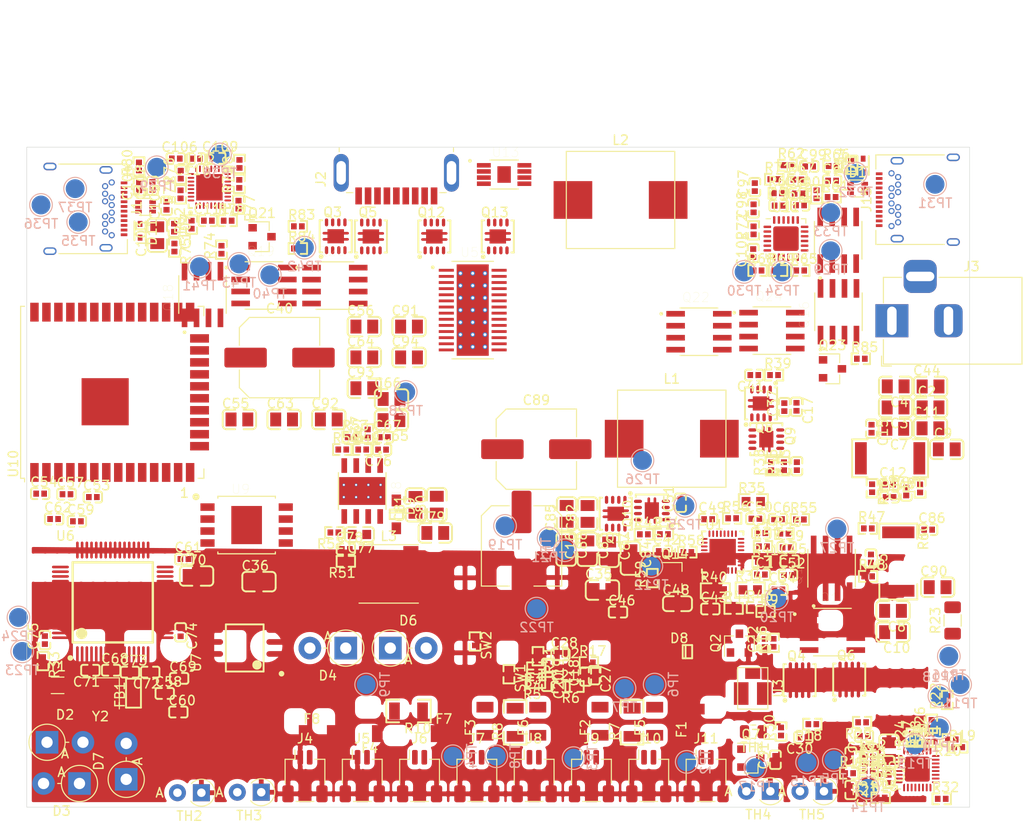
<source format=kicad_pcb>
(kicad_pcb (version 20171130) (host pcbnew "(5.1.2)-1")
  (layers (0 F.Cu power) (1 In1.Cu mixed) (2 In2.Cu mixed) (31 B.Cu power) (34 B.Paste user) (35 F.Paste user) (36 B.SilkS user) (37 F.SilkS user hide) (38 B.Mask user) (39 F.Mask user) (44 Edge.Cuts user))
  (net 0 "")
  (net 1 BAT_VN_0)
  (net 2 FUSE_HEATER)
  (net 3 "Net-(D2-Pad1)")
  (net 4 BAT_VP_3)
  (net 5 "Net-(F1-Pad1)")
  (net 6 BAT_VP_2)
  (net 7 "Net-(F2-Pad1)")
  (net 8 BAT_VP_1)
  (net 9 "Net-(F3-Pad1)")
  (net 10 BAT_VP_0)
  (net 11 "Net-(F4-Pad1)")
  (net 12 "Net-(F5-Pad1)")
  (net 13 "Net-(F6-Pad1)")
  (net 14 "Net-(F7-Pad1)")
  (net 15 "Net-(F8-Pad1)")
  (net 16 "Net-(J1-PadB8)")
  (net 17 "Net-(J1-PadA8)")
  (net 18 "Net-(J2-Pad2)")
  (net 19 "Net-(J2-Pad3)")
  (net 20 BAT_VN_3)
  (net 21 BAT_VN_2)
  (net 22 BAT_VN_1)
  (net 23 "Net-(Q2-Pad3)")
  (net 24 "Net-(R17-Pad1)")
  (net 25 GND)
  (net 26 "Net-(R22-Pad1)")
  (net 27 "Net-(SW2-Pad1)")
  (net 28 "Net-(TH2-Pad2)")
  (net 29 "Net-(TH3-Pad2)")
  (net 30 "Net-(TH4-Pad2)")
  (net 31 "Net-(TH5-Pad2)")
  (net 32 "Net-(R24-Pad1)")
  (net 33 "Net-(R26-Pad1)")
  (net 34 /Charger/VSYS)
  (net 35 "Net-(C18-Pad1)")
  (net 36 "Net-(C19-Pad2)")
  (net 37 "Net-(C19-Pad1)")
  (net 38 "Net-(C20-Pad2)")
  (net 39 "Net-(C23-Pad1)")
  (net 40 "Net-(C24-Pad2)")
  (net 41 "Net-(C24-Pad1)")
  (net 42 "Net-(C25-Pad2)")
  (net 43 "Net-(C27-Pad1)")
  (net 44 "Net-(C28-Pad1)")
  (net 45 "Net-(C29-Pad1)")
  (net 46 "Net-(C30-Pad2)")
  (net 47 "Net-(C30-Pad1)")
  (net 48 "Net-(C31-Pad2)")
  (net 49 "Net-(C31-Pad1)")
  (net 50 "Net-(C32-Pad2)")
  (net 51 "Net-(C32-Pad1)")
  (net 52 "/Battery connection and protection/BATT_PACK_P")
  (net 53 "Net-(D2-Pad2)")
  (net 54 "Net-(D3-Pad1)")
  (net 55 "Net-(Q1-Pad4)")
  (net 56 "Net-(Q7-Pad1)")
  (net 57 "Net-(R19-Pad1)")
  (net 58 "Net-(R24-Pad2)")
  (net 59 "Net-(R27-Pad1)")
  (net 60 "Net-(R28-Pad1)")
  (net 61 "Net-(R31-Pad1)")
  (net 62 "/Battery connection and protection/BATT_SHUTDOWN_N")
  (net 63 "Net-(R32-Pad1)")
  (net 64 "/Battery connection and protection/BATT_INT")
  (net 65 "/Battery connection and protection/BATT_SMB_C")
  (net 66 "/Battery connection and protection/BATT_SMB_D")
  (net 67 "Net-(C39-Pad2)")
  (net 68 "Net-(R34-Pad2)")
  (net 69 /Charger/REGN)
  (net 70 "Net-(C42-Pad2)")
  (net 71 /Charger/IADP)
  (net 72 /Charger/IBAT)
  (net 73 /Charger/ADAPTER_IN)
  (net 74 "Net-(C46-Pad1)")
  (net 75 "Net-(C51-Pad2)")
  (net 76 "Net-(R43-Pad2)")
  (net 77 "Net-(R44-Pad2)")
  (net 78 "Net-(R47-Pad1)")
  (net 79 /Charger/PROCHOT_N)
  (net 80 /Charger/CHARGER_SDA)
  (net 81 /Charger/CHARGER_SCL)
  (net 82 "Net-(Q11-Pad4)")
  (net 83 "Net-(Q4-Pad4)")
  (net 84 "Net-(Q4-Pad5)")
  (net 85 "Net-(Q6-Pad4)")
  (net 86 "Net-(L2-Pad2)")
  (net 87 "Net-(L2-Pad1)")
  (net 88 "Net-(U5-Pad29)")
  (net 89 "Net-(U5-Pad28)")
  (net 90 "Net-(U5-Pad27)")
  (net 91 "Net-(U5-Pad26)")
  (net 92 "Net-(U5-Pad25)")
  (net 93 "Net-(U5-Pad24)")
  (net 94 "Net-(U5-Pad23)")
  (net 95 "Net-(U5-Pad22)")
  (net 96 "Net-(U5-Pad21)")
  (net 97 "Net-(U5-Pad20)")
  (net 98 "Net-(U5-Pad19)")
  (net 99 "Net-(U5-Pad18)")
  (net 100 "Net-(U5-Pad17)")
  (net 101 "Net-(U5-Pad16)")
  (net 102 "Net-(U5-Pad15)")
  (net 103 "Net-(U5-Pad14)")
  (net 104 "Net-(U5-Pad13)")
  (net 105 "Net-(U5-Pad12)")
  (net 106 "Net-(U5-Pad11)")
  (net 107 "Net-(U5-Pad10)")
  (net 108 "Net-(U5-Pad9)")
  (net 109 "Net-(U5-Pad8)")
  (net 110 "Net-(U5-Pad7)")
  (net 111 "Net-(U5-Pad6)")
  (net 112 "Net-(U5-Pad5)")
  (net 113 "Net-(U5-Pad4)")
  (net 114 "Net-(U5-Pad3)")
  (net 115 "Net-(U5-Pad2)")
  (net 116 "Net-(U5-Pad1)")
  (net 117 "Net-(Q3-Pad4)")
  (net 118 "Net-(Q3-Pad5)")
  (net 119 "Net-(Q3-Pad1)")
  (net 120 "Net-(Q5-Pad4)")
  (net 121 "Net-(Q5-Pad5)")
  (net 122 "Net-(Q5-Pad1)")
  (net 123 "Net-(Q12-Pad4)")
  (net 124 "Net-(Q12-Pad5)")
  (net 125 "Net-(Q12-Pad1)")
  (net 126 "Net-(Q13-Pad4)")
  (net 127 "Net-(Q13-Pad5)")
  (net 128 "Net-(Q13-Pad1)")
  (net 129 "Net-(U7-Pad7)")
  (net 130 "Net-(U7-Pad6)")
  (net 131 "Net-(U7-Pad5)")
  (net 132 "Net-(U7-Pad3)")
  (net 133 "Net-(U7-Pad2)")
  (net 134 "Net-(U7-Pad1)")
  (net 135 "Net-(C58-Pad1)")
  (net 136 "Net-(C60-Pad1)")
  (net 137 "Net-(C68-Pad1)")
  (net 138 "Net-(C69-Pad2)")
  (net 139 "Net-(C71-Pad1)")
  (net 140 "Net-(R33-Pad2)")
  (net 141 "Net-(U9-Pad1)")
  (net 142 "Net-(U9-Pad2)")
  (net 143 "Net-(U9-Pad3)")
  (net 144 "Net-(U9-Pad5)")
  (net 145 "Net-(U9-Pad6)")
  (net 146 "Net-(U9-Pad7)")
  (net 147 "Net-(U10-Pad37)")
  (net 148 "Net-(U10-Pad36)")
  (net 149 "Net-(U10-Pad35)")
  (net 150 "Net-(U10-Pad34)")
  (net 151 "Net-(U10-Pad33)")
  (net 152 "Net-(U10-Pad32)")
  (net 153 "Net-(U10-Pad31)")
  (net 154 "Net-(U10-Pad30)")
  (net 155 "Net-(U10-Pad29)")
  (net 156 "Net-(U10-Pad28)")
  (net 157 "Net-(U10-Pad27)")
  (net 158 "Net-(U10-Pad26)")
  (net 159 "Net-(U10-Pad25)")
  (net 160 "Net-(U10-Pad24)")
  (net 161 "Net-(U10-Pad23)")
  (net 162 "Net-(U10-Pad22)")
  (net 163 "Net-(U10-Pad21)")
  (net 164 "Net-(U10-Pad20)")
  (net 165 "Net-(U10-Pad19)")
  (net 166 "Net-(U10-Pad18)")
  (net 167 "Net-(U10-Pad17)")
  (net 168 "Net-(U10-Pad16)")
  (net 169 "Net-(U10-Pad14)")
  (net 170 "Net-(U10-Pad13)")
  (net 171 "Net-(U10-Pad12)")
  (net 172 "Net-(U10-Pad11)")
  (net 173 "Net-(U10-Pad10)")
  (net 174 "Net-(U10-Pad9)")
  (net 175 "Net-(U10-Pad8)")
  (net 176 "Net-(U10-Pad7)")
  (net 177 "Net-(U10-Pad6)")
  (net 178 "Net-(U10-Pad5)")
  (net 179 "Net-(U10-Pad4)")
  (net 180 "Net-(U10-Pad3)")
  (net 181 "Net-(U10-Pad2)")
  (net 182 "Net-(C72-Pad2)")
  (net 183 "Net-(TP23-Pad1)")
  (net 184 "Net-(U6-Pad62)")
  (net 185 "Net-(U6-Pad61)")
  (net 186 "Net-(U6-Pad60)")
  (net 187 "Net-(U6-Pad59)")
  (net 188 "Net-(U6-Pad58)")
  (net 189 "Net-(U6-Pad57)")
  (net 190 "Net-(U6-Pad56)")
  (net 191 "Net-(U6-Pad55)")
  (net 192 "Net-(U6-Pad54)")
  (net 193 "Net-(U6-Pad53)")
  (net 194 "Net-(U6-Pad52)")
  (net 195 "Net-(U6-Pad51)")
  (net 196 "Net-(U6-Pad50)")
  (net 197 "Net-(U6-Pad49)")
  (net 198 "Net-(U6-Pad46)")
  (net 199 "Net-(U6-Pad45)")
  (net 200 "Net-(U6-Pad44)")
  (net 201 "Net-(U6-Pad43)")
  (net 202 "Net-(U6-Pad42)")
  (net 203 "Net-(U6-Pad41)")
  (net 204 "Net-(U6-Pad40)")
  (net 205 "Net-(U6-Pad39)")
  (net 206 "Net-(U6-Pad38)")
  (net 207 "Net-(U6-Pad37)")
  (net 208 "Net-(U6-Pad36)")
  (net 209 "Net-(U6-Pad35)")
  (net 210 "Net-(U6-Pad34)")
  (net 211 "Net-(U6-Pad33)")
  (net 212 "Net-(U6-Pad29)")
  (net 213 "Net-(U6-Pad28)")
  (net 214 "Net-(U6-Pad27)")
  (net 215 "Net-(U6-Pad26)")
  (net 216 "Net-(U6-Pad25)")
  (net 217 "Net-(U6-Pad24)")
  (net 218 "Net-(U6-Pad23)")
  (net 219 "Net-(U6-Pad22)")
  (net 220 "Net-(U6-Pad21)")
  (net 221 "Net-(U6-Pad20)")
  (net 222 "Net-(U6-Pad17)")
  (net 223 "Net-(U6-Pad16)")
  (net 224 "Net-(U6-Pad15)")
  (net 225 "Net-(U6-Pad14)")
  (net 226 "Net-(U6-Pad11)")
  (net 227 "Net-(U6-Pad10)")
  (net 228 "Net-(U6-Pad9)")
  (net 229 "Net-(U6-Pad8)")
  (net 230 "Net-(U6-Pad7)")
  (net 231 "Net-(U6-Pad2)")
  (net 232 /Peripheral_3p3v/3p3v)
  (net 233 /Peripheral_3p3v/VSYS_IN_3p3)
  (net 234 "Net-(C76-Pad2)")
  (net 235 "Net-(C77-Pad2)")
  (net 236 "Net-(C78-Pad1)")
  (net 237 "Net-(D9-Pad1)")
  (net 238 "Net-(R49-Pad1)")
  (net 239 "Net-(R50-Pad2)")
  (net 240 /Peripheral_3p3v/3p3_SWITCHED_NODE)
  (net 241 "Net-(C5-Pad1)")
  (net 242 /Charger/PSYS)
  (net 243 "Net-(C12-Pad2)")
  (net 244 "Net-(C12-Pad1)")
  (net 245 "Net-(C13-Pad2)")
  (net 246 "Net-(C15-Pad2)")
  (net 247 "Net-(C41-Pad2)")
  (net 248 "Net-(C43-Pad2)")
  (net 249 "Net-(C43-Pad1)")
  (net 250 "Net-(C46-Pad2)")
  (net 251 "Net-(C48-Pad1)")
  (net 252 "Net-(C49-Pad1)")
  (net 253 "Net-(C50-Pad1)")
  (net 254 "Net-(C52-Pad1)")
  (net 255 "Net-(J15-PadB8)")
  (net 256 "Net-(J15-PadA8)")
  (net 257 "Net-(Q9-Pad4)")
  (net 258 "Net-(Q14-Pad2)")
  (net 259 /Charger/BATT_DISCONNECT)
  (net 260 "Net-(R38-Pad2)")
  (net 261 "Net-(R39-Pad1)")
  (net 262 "Net-(R42-Pad1)")
  (net 263 "Net-(R43-Pad1)")
  (net 264 "Net-(R44-Pad1)")
  (net 265 "Net-(R48-Pad1)")
  (net 266 "Net-(R54-Pad1)")
  (net 267 "Net-(R55-Pad1)")
  (net 268 /Charger/EN_OTG)
  (net 269 /Charger/CHRG_OK)
  (net 270 "Net-(C95-Pad2)")
  (net 271 "Net-(C96-Pad2)")
  (net 272 "Net-(C101-Pad1)")
  (net 273 "Net-(C99-Pad1)")
  (net 274 /type_c_input/2v7_local)
  (net 275 /type_c_input/LOCAL_PWR)
  (net 276 "Net-(C103-Pad2)")
  (net 277 "Net-(C104-Pad2)")
  (net 278 "Net-(C105-Pad2)")
  (net 279 "Net-(C108-Pad1)")
  (net 280 /Type_C_Output/2v7_local)
  (net 281 /Type_C_Output/LOCAL_PWR)
  (net 282 /Type_C_Output/OUTPUT_TYPEC_VCON)
  (net 283 "Net-(D1-Pad4)")
  (net 284 "Net-(D1-Pad6)")
  (net 285 /type_c_input/INPUT_DM)
  (net 286 /type_c_input/INPUT_DP)
  (net 287 "Net-(D10-Pad6)")
  (net 288 /Type_C_Output/OUTPUT_DM)
  (net 289 /Type_C_Output/OUTPUT_DP)
  (net 290 "Net-(Q16-Pad1)")
  (net 291 "Net-(Q16-Pad4)")
  (net 292 "Net-(Q18-Pad1)")
  (net 293 "Net-(Q18-Pad4)")
  (net 294 /Type_C_Output/OUTPUT_TYPEC_PWR)
  (net 295 "Net-(Q20-Pad4)")
  (net 296 "Net-(Q20-Pad5)")
  (net 297 "Net-(R61-Pad2)")
  (net 298 /type_c_input/INPUT_TYPEC_VBUS_DIV7)
  (net 299 /type_c_input/INPUT_TYPEC_RST)
  (net 300 /type_c_input/INPUT_TYPEC_SCL)
  (net 301 /type_c_input/INPUT_TYPEC_SDA)
  (net 302 /type_c_input/INPUT_TYPEC_ALERT_N)
  (net 303 "Net-(R70-Pad1)")
  (net 304 /type_c_input/INPUT_TYPEC_AWAKE)
  (net 305 "Net-(R72-Pad2)")
  (net 306 "Net-(R73-Pad2)")
  (net 307 "Net-(R74-Pad2)")
  (net 308 /Type_C_Output/OUTPUT_TYPEC_VBUS_DIV7)
  (net 309 /Type_C_Output/OUTPUT_TYPEC_SCL)
  (net 310 /Type_C_Output/OUTPUT_TYPEC_SDA)
  (net 311 /Type_C_Output/OUTPUT_TYPEC_ALERT_N)
  (net 312 "Net-(R82-Pad1)")
  (net 313 "Net-(TP32-Pad1)")
  (net 314 "Net-(TP33-Pad1)")
  (net 315 "Net-(TP38-Pad1)")
  (net 316 "Net-(TP39-Pad1)")
  (net 317 "Net-(TP40-Pad1)")
  (net 318 "Net-(TP41-Pad1)")
  (net 319 "Net-(TP42-Pad1)")
  (net 320 "Net-(U11-Pad20)")
  (net 321 "Net-(U11-Pad17)")
  (net 322 "Net-(U11-Pad14)")
  (net 323 "Net-(U11-Pad11)")
  (net 324 "Net-(U11-Pad3)")
  (net 325 "Net-(U12-Pad16)")
  (net 326 "Net-(U12-Pad15)")
  (net 327 /Type_C_Output/OUTPUT_TYPEC_RESET)
  (net 328 "Net-(J2-Pad1)")
  (net 329 "Net-(J2-Pad4)")
  (net 330 "Net-(J2-Pad5)")
  (net 331 /type_c_input/INPUT_TYPEC_MCUPWR)
  (net 332 /Type_C_Output/OUTPUT_TYPEC_MCUPWR)
  (net 333 "Net-(U13-Pad1)")
  (net 334 "Net-(U13-Pad2)")
  (net 335 "Net-(U13-Pad3)")
  (net 336 "Net-(U13-Pad4)")
  (net 337 "Net-(U13-Pad5)")
  (net 338 "Net-(U13-Pad6)")
  (net 339 "Net-(U13-Pad7)")
  (net 340 "Net-(U13-Pad8)")
  (net 341 "Net-(U13-Pad9)")
  (net 342 "Net-(Q22-Pad1)")
  (net 343 "Net-(Q22-Pad4)")
  (net 344 "Net-(Q22-Pad5)")
  (net 345 "Net-(Q23-Pad3)")
  (net 346 "Net-(Q23-Pad2)")
  (net 347 "Net-(Q23-Pad1)")
  (net 348 "Net-(Q24-Pad1)")
  (net 349 "Net-(Q24-Pad4)")
  (net 350 "Net-(Q24-Pad5)")
  (net 351 "Net-(R85-Pad2)")
  (net 352 "Net-(R85-Pad1)")
  (module SmartBattery:SOP65P490X110-9N (layer F.Cu) (at 50.63 2.9)
    (fp_text reference U13 (at 0.155 -2.362) (layer F.SilkS) (effects (font (thickness 0.015))))
    (fp_text value TPS2511DGNR)
    (pad 1 smd rect (at -2.15 -0.975) (size 1.47 0.48) (layers F.Cu F.Paste F.Mask) (net 333 "Net-(U13-Pad1)"))
    (pad 2 smd rect (at -2.15 -0.325) (size 1.47 0.48) (layers F.Cu F.Paste F.Mask) (net 334 "Net-(U13-Pad2)"))
    (pad 3 smd rect (at -2.15 0.325) (size 1.47 0.48) (layers F.Cu F.Paste F.Mask) (net 335 "Net-(U13-Pad3)"))
    (pad 4 smd rect (at -2.15 0.975) (size 1.47 0.48) (layers F.Cu F.Paste F.Mask) (net 336 "Net-(U13-Pad4)"))
    (pad 5 smd rect (at 2.15 0.975) (size 1.47 0.48) (layers F.Cu F.Paste F.Mask) (net 337 "Net-(U13-Pad5)"))
    (pad 6 smd rect (at 2.15 0.325) (size 1.47 0.48) (layers F.Cu F.Paste F.Mask) (net 338 "Net-(U13-Pad6)"))
    (pad 7 smd rect (at 2.15 -0.325) (size 1.47 0.48) (layers F.Cu F.Paste F.Mask) (net 339 "Net-(U13-Pad7)"))
    (pad 8 smd rect (at 2.15 -0.975) (size 1.47 0.48) (layers F.Cu F.Paste F.Mask) (net 340 "Net-(U13-Pad8)"))
    (pad 9 smd rect (at 0 0) (size 1.425 1.76) (layers F.Cu F.Mask) (net 341 "Net-(U13-Pad9)"))
  )
  (module lc_lib:0402_R (layer F.Cu) (at 88.465 22.44)
    (fp_text reference R85 (at 0.401381 -1.224276) (layer F.SilkS))
    (fp_text value 100k)
    (pad 2 smd rect (at 0.425 0) (size 0.6 0.65) (layers F.Cu F.Paste F.Mask) (net 351 "Net-(R85-Pad2)"))
    (pad 1 smd rect (at -0.425 0) (size 0.6 0.65) (layers F.Cu F.Paste F.Mask) (net 352 "Net-(R85-Pad1)"))
  )
  (module SmartBattery:SOIC127P600X175-8N (layer F.Cu) (at 79.035 19.455)
    (fp_text reference Q24 (at -0.325 -3.635) (layer F.SilkS) (effects (font (thickness 0.015))))
    (fp_text value VBA2625)
    (pad 1 smd rect (at -2.475 -1.905) (size 1.97 0.6) (layers F.Cu F.Paste F.Mask) (net 348 "Net-(Q24-Pad1)"))
    (pad 2 smd rect (at -2.475 -0.635) (size 1.97 0.6) (layers F.Cu F.Paste F.Mask) (net 348 "Net-(Q24-Pad1)"))
    (pad 3 smd rect (at -2.475 0.635) (size 1.97 0.6) (layers F.Cu F.Paste F.Mask) (net 348 "Net-(Q24-Pad1)"))
    (pad 4 smd rect (at -2.475 1.905) (size 1.97 0.6) (layers F.Cu F.Paste F.Mask) (net 349 "Net-(Q24-Pad4)"))
    (pad 5 smd rect (at 2.475 1.905) (size 1.97 0.6) (layers F.Cu F.Paste F.Mask) (net 350 "Net-(Q24-Pad5)"))
    (pad 6 smd rect (at 2.475 0.635) (size 1.97 0.6) (layers F.Cu F.Paste F.Mask) (net 350 "Net-(Q24-Pad5)"))
    (pad 7 smd rect (at 2.475 -0.635) (size 1.97 0.6) (layers F.Cu F.Paste F.Mask) (net 350 "Net-(Q24-Pad5)"))
    (pad 8 smd rect (at 2.475 -1.905) (size 1.97 0.6) (layers F.Cu F.Paste F.Mask) (net 350 "Net-(Q24-Pad5)"))
  )
  (module Package_TO_SOT_SMD:SOT-23 (layer F.Cu) (at 85.46 23.51)
    (fp_text reference Q23 (at 0 -2.5) (layer F.SilkS))
    (fp_text value 2n7002K)
    (pad 3 smd rect (at 1 0) (size 0.9 0.8) (layers F.Cu F.Paste F.Mask) (net 345 "Net-(Q23-Pad3)"))
    (pad 2 smd rect (at -1 0.95) (size 0.9 0.8) (layers F.Cu F.Paste F.Mask) (net 346 "Net-(Q23-Pad2)"))
    (pad 1 smd rect (at -1 -0.95) (size 0.9 0.8) (layers F.Cu F.Paste F.Mask) (net 347 "Net-(Q23-Pad1)"))
  )
  (module SmartBattery:SOIC127P600X175-8N (layer F.Cu) (at 71.295 19.575)
    (fp_text reference Q22 (at -0.325 -3.635) (layer F.SilkS) (effects (font (thickness 0.015))))
    (fp_text value VBA2625)
    (pad 1 smd rect (at -2.475 -1.905) (size 1.97 0.6) (layers F.Cu F.Paste F.Mask) (net 342 "Net-(Q22-Pad1)"))
    (pad 2 smd rect (at -2.475 -0.635) (size 1.97 0.6) (layers F.Cu F.Paste F.Mask) (net 342 "Net-(Q22-Pad1)"))
    (pad 3 smd rect (at -2.475 0.635) (size 1.97 0.6) (layers F.Cu F.Paste F.Mask) (net 342 "Net-(Q22-Pad1)"))
    (pad 4 smd rect (at -2.475 1.905) (size 1.97 0.6) (layers F.Cu F.Paste F.Mask) (net 343 "Net-(Q22-Pad4)"))
    (pad 5 smd rect (at 2.475 1.905) (size 1.97 0.6) (layers F.Cu F.Paste F.Mask) (net 344 "Net-(Q22-Pad5)"))
    (pad 6 smd rect (at 2.475 0.635) (size 1.97 0.6) (layers F.Cu F.Paste F.Mask) (net 344 "Net-(Q22-Pad5)"))
    (pad 7 smd rect (at 2.475 -0.635) (size 1.97 0.6) (layers F.Cu F.Paste F.Mask) (net 344 "Net-(Q22-Pad5)"))
    (pad 8 smd rect (at 2.475 -1.905) (size 1.97 0.6) (layers F.Cu F.Paste F.Mask) (net 344 "Net-(Q22-Pad5)"))
  )
  (module lc_lib:0402_R (layer F.Cu) (at 28.755001 10.745001)
    (fp_text reference R84 (at 0.401381 -1.224276) (layer F.SilkS))
    (fp_text value 100k)
    (pad 2 smd rect (at 0.425 0) (size 0.6 0.65) (layers F.Cu F.Paste F.Mask) (net 282 /Type_C_Output/OUTPUT_TYPEC_VCON))
    (pad 1 smd rect (at -0.425 0) (size 0.6 0.65) (layers F.Cu F.Paste F.Mask) (net 25 GND))
  )
  (module lc_lib:0402_R (layer F.Cu) (at 28.755001 8.395001)
    (fp_text reference R83 (at 0.401381 -1.224276) (layer F.SilkS))
    (fp_text value 100k)
    (pad 2 smd rect (at 0.425 0) (size 0.6 0.65) (layers F.Cu F.Paste F.Mask) (net 294 /Type_C_Output/OUTPUT_TYPEC_PWR))
    (pad 1 smd rect (at -0.425 0) (size 0.6 0.65) (layers F.Cu F.Paste F.Mask) (net 295 "Net-(Q20-Pad4)"))
  )
  (module Package_TO_SOT_SMD:SOT-23 (layer F.Cu) (at 24.955001 9.495001)
    (fp_text reference Q21 (at 0 -2.5) (layer F.SilkS))
    (fp_text value 2n7002K)
    (pad 3 smd rect (at 1 0) (size 0.9 0.8) (layers F.Cu F.Paste F.Mask) (net 295 "Net-(Q20-Pad4)"))
    (pad 2 smd rect (at -1 0.95) (size 0.9 0.8) (layers F.Cu F.Paste F.Mask) (net 25 GND))
    (pad 1 smd rect (at -1 -0.95) (size 0.9 0.8) (layers F.Cu F.Paste F.Mask) (net 282 /Type_C_Output/OUTPUT_TYPEC_VCON))
  )
  (module lc_lib:VQFN-32_4X4X04P (layer F.Cu) (at 19.37 4.25)
    (fp_text reference U12 (at -0.874419 -2.900076) (layer F.SilkS))
    (fp_text value STUSB4700)
    (pad 32 smd oval (at -1.95 1.4 90) (size 0.2 0.7) (layers F.Cu F.Paste F.Mask))
    (pad 31 smd oval (at -1.95 1 90) (size 0.2 0.7) (layers F.Cu F.Paste F.Mask))
    (pad 30 smd oval (at -1.95 0.6 90) (size 0.2 0.7) (layers F.Cu F.Paste F.Mask))
    (pad 29 smd oval (at -1.95 0.2 90) (size 0.2 0.7) (layers F.Cu F.Paste F.Mask))
    (pad 28 smd oval (at -1.95 -0.2 90) (size 0.2 0.7) (layers F.Cu F.Paste F.Mask))
    (pad 27 smd oval (at -1.95 -0.6 90) (size 0.2 0.7) (layers F.Cu F.Paste F.Mask))
    (pad 26 smd oval (at -1.95 -1 90) (size 0.2 0.7) (layers F.Cu F.Paste F.Mask))
    (pad 25 smd oval (at -1.95 -1.4 90) (size 0.2 0.7) (layers F.Cu F.Paste F.Mask))
    (pad 24 smd oval (at -1.4 -1.95) (size 0.2 0.7) (layers F.Cu F.Paste F.Mask) (net 25 GND))
    (pad 23 smd oval (at -1 -1.95) (size 0.2 0.7) (layers F.Cu F.Paste F.Mask) (net 280 /Type_C_Output/2v7_local))
    (pad 22 smd oval (at -0.6 -1.95) (size 0.2 0.7) (layers F.Cu F.Paste F.Mask) (net 281 /Type_C_Output/LOCAL_PWR))
    (pad 21 smd oval (at -0.2 -1.95) (size 0.2 0.7) (layers F.Cu F.Paste F.Mask) (net 279 "Net-(C108-Pad1)"))
    (pad 20 smd oval (at 0.2 -1.95) (size 0.2 0.7) (layers F.Cu F.Paste F.Mask) (net 312 "Net-(R82-Pad1)"))
    (pad 19 smd oval (at 0.6 -1.95) (size 0.2 0.7) (layers F.Cu F.Paste F.Mask) (net 315 "Net-(TP38-Pad1)"))
    (pad 18 smd oval (at 1 -1.95) (size 0.2 0.7) (layers F.Cu F.Paste F.Mask) (net 307 "Net-(R74-Pad2)"))
    (pad 17 smd oval (at 1.4 -1.95) (size 0.2 0.7) (layers F.Cu F.Paste F.Mask) (net 316 "Net-(TP39-Pad1)"))
    (pad 16 smd oval (at 1.95 -1.4 270) (size 0.2 0.7) (layers F.Cu F.Paste F.Mask) (net 325 "Net-(U12-Pad16)"))
    (pad 15 smd oval (at 1.95 -1 270) (size 0.2 0.7) (layers F.Cu F.Paste F.Mask) (net 326 "Net-(U12-Pad15)"))
    (pad 14 smd oval (at 1.95 -0.6 270) (size 0.2 0.7) (layers F.Cu F.Paste F.Mask) (net 319 "Net-(TP42-Pad1)"))
    (pad 13 smd oval (at 1.95 -0.2 270) (size 0.2 0.7) (layers F.Cu F.Paste F.Mask) (net 306 "Net-(R73-Pad2)"))
    (pad 12 smd oval (at 1.95 0.2 270) (size 0.2 0.7) (layers F.Cu F.Paste F.Mask) (net 318 "Net-(TP41-Pad1)"))
    (pad 11 smd oval (at 1.95 0.6 270) (size 0.2 0.7) (layers F.Cu F.Paste F.Mask) (net 317 "Net-(TP40-Pad1)"))
    (pad 10 smd oval (at 1.95 1 270) (size 0.2 0.7) (layers F.Cu F.Paste F.Mask) (net 25 GND))
    (pad 9 smd oval (at 1.95 1.4 270) (size 0.2 0.7) (layers F.Cu F.Paste F.Mask) (net 311 /Type_C_Output/OUTPUT_TYPEC_ALERT_N))
    (pad 8 smd oval (at 1.4 1.95) (size 0.2 0.7) (layers F.Cu F.Paste F.Mask) (net 310 /Type_C_Output/OUTPUT_TYPEC_SDA))
    (pad 7 smd oval (at 1 1.95) (size 0.2 0.7) (layers F.Cu F.Paste F.Mask) (net 309 /Type_C_Output/OUTPUT_TYPEC_SCL))
    (pad 6 smd oval (at 0.6 1.95) (size 0.2 0.7) (layers F.Cu F.Paste F.Mask) (net 327 /Type_C_Output/OUTPUT_TYPEC_RESET))
    (pad 5 smd oval (at 0.2 1.95) (size 0.2 0.7) (layers F.Cu F.Paste F.Mask) (net 25 GND))
    (pad 4 smd oval (at -0.2 1.95) (size 0.2 0.7) (layers F.Cu F.Paste F.Mask) (net 277 "Net-(C104-Pad2)"))
    (pad 3 smd oval (at -0.6 1.95) (size 0.2 0.7) (layers F.Cu F.Paste F.Mask) (net 282 /Type_C_Output/OUTPUT_TYPEC_VCON))
    (pad 2 smd oval (at -1 1.95) (size 0.2 0.7) (layers F.Cu F.Paste F.Mask) (net 278 "Net-(C105-Pad2)"))
    (pad 1 smd oval (at -1.4 1.95) (size 0.2 0.7) (layers F.Cu F.Paste F.Mask) (net 25 GND))
    (pad 0 smd rect (at 0 0 270) (size 2.8 2.8) (layers F.Cu F.Paste F.Mask))
  )
  (module Package_DFN_QFN:QFN-24-1EP_4x4mm_P0.5mm_EP2.7x2.6mm (layer F.Cu) (at 80.525 9.7)
    (fp_text reference U11 (at 0 -3.32) (layer F.SilkS))
    (fp_text value STUSB4500)
    (pad 24 smd roundrect (at -1.25 -1.975) (size 0.25 0.8) (layers F.Cu F.Paste F.Mask) (net 272 "Net-(C101-Pad1)"))
    (pad 23 smd roundrect (at -0.75 -1.975) (size 0.25 0.8) (layers F.Cu F.Paste F.Mask) (net 274 /type_c_input/2v7_local))
    (pad 22 smd roundrect (at -0.25 -1.975) (size 0.25 0.8) (layers F.Cu F.Paste F.Mask) (net 275 /type_c_input/LOCAL_PWR))
    (pad 21 smd roundrect (at 0.25 -1.975) (size 0.25 0.8) (layers F.Cu F.Paste F.Mask) (net 273 "Net-(C99-Pad1)"))
    (pad 20 smd roundrect (at 0.75 -1.975) (size 0.25 0.8) (layers F.Cu F.Paste F.Mask) (net 320 "Net-(U11-Pad20)"))
    (pad 19 smd roundrect (at 1.25 -1.975) (size 0.25 0.8) (layers F.Cu F.Paste F.Mask) (net 302 /type_c_input/INPUT_TYPEC_ALERT_N))
    (pad 18 smd roundrect (at 1.975 -1.25) (size 0.8 0.25) (layers F.Cu F.Paste F.Mask) (net 297 "Net-(R61-Pad2)"))
    (pad 17 smd roundrect (at 1.975 -0.75) (size 0.8 0.25) (layers F.Cu F.Paste F.Mask) (net 321 "Net-(U11-Pad17)"))
    (pad 16 smd roundrect (at 1.975 -0.25) (size 0.8 0.25) (layers F.Cu F.Paste F.Mask) (net 303 "Net-(R70-Pad1)"))
    (pad 15 smd roundrect (at 1.975 0.25) (size 0.8 0.25) (layers F.Cu F.Paste F.Mask) (net 314 "Net-(TP33-Pad1)"))
    (pad 14 smd roundrect (at 1.975 0.75) (size 0.8 0.25) (layers F.Cu F.Paste F.Mask) (net 322 "Net-(U11-Pad14)"))
    (pad 13 smd roundrect (at 1.975 1.25) (size 0.8 0.25) (layers F.Cu F.Paste F.Mask) (net 305 "Net-(R72-Pad2)"))
    (pad 12 smd roundrect (at 1.25 1.975) (size 0.25 0.8) (layers F.Cu F.Paste F.Mask) (net 305 "Net-(R72-Pad2)"))
    (pad 11 smd roundrect (at 0.75 1.975) (size 0.25 0.8) (layers F.Cu F.Paste F.Mask) (net 323 "Net-(U11-Pad11)"))
    (pad 10 smd roundrect (at 0.25 1.975) (size 0.25 0.8) (layers F.Cu F.Paste F.Mask) (net 25 GND))
    (pad 9 smd roundrect (at -0.25 1.975) (size 0.25 0.8) (layers F.Cu F.Paste F.Mask) (net 313 "Net-(TP32-Pad1)"))
    (pad 8 smd roundrect (at -0.75 1.975) (size 0.25 0.8) (layers F.Cu F.Paste F.Mask) (net 301 /type_c_input/INPUT_TYPEC_SDA))
    (pad 7 smd roundrect (at -1.25 1.975) (size 0.25 0.8) (layers F.Cu F.Paste F.Mask) (net 300 /type_c_input/INPUT_TYPEC_SCL))
    (pad 6 smd roundrect (at -1.975 1.25) (size 0.8 0.25) (layers F.Cu F.Paste F.Mask) (net 299 /type_c_input/INPUT_TYPEC_RST))
    (pad 5 smd roundrect (at -1.975 0.75) (size 0.8 0.25) (layers F.Cu F.Paste F.Mask) (net 283 "Net-(D1-Pad4)"))
    (pad 4 smd roundrect (at -1.975 0.25) (size 0.8 0.25) (layers F.Cu F.Paste F.Mask) (net 283 "Net-(D1-Pad4)"))
    (pad 3 smd roundrect (at -1.975 -0.25) (size 0.8 0.25) (layers F.Cu F.Paste F.Mask) (net 324 "Net-(U11-Pad3)"))
    (pad 2 smd roundrect (at -1.975 -0.75) (size 0.8 0.25) (layers F.Cu F.Paste F.Mask) (net 271 "Net-(C96-Pad2)"))
    (pad 1 smd roundrect (at -1.975 -1.25) (size 0.8 0.25) (layers F.Cu F.Paste F.Mask) (net 271 "Net-(C96-Pad2)"))
    (pad 25 smd roundrect (at 0 0) (size 2.7 2.6) (layers F.Cu F.Mask) (roundrect_rratio 0.096154) (net 25 GND))
  )
  (module TestPoint:TestPoint_Pad_D2.0mm (layer B.Cu) (at 22.51 12.38)
    (fp_text reference TP43 (at 0 1.998) (layer B.SilkS) (effects (justify mirror)))
    (fp_text value TestPoint)
    (pad 1 smd circle (at 0 0) (size 2 2) (layers B.Cu B.Mask) (net 292 "Net-(Q18-Pad1)"))
  )
  (module TestPoint:TestPoint_Pad_D2.0mm (layer B.Cu) (at 29.45 10.66)
    (fp_text reference TP42 (at 0 1.998) (layer B.SilkS) (effects (justify mirror)))
    (fp_text value TestPoint)
    (pad 1 smd circle (at 0 0) (size 2 2) (layers B.Cu B.Mask) (net 319 "Net-(TP42-Pad1)"))
  )
  (module TestPoint:TestPoint_Pad_D2.0mm (layer B.Cu) (at 18.32 12.68)
    (fp_text reference TP41 (at 0 1.998) (layer B.SilkS) (effects (justify mirror)))
    (fp_text value TestPoint)
    (pad 1 smd circle (at 0 0) (size 2 2) (layers B.Cu B.Mask) (net 318 "Net-(TP41-Pad1)"))
  )
  (module TestPoint:TestPoint_Pad_D2.0mm (layer B.Cu) (at 25.78 13.55)
    (fp_text reference TP40 (at 0 1.998) (layer B.SilkS) (effects (justify mirror)))
    (fp_text value TestPoint)
    (pad 1 smd circle (at 0 0) (size 2 2) (layers B.Cu B.Mask) (net 317 "Net-(TP40-Pad1)"))
  )
  (module TestPoint:TestPoint_Pad_D2.0mm (layer B.Cu) (at 13.79 2.13)
    (fp_text reference TP39 (at 0 1.998) (layer B.SilkS) (effects (justify mirror)))
    (fp_text value TestPoint)
    (pad 1 smd circle (at 0 0) (size 2 2) (layers B.Cu B.Mask) (net 316 "Net-(TP39-Pad1)"))
  )
  (module TestPoint:TestPoint_Pad_D2.0mm (layer B.Cu) (at 20.5 0.77)
    (fp_text reference TP38 (at 0 1.998) (layer B.SilkS) (effects (justify mirror)))
    (fp_text value TestPoint)
    (pad 1 smd circle (at 0 0) (size 2 2) (layers B.Cu B.Mask) (net 315 "Net-(TP38-Pad1)"))
  )
  (module TestPoint:TestPoint_Pad_D2.0mm (layer B.Cu) (at 5.13 4.4)
    (fp_text reference TP37 (at 0 1.998) (layer B.SilkS) (effects (justify mirror)))
    (fp_text value TestPoint)
    (pad 1 smd circle (at 0 0) (size 2 2) (layers B.Cu B.Mask) (net 276 "Net-(C103-Pad2)"))
  )
  (module TestPoint:TestPoint_Pad_D2.0mm (layer B.Cu) (at 1.51 6.13)
    (fp_text reference TP36 (at 0 1.998) (layer B.SilkS) (effects (justify mirror)))
    (fp_text value TestPoint)
    (pad 1 smd circle (at 0 0) (size 2 2) (layers B.Cu B.Mask) (net 16 "Net-(J1-PadB8)"))
  )
  (module TestPoint:TestPoint_Pad_D2.0mm (layer B.Cu) (at 5.46 7.94)
    (fp_text reference TP35 (at 0 1.998) (layer B.SilkS) (effects (justify mirror)))
    (fp_text value TestPoint)
    (pad 1 smd circle (at 0 0) (size 2 2) (layers B.Cu B.Mask) (net 17 "Net-(J1-PadA8)"))
  )
  (module TestPoint:TestPoint_Pad_D2.0mm (layer B.Cu) (at 80.13 13.23)
    (fp_text reference TP34 (at 0 1.998) (layer B.SilkS) (effects (justify mirror)))
    (fp_text value TestPoint)
    (pad 1 smd circle (at 0 0) (size 2 2) (layers B.Cu B.Mask) (net 290 "Net-(Q16-Pad1)"))
  )
  (module TestPoint:TestPoint_Pad_D2.0mm (layer B.Cu) (at 85.27 6.94)
    (fp_text reference TP33 (at 0 1.998) (layer B.SilkS) (effects (justify mirror)))
    (fp_text value TestPoint)
    (pad 1 smd circle (at 0 0) (size 2 2) (layers B.Cu B.Mask) (net 314 "Net-(TP33-Pad1)"))
  )
  (module TestPoint:TestPoint_Pad_D2.0mm (layer B.Cu) (at 87.91 2.79)
    (fp_text reference TP32 (at 0 1.998) (layer B.SilkS) (effects (justify mirror)))
    (fp_text value TestPoint)
    (pad 1 smd circle (at 0 0) (size 2 2) (layers B.Cu B.Mask) (net 313 "Net-(TP32-Pad1)"))
  )
  (module TestPoint:TestPoint_Pad_D2.0mm (layer B.Cu) (at 96.34 3.94)
    (fp_text reference TP31 (at 0 1.998) (layer B.SilkS) (effects (justify mirror)))
    (fp_text value TestPoint)
    (pad 1 smd circle (at 0 0) (size 2 2) (layers B.Cu B.Mask) (net 272 "Net-(C101-Pad1)"))
  )
  (module TestPoint:TestPoint_Pad_D2.0mm (layer B.Cu) (at 76.08 13.23)
    (fp_text reference TP30 (at 0 1.998) (layer B.SilkS) (effects (justify mirror)))
    (fp_text value TestPoint)
    (pad 1 smd circle (at 0 0) (size 2 2) (layers B.Cu B.Mask) (net 255 "Net-(J15-PadB8)"))
  )
  (module TestPoint:TestPoint_Pad_D2.0mm (layer B.Cu) (at 85.27 10.99)
    (fp_text reference TP29 (at 0 1.998) (layer B.SilkS) (effects (justify mirror)))
    (fp_text value TestPoint)
    (pad 1 smd circle (at 0 0) (size 2 2) (layers B.Cu B.Mask) (net 256 "Net-(J15-PadA8)"))
  )
  (module TestPoint:TestPoint_Pad_D2.0mm (layer B.Cu) (at 40.2 25.96)
    (fp_text reference TP28 (at 0 1.998) (layer B.SilkS) (effects (justify mirror)))
    (fp_text value TestPoint)
    (pad 1 smd circle (at 0 0) (size 2 2) (layers B.Cu B.Mask) (net 34 /Charger/VSYS))
  )
  (module lc_lib:0402_R (layer F.Cu) (at 17.48 8.215 90)
    (fp_text reference R82 (at 0.401381 -1.224276 90) (layer F.SilkS))
    (fp_text value 5.1k)
    (pad 2 smd rect (at 0.425 0 90) (size 0.6 0.65) (layers F.Cu F.Paste F.Mask) (net 293 "Net-(Q18-Pad4)"))
    (pad 1 smd rect (at -0.425 0 90) (size 0.6 0.65) (layers F.Cu F.Paste F.Mask) (net 312 "Net-(R82-Pad1)"))
  )
  (module lc_lib:0402_R (layer F.Cu) (at 22.56 1.775 90)
    (fp_text reference R81 (at 0.401381 -1.224276 90) (layer F.SilkS))
    (fp_text value 100k)
    (pad 2 smd rect (at 0.425 0 90) (size 0.6 0.65) (layers F.Cu F.Paste F.Mask) (net 293 "Net-(Q18-Pad4)"))
    (pad 1 smd rect (at -0.425 0 90) (size 0.6 0.65) (layers F.Cu F.Paste F.Mask) (net 292 "Net-(Q18-Pad1)"))
  )
  (module lc_lib:0402_R (layer F.Cu) (at 11.9 2.045 90)
    (fp_text reference R80 (at 0.401381 -1.224276 90) (layer F.SilkS))
    (fp_text value 5.1k)
    (pad 2 smd rect (at 0.425 0 90) (size 0.6 0.65) (layers F.Cu F.Paste F.Mask) (net 281 /Type_C_Output/LOCAL_PWR))
    (pad 1 smd rect (at -0.425 0 90) (size 0.6 0.65) (layers F.Cu F.Paste F.Mask) (net 311 /Type_C_Output/OUTPUT_TYPEC_ALERT_N))
  )
  (module lc_lib:0402_R (layer F.Cu) (at 16.31 5.005 90)
    (fp_text reference R79 (at 0.401381 -1.224276 90) (layer F.SilkS))
    (fp_text value 5.1k)
    (pad 2 smd rect (at 0.425 0 90) (size 0.6 0.65) (layers F.Cu F.Paste F.Mask) (net 281 /Type_C_Output/LOCAL_PWR))
    (pad 1 smd rect (at -0.425 0 90) (size 0.6 0.65) (layers F.Cu F.Paste F.Mask) (net 310 /Type_C_Output/OUTPUT_TYPEC_SDA))
  )
  (module lc_lib:0402_R (layer F.Cu) (at 21.31 7.8)
    (fp_text reference R78 (at 0.401381 -1.224276) (layer F.SilkS))
    (fp_text value 5.1k)
    (pad 2 smd rect (at 0.425 0) (size 0.6 0.65) (layers F.Cu F.Paste F.Mask) (net 281 /Type_C_Output/LOCAL_PWR))
    (pad 1 smd rect (at -0.425 0) (size 0.6 0.65) (layers F.Cu F.Paste F.Mask) (net 309 /Type_C_Output/OUTPUT_TYPEC_SCL))
  )
  (module lc_lib:0402_R (layer F.Cu) (at 22.46 6.095 270)
    (fp_text reference R77 (at 0.401381 -1.224276 90) (layer F.SilkS))
    (fp_text value 0)
    (pad 2 smd rect (at 0.425 0 270) (size 0.6 0.65) (layers F.Cu F.Paste F.Mask) (net 281 /Type_C_Output/LOCAL_PWR))
    (pad 1 smd rect (at -0.425 0 270) (size 0.6 0.65) (layers F.Cu F.Paste F.Mask) (net 332 /Type_C_Output/OUTPUT_TYPEC_MCUPWR))
  )
  (module lc_lib:0402_R (layer F.Cu) (at 16.33 2.91 90)
    (fp_text reference R76 (at 0.401381 -1.224276 90) (layer F.SilkS))
    (fp_text value 100k)
    (pad 2 smd rect (at 0.425 0 90) (size 0.6 0.65) (layers F.Cu F.Paste F.Mask) (net 276 "Net-(C103-Pad2)"))
    (pad 1 smd rect (at -0.425 0 90) (size 0.6 0.65) (layers F.Cu F.Paste F.Mask) (net 308 /Type_C_Output/OUTPUT_TYPEC_VBUS_DIV7))
  )
  (module lc_lib:0402_R (layer F.Cu) (at 15.66 10.645 270)
    (fp_text reference R75 (at 0.401381 -1.224276 90) (layer F.SilkS))
    (fp_text value 100k)
    (pad 2 smd rect (at 0.425 0 270) (size 0.6 0.65) (layers F.Cu F.Paste F.Mask) (net 25 GND))
    (pad 1 smd rect (at -0.425 0 270) (size 0.6 0.65) (layers F.Cu F.Paste F.Mask) (net 308 /Type_C_Output/OUTPUT_TYPEC_VBUS_DIV7))
  )
  (module lc_lib:0402_R (layer F.Cu) (at 20.65 10.875 90)
    (fp_text reference R74 (at 0.401381 -1.224276 90) (layer F.SilkS))
    (fp_text value ??)
    (pad 2 smd rect (at 0.425 0 90) (size 0.6 0.65) (layers F.Cu F.Paste F.Mask) (net 307 "Net-(R74-Pad2)"))
    (pad 1 smd rect (at -0.425 0 90) (size 0.6 0.65) (layers F.Cu F.Paste F.Mask) (net 276 "Net-(C103-Pad2)"))
  )
  (module lc_lib:0402_R (layer F.Cu) (at 22.54 3.89 90)
    (fp_text reference R73 (at 0.401381 -1.224276 90) (layer F.SilkS))
    (fp_text value 100k)
    (pad 2 smd rect (at 0.425 0 90) (size 0.6 0.65) (layers F.Cu F.Paste F.Mask) (net 306 "Net-(R73-Pad2)"))
    (pad 1 smd rect (at -0.425 0 90) (size 0.6 0.65) (layers F.Cu F.Paste F.Mask) (net 25 GND))
  )
  (module lc_lib:0402_R (layer F.Cu) (at 77.09 8.825 90)
    (fp_text reference R72 (at 0.401381 -1.224276 90) (layer F.SilkS))
    (fp_text value 100k)
    (pad 2 smd rect (at 0.425 0 90) (size 0.6 0.65) (layers F.Cu F.Paste F.Mask) (net 305 "Net-(R72-Pad2)"))
    (pad 1 smd rect (at -0.425 0 90) (size 0.6 0.65) (layers F.Cu F.Paste F.Mask) (net 25 GND))
  )
  (module lc_lib:0402_R (layer F.Cu) (at 79.28 3.4)
    (fp_text reference R71 (at 0.401381 -1.224276) (layer F.SilkS))
    (fp_text value 5.1k)
    (pad 2 smd rect (at 0.425 0) (size 0.6 0.65) (layers F.Cu F.Paste F.Mask) (net 304 /type_c_input/INPUT_TYPEC_AWAKE))
    (pad 1 smd rect (at -0.425 0) (size 0.6 0.65) (layers F.Cu F.Paste F.Mask) (net 274 /type_c_input/2v7_local))
  )
  (module lc_lib:0402_R (layer F.Cu) (at 83.77 5 90)
    (fp_text reference R70 (at 0.401381 -1.224276 90) (layer F.SilkS))
    (fp_text value 5.1k)
    (pad 2 smd rect (at 0.425 0 90) (size 0.6 0.65) (layers F.Cu F.Paste F.Mask) (net 291 "Net-(Q16-Pad4)"))
    (pad 1 smd rect (at -0.425 0 90) (size 0.6 0.65) (layers F.Cu F.Paste F.Mask) (net 303 "Net-(R70-Pad1)"))
  )
  (module lc_lib:0402_R (layer F.Cu) (at 79.69 13.08)
    (fp_text reference R69 (at 0.401381 -1.224276) (layer F.SilkS))
    (fp_text value 100k)
    (pad 2 smd rect (at 0.425 0) (size 0.6 0.65) (layers F.Cu F.Paste F.Mask) (net 291 "Net-(Q16-Pad4)"))
    (pad 1 smd rect (at -0.425 0) (size 0.6 0.65) (layers F.Cu F.Paste F.Mask) (net 290 "Net-(Q16-Pad1)"))
  )
  (module lc_lib:0402_R (layer F.Cu) (at 77.51 13.08)
    (fp_text reference R68 (at 0.401381 -1.224276) (layer F.SilkS))
    (fp_text value 5.1k)
    (pad 2 smd rect (at 0.425 0) (size 0.6 0.65) (layers F.Cu F.Paste F.Mask) (net 275 /type_c_input/LOCAL_PWR))
    (pad 1 smd rect (at -0.425 0) (size 0.6 0.65) (layers F.Cu F.Paste F.Mask) (net 302 /type_c_input/INPUT_TYPEC_ALERT_N))
  )
  (module lc_lib:0402_R (layer F.Cu) (at 81.735 3.44)
    (fp_text reference R67 (at 0.401381 -1.224276) (layer F.SilkS))
    (fp_text value 5.1k)
    (pad 2 smd rect (at 0.425 0) (size 0.6 0.65) (layers F.Cu F.Paste F.Mask) (net 275 /type_c_input/LOCAL_PWR))
    (pad 1 smd rect (at -0.425 0) (size 0.6 0.65) (layers F.Cu F.Paste F.Mask) (net 301 /type_c_input/INPUT_TYPEC_SDA))
  )
  (module lc_lib:0402_R (layer F.Cu) (at 85.475 2)
    (fp_text reference R66 (at 0.401381 -1.224276) (layer F.SilkS))
    (fp_text value 5.1k)
    (pad 2 smd rect (at 0.425 0) (size 0.6 0.65) (layers F.Cu F.Paste F.Mask) (net 275 /type_c_input/LOCAL_PWR))
    (pad 1 smd rect (at -0.425 0) (size 0.6 0.65) (layers F.Cu F.Paste F.Mask) (net 300 /type_c_input/INPUT_TYPEC_SCL))
  )
  (module lc_lib:0402_R (layer F.Cu) (at 82.04 13.08)
    (fp_text reference R65 (at 0.401381 -1.224276) (layer F.SilkS))
    (fp_text value 100k)
    (pad 2 smd rect (at 0.425 0) (size 0.6 0.65) (layers F.Cu F.Paste F.Mask) (net 299 /type_c_input/INPUT_TYPEC_RST))
    (pad 1 smd rect (at -0.425 0) (size 0.6 0.65) (layers F.Cu F.Paste F.Mask) (net 25 GND))
  )
  (module lc_lib:0402_R (layer F.Cu) (at 87.44 1.87 90)
    (fp_text reference R64 (at 0.401381 -1.224276 90) (layer F.SilkS))
    (fp_text value 0)
    (pad 2 smd rect (at 0.425 0 90) (size 0.6 0.65) (layers F.Cu F.Paste F.Mask) (net 275 /type_c_input/LOCAL_PWR))
    (pad 1 smd rect (at -0.425 0 90) (size 0.6 0.65) (layers F.Cu F.Paste F.Mask) (net 331 /type_c_input/INPUT_TYPEC_MCUPWR))
  )
  (module lc_lib:0402_R (layer F.Cu) (at 79.665 4.88)
    (fp_text reference R63 (at 0.401381 -1.224276) (layer F.SilkS))
    (fp_text value 100k)
    (pad 2 smd rect (at 0.425 0) (size 0.6 0.65) (layers F.Cu F.Paste F.Mask) (net 272 "Net-(C101-Pad1)"))
    (pad 1 smd rect (at -0.425 0) (size 0.6 0.65) (layers F.Cu F.Paste F.Mask) (net 298 /type_c_input/INPUT_TYPEC_VBUS_DIV7))
  )
  (module lc_lib:0402_R (layer F.Cu) (at 80.68 1.91)
    (fp_text reference R62 (at 0.401381 -1.224276) (layer F.SilkS))
    (fp_text value 100k)
    (pad 2 smd rect (at 0.425 0) (size 0.6 0.65) (layers F.Cu F.Paste F.Mask) (net 25 GND))
    (pad 1 smd rect (at -0.425 0) (size 0.6 0.65) (layers F.Cu F.Paste F.Mask) (net 298 /type_c_input/INPUT_TYPEC_VBUS_DIV7))
  )
  (module lc_lib:0402_R (layer F.Cu) (at 85.365 5.29)
    (fp_text reference R61 (at 0.401381 -1.224276) (layer F.SilkS))
    (fp_text value ??)
    (pad 2 smd rect (at 0.425 0) (size 0.6 0.65) (layers F.Cu F.Paste F.Mask) (net 297 "Net-(R61-Pad2)"))
    (pad 1 smd rect (at -0.425 0) (size 0.6 0.65) (layers F.Cu F.Paste F.Mask) (net 272 "Net-(C101-Pad1)"))
  )
  (module SmartBattery:SOIC127P600X175-8N (layer F.Cu) (at 32.68 14.68)
    (fp_text reference Q20 (at -0.325 -3.635) (layer F.SilkS) (effects (font (thickness 0.015))))
    (fp_text value VBA2625)
    (pad 1 smd rect (at -2.475 -1.905) (size 1.97 0.6) (layers F.Cu F.Paste F.Mask) (net 294 /Type_C_Output/OUTPUT_TYPEC_PWR))
    (pad 2 smd rect (at -2.475 -0.635) (size 1.97 0.6) (layers F.Cu F.Paste F.Mask) (net 294 /Type_C_Output/OUTPUT_TYPEC_PWR))
    (pad 3 smd rect (at -2.475 0.635) (size 1.97 0.6) (layers F.Cu F.Paste F.Mask) (net 294 /Type_C_Output/OUTPUT_TYPEC_PWR))
    (pad 4 smd rect (at -2.475 1.905) (size 1.97 0.6) (layers F.Cu F.Paste F.Mask) (net 295 "Net-(Q20-Pad4)"))
    (pad 5 smd rect (at 2.475 1.905) (size 1.97 0.6) (layers F.Cu F.Paste F.Mask) (net 296 "Net-(Q20-Pad5)"))
    (pad 6 smd rect (at 2.475 0.635) (size 1.97 0.6) (layers F.Cu F.Paste F.Mask) (net 296 "Net-(Q20-Pad5)"))
    (pad 7 smd rect (at 2.475 -0.635) (size 1.97 0.6) (layers F.Cu F.Paste F.Mask) (net 296 "Net-(Q20-Pad5)"))
    (pad 8 smd rect (at 2.475 -1.905) (size 1.97 0.6) (layers F.Cu F.Paste F.Mask) (net 296 "Net-(Q20-Pad5)"))
  )
  (module SmartBattery:SOIC127P600X175-8N (layer F.Cu) (at 25.16 14.67)
    (fp_text reference Q19 (at -0.325 -3.635) (layer F.SilkS) (effects (font (thickness 0.015))))
    (fp_text value VBA2625)
    (pad 1 smd rect (at -2.475 -1.905) (size 1.97 0.6) (layers F.Cu F.Paste F.Mask) (net 292 "Net-(Q18-Pad1)"))
    (pad 2 smd rect (at -2.475 -0.635) (size 1.97 0.6) (layers F.Cu F.Paste F.Mask) (net 292 "Net-(Q18-Pad1)"))
    (pad 3 smd rect (at -2.475 0.635) (size 1.97 0.6) (layers F.Cu F.Paste F.Mask) (net 292 "Net-(Q18-Pad1)"))
    (pad 4 smd rect (at -2.475 1.905) (size 1.97 0.6) (layers F.Cu F.Paste F.Mask) (net 293 "Net-(Q18-Pad4)"))
    (pad 5 smd rect (at 2.475 1.905) (size 1.97 0.6) (layers F.Cu F.Paste F.Mask) (net 294 /Type_C_Output/OUTPUT_TYPEC_PWR))
    (pad 6 smd rect (at 2.475 0.635) (size 1.97 0.6) (layers F.Cu F.Paste F.Mask) (net 294 /Type_C_Output/OUTPUT_TYPEC_PWR))
    (pad 7 smd rect (at 2.475 -0.635) (size 1.97 0.6) (layers F.Cu F.Paste F.Mask) (net 294 /Type_C_Output/OUTPUT_TYPEC_PWR))
    (pad 8 smd rect (at 2.475 -1.905) (size 1.97 0.6) (layers F.Cu F.Paste F.Mask) (net 294 /Type_C_Output/OUTPUT_TYPEC_PWR))
  )
  (module SmartBattery:SOIC127P600X175-8N (layer F.Cu) (at 18.64 15.63 90)
    (fp_text reference Q18 (at -0.325 -3.635 90) (layer F.SilkS) (effects (font (thickness 0.015))))
    (fp_text value VBA2625)
    (pad 1 smd rect (at -2.475 -1.905 90) (size 1.97 0.6) (layers F.Cu F.Paste F.Mask) (net 292 "Net-(Q18-Pad1)"))
    (pad 2 smd rect (at -2.475 -0.635 90) (size 1.97 0.6) (layers F.Cu F.Paste F.Mask) (net 292 "Net-(Q18-Pad1)"))
    (pad 3 smd rect (at -2.475 0.635 90) (size 1.97 0.6) (layers F.Cu F.Paste F.Mask) (net 292 "Net-(Q18-Pad1)"))
    (pad 4 smd rect (at -2.475 1.905 90) (size 1.97 0.6) (layers F.Cu F.Paste F.Mask) (net 293 "Net-(Q18-Pad4)"))
    (pad 5 smd rect (at 2.475 1.905 90) (size 1.97 0.6) (layers F.Cu F.Paste F.Mask) (net 276 "Net-(C103-Pad2)"))
    (pad 6 smd rect (at 2.475 0.635 90) (size 1.97 0.6) (layers F.Cu F.Paste F.Mask) (net 276 "Net-(C103-Pad2)"))
    (pad 7 smd rect (at 2.475 -0.635 90) (size 1.97 0.6) (layers F.Cu F.Paste F.Mask) (net 276 "Net-(C103-Pad2)"))
    (pad 8 smd rect (at 2.475 -1.905 90) (size 1.97 0.6) (layers F.Cu F.Paste F.Mask) (net 276 "Net-(C103-Pad2)"))
  )
  (module SmartBattery:SOIC127P600X175-8N (layer F.Cu) (at 86.065 9.875 90)
    (fp_text reference Q17 (at -0.325 -3.635 90) (layer F.SilkS) (effects (font (thickness 0.015))))
    (fp_text value VBA2625)
    (pad 1 smd rect (at -2.475 -1.905 90) (size 1.97 0.6) (layers F.Cu F.Paste F.Mask) (net 290 "Net-(Q16-Pad1)"))
    (pad 2 smd rect (at -2.475 -0.635 90) (size 1.97 0.6) (layers F.Cu F.Paste F.Mask) (net 290 "Net-(Q16-Pad1)"))
    (pad 3 smd rect (at -2.475 0.635 90) (size 1.97 0.6) (layers F.Cu F.Paste F.Mask) (net 290 "Net-(Q16-Pad1)"))
    (pad 4 smd rect (at -2.475 1.905 90) (size 1.97 0.6) (layers F.Cu F.Paste F.Mask) (net 291 "Net-(Q16-Pad4)"))
    (pad 5 smd rect (at 2.475 1.905 90) (size 1.97 0.6) (layers F.Cu F.Paste F.Mask) (net 73 /Charger/ADAPTER_IN))
    (pad 6 smd rect (at 2.475 0.635 90) (size 1.97 0.6) (layers F.Cu F.Paste F.Mask) (net 73 /Charger/ADAPTER_IN))
    (pad 7 smd rect (at 2.475 -0.635 90) (size 1.97 0.6) (layers F.Cu F.Paste F.Mask) (net 73 /Charger/ADAPTER_IN))
    (pad 8 smd rect (at 2.475 -1.905 90) (size 1.97 0.6) (layers F.Cu F.Paste F.Mask) (net 73 /Charger/ADAPTER_IN))
  )
  (module SmartBattery:SOIC127P600X175-8N (layer F.Cu) (at 86.095 17.455 90)
    (fp_text reference Q16 (at -0.325 -3.635 90) (layer F.SilkS) (effects (font (thickness 0.015))))
    (fp_text value VBA2625)
    (pad 1 smd rect (at -2.475 -1.905 90) (size 1.97 0.6) (layers F.Cu F.Paste F.Mask) (net 290 "Net-(Q16-Pad1)"))
    (pad 2 smd rect (at -2.475 -0.635 90) (size 1.97 0.6) (layers F.Cu F.Paste F.Mask) (net 290 "Net-(Q16-Pad1)"))
    (pad 3 smd rect (at -2.475 0.635 90) (size 1.97 0.6) (layers F.Cu F.Paste F.Mask) (net 290 "Net-(Q16-Pad1)"))
    (pad 4 smd rect (at -2.475 1.905 90) (size 1.97 0.6) (layers F.Cu F.Paste F.Mask) (net 291 "Net-(Q16-Pad4)"))
    (pad 5 smd rect (at 2.475 1.905 90) (size 1.97 0.6) (layers F.Cu F.Paste F.Mask) (net 272 "Net-(C101-Pad1)"))
    (pad 6 smd rect (at 2.475 0.635 90) (size 1.97 0.6) (layers F.Cu F.Paste F.Mask) (net 272 "Net-(C101-Pad1)"))
    (pad 7 smd rect (at 2.475 -0.635 90) (size 1.97 0.6) (layers F.Cu F.Paste F.Mask) (net 272 "Net-(C101-Pad1)"))
    (pad 8 smd rect (at 2.475 -1.905 90) (size 1.97 0.6) (layers F.Cu F.Paste F.Mask) (net 272 "Net-(C101-Pad1)"))
  )
  (module SmartBattery:SOIC127P600X175-8N (layer F.Cu) (at 85.365 44.665 90)
    (fp_text reference Q15 (at -0.325 -3.635 90) (layer F.SilkS) (effects (font (thickness 0.015))))
    (fp_text value VBA2625)
    (pad 1 smd rect (at -2.475 -1.905 90) (size 1.97 0.6) (layers F.Cu F.Paste F.Mask) (net 34 /Charger/VSYS))
    (pad 2 smd rect (at -2.475 -0.635 90) (size 1.97 0.6) (layers F.Cu F.Paste F.Mask) (net 34 /Charger/VSYS))
    (pad 3 smd rect (at -2.475 0.635 90) (size 1.97 0.6) (layers F.Cu F.Paste F.Mask) (net 34 /Charger/VSYS))
    (pad 4 smd rect (at -2.475 1.905 90) (size 1.97 0.6) (layers F.Cu F.Paste F.Mask) (net 55 "Net-(Q1-Pad4)"))
    (pad 5 smd rect (at 2.475 1.905 90) (size 1.97 0.6) (layers F.Cu F.Paste F.Mask) (net 241 "Net-(C5-Pad1)"))
    (pad 6 smd rect (at 2.475 0.635 90) (size 1.97 0.6) (layers F.Cu F.Paste F.Mask) (net 241 "Net-(C5-Pad1)"))
    (pad 7 smd rect (at 2.475 -0.635 90) (size 1.97 0.6) (layers F.Cu F.Paste F.Mask) (net 241 "Net-(C5-Pad1)"))
    (pad 8 smd rect (at 2.475 -1.905 90) (size 1.97 0.6) (layers F.Cu F.Paste F.Mask) (net 241 "Net-(C5-Pad1)"))
  )
  (module SmartBattery:SOIC127P600X175-8N (layer F.Cu) (at 85.455 51.435)
    (fp_text reference Q1 (at -0.325 -3.635) (layer F.SilkS) (effects (font (thickness 0.015))))
    (fp_text value VBA2625)
    (pad 1 smd rect (at -2.475 -1.905) (size 1.97 0.6) (layers F.Cu F.Paste F.Mask) (net 34 /Charger/VSYS))
    (pad 2 smd rect (at -2.475 -0.635) (size 1.97 0.6) (layers F.Cu F.Paste F.Mask) (net 34 /Charger/VSYS))
    (pad 3 smd rect (at -2.475 0.635) (size 1.97 0.6) (layers F.Cu F.Paste F.Mask) (net 34 /Charger/VSYS))
    (pad 4 smd rect (at -2.475 1.905) (size 1.97 0.6) (layers F.Cu F.Paste F.Mask) (net 55 "Net-(Q1-Pad4)"))
    (pad 5 smd rect (at 2.475 1.905) (size 1.97 0.6) (layers F.Cu F.Paste F.Mask) (net 241 "Net-(C5-Pad1)"))
    (pad 6 smd rect (at 2.475 0.635) (size 1.97 0.6) (layers F.Cu F.Paste F.Mask) (net 241 "Net-(C5-Pad1)"))
    (pad 7 smd rect (at 2.475 -0.635) (size 1.97 0.6) (layers F.Cu F.Paste F.Mask) (net 241 "Net-(C5-Pad1)"))
    (pad 8 smd rect (at 2.475 -1.905) (size 1.97 0.6) (layers F.Cu F.Paste F.Mask) (net 241 "Net-(C5-Pad1)"))
  )
  (module SmartBattery:L_10.3x11.5_H4 (layer F.Cu) (at 62.98 5.6)
    (fp_text reference L2 (at 0 -6.35) (layer F.SilkS))
    (fp_text value MWSA0603-2R2MT)
    (pad 2 smd rect (at 5.05 0) (size 4.1 4) (layers F.Cu F.Paste F.Mask) (net 86 "Net-(L2-Pad2)"))
    (pad 1 smd rect (at -5.05 0) (size 4.1 4) (layers F.Cu F.Paste F.Mask) (net 87 "Net-(L2-Pad1)"))
  )
  (module Connector_USB:USB_C_Receptacle_Amphenol_12401548E4-2A (layer F.Cu) (at 95.43 5.57 90)
    (fp_text reference J15 (at 0 -6.36 90) (layer F.SilkS))
    (fp_text value USB_C_Receptacle_USB2.0)
    (pad B11 thru_hole circle (at -2.4 -3.01 90) (size 0.65 0.65) (drill 0.4) (layers *.Cu *.Mask))
    (pad B10 thru_hole circle (at -1.6 -3.01 90) (size 0.65 0.65) (drill 0.4) (layers *.Cu *.Mask))
    (pad B8 thru_hole circle (at -0.8 -3.01 90) (size 0.65 0.65) (drill 0.4) (layers *.Cu *.Mask) (net 255 "Net-(J15-PadB8)"))
    (pad B5 thru_hole circle (at 0.8 -3.01 90) (size 0.65 0.65) (drill 0.4) (layers *.Cu *.Mask) (net 283 "Net-(D1-Pad4)"))
    (pad B3 thru_hole circle (at 1.6 -3.01 90) (size 0.65 0.65) (drill 0.4) (layers *.Cu *.Mask))
    (pad B2 thru_hole circle (at 2.4 -3.01 90) (size 0.65 0.65) (drill 0.4) (layers *.Cu *.Mask))
    (pad B12 thru_hole circle (at -2.8 -3.71 90) (size 0.65 0.65) (drill 0.4) (layers *.Cu *.Mask) (net 25 GND))
    (pad B9 thru_hole circle (at -1.2 -3.71 90) (size 0.65 0.65) (drill 0.4) (layers *.Cu *.Mask) (net 272 "Net-(C101-Pad1)"))
    (pad B7 thru_hole circle (at -0.4 -3.71 90) (size 0.65 0.65) (drill 0.4) (layers *.Cu *.Mask) (net 285 /type_c_input/INPUT_DM))
    (pad B6 thru_hole circle (at 0.4 -3.71 90) (size 0.65 0.65) (drill 0.4) (layers *.Cu *.Mask) (net 286 /type_c_input/INPUT_DP))
    (pad B4 thru_hole circle (at 1.2 -3.71 90) (size 0.65 0.65) (drill 0.4) (layers *.Cu *.Mask) (net 272 "Net-(C101-Pad1)"))
    (pad B1 thru_hole circle (at 2.8 -3.71 90) (size 0.65 0.65) (drill 0.4) (layers *.Cu *.Mask) (net 25 GND))
    (pad "" np_thru_hole circle (at -3.6 -4.36 90) (size 0.65 0.65) (drill 0.65) (layers *.Cu *.Mask))
    (pad "" np_thru_hole oval (at 3.6 -4.36 90) (size 0.95 0.65) (drill oval 0.95 0.65) (layers *.Cu *.Mask))
    (pad S1 thru_hole oval (at -4.49 2.84 90) (size 0.8 1.4) (drill oval 0.5 1.1) (layers *.Cu *.Mask) (net 25 GND))
    (pad S1 thru_hole oval (at 4.49 2.84 90) (size 0.8 1.4) (drill oval 0.5 1.1) (layers *.Cu *.Mask) (net 25 GND))
    (pad S1 thru_hole oval (at 4.13 -3.11 90) (size 0.8 1.4) (drill oval 0.5 1.1) (layers *.Cu *.Mask) (net 25 GND))
    (pad A11 smd rect (at 2.25 -5.02 90) (size 0.3 0.7) (layers F.Cu F.Paste F.Mask))
    (pad A8 smd rect (at 0.75 -5.02 90) (size 0.3 0.7) (layers F.Cu F.Paste F.Mask) (net 256 "Net-(J15-PadA8)"))
    (pad A9 smd rect (at 1.25 -5.02 90) (size 0.3 0.7) (layers F.Cu F.Paste F.Mask) (net 272 "Net-(C101-Pad1)"))
    (pad A10 smd rect (at 1.75 -5.02 90) (size 0.3 0.7) (layers F.Cu F.Paste F.Mask))
    (pad A12 smd rect (at 2.75 -5.02 90) (size 0.3 0.7) (layers F.Cu F.Paste F.Mask) (net 25 GND))
    (pad A7 smd rect (at 0.25 -5.02 90) (size 0.3 0.7) (layers F.Cu F.Paste F.Mask) (net 285 /type_c_input/INPUT_DM))
    (pad A6 smd rect (at -0.25 -5.02 90) (size 0.3 0.7) (layers F.Cu F.Paste F.Mask) (net 286 /type_c_input/INPUT_DP))
    (pad A5 smd rect (at -0.75 -5.02 90) (size 0.3 0.7) (layers F.Cu F.Paste F.Mask) (net 271 "Net-(C96-Pad2)"))
    (pad A4 smd rect (at -1.25 -5.02 90) (size 0.3 0.7) (layers F.Cu F.Paste F.Mask) (net 272 "Net-(C101-Pad1)"))
    (pad A3 smd rect (at -1.75 -5.02 90) (size 0.3 0.7) (layers F.Cu F.Paste F.Mask))
    (pad A2 smd rect (at -2.25 -5.02 90) (size 0.3 0.7) (layers F.Cu F.Paste F.Mask))
    (pad A1 smd rect (at -2.75 -5.02 90) (size 0.3 0.7) (layers F.Cu F.Paste F.Mask) (net 25 GND))
    (pad S1 thru_hole oval (at -4.13 -3.11 90) (size 0.8 1.4) (drill oval 0.5 1.1) (layers *.Cu *.Mask) (net 25 GND))
  )
  (module Connector_USB:USB_C_Receptacle_Amphenol_12401548E4-2A (layer F.Cu) (at 5.3 6.54 270)
    (fp_text reference J1 (at 0 -6.36 90) (layer F.SilkS))
    (fp_text value USB_C_Receptacle_USB2.0)
    (pad B11 thru_hole circle (at -2.4 -3.01 270) (size 0.65 0.65) (drill 0.4) (layers *.Cu *.Mask))
    (pad B10 thru_hole circle (at -1.6 -3.01 270) (size 0.65 0.65) (drill 0.4) (layers *.Cu *.Mask))
    (pad B8 thru_hole circle (at -0.8 -3.01 270) (size 0.65 0.65) (drill 0.4) (layers *.Cu *.Mask) (net 16 "Net-(J1-PadB8)"))
    (pad B5 thru_hole circle (at 0.8 -3.01 270) (size 0.65 0.65) (drill 0.4) (layers *.Cu *.Mask) (net 277 "Net-(C104-Pad2)"))
    (pad B3 thru_hole circle (at 1.6 -3.01 270) (size 0.65 0.65) (drill 0.4) (layers *.Cu *.Mask))
    (pad B2 thru_hole circle (at 2.4 -3.01 270) (size 0.65 0.65) (drill 0.4) (layers *.Cu *.Mask))
    (pad B12 thru_hole circle (at -2.8 -3.71 270) (size 0.65 0.65) (drill 0.4) (layers *.Cu *.Mask) (net 25 GND))
    (pad B9 thru_hole circle (at -1.2 -3.71 270) (size 0.65 0.65) (drill 0.4) (layers *.Cu *.Mask) (net 276 "Net-(C103-Pad2)"))
    (pad B7 thru_hole circle (at -0.4 -3.71 270) (size 0.65 0.65) (drill 0.4) (layers *.Cu *.Mask) (net 288 /Type_C_Output/OUTPUT_DM))
    (pad B6 thru_hole circle (at 0.4 -3.71 270) (size 0.65 0.65) (drill 0.4) (layers *.Cu *.Mask) (net 289 /Type_C_Output/OUTPUT_DP))
    (pad B4 thru_hole circle (at 1.2 -3.71 270) (size 0.65 0.65) (drill 0.4) (layers *.Cu *.Mask) (net 276 "Net-(C103-Pad2)"))
    (pad B1 thru_hole circle (at 2.8 -3.71 270) (size 0.65 0.65) (drill 0.4) (layers *.Cu *.Mask) (net 25 GND))
    (pad "" np_thru_hole circle (at -3.6 -4.36 270) (size 0.65 0.65) (drill 0.65) (layers *.Cu *.Mask))
    (pad "" np_thru_hole oval (at 3.6 -4.36 270) (size 0.95 0.65) (drill oval 0.95 0.65) (layers *.Cu *.Mask))
    (pad S1 thru_hole oval (at -4.49 2.84 270) (size 0.8 1.4) (drill oval 0.5 1.1) (layers *.Cu *.Mask) (net 25 GND))
    (pad S1 thru_hole oval (at 4.49 2.84 270) (size 0.8 1.4) (drill oval 0.5 1.1) (layers *.Cu *.Mask) (net 25 GND))
    (pad S1 thru_hole oval (at 4.13 -3.11 270) (size 0.8 1.4) (drill oval 0.5 1.1) (layers *.Cu *.Mask) (net 25 GND))
    (pad A11 smd rect (at 2.25 -5.02 270) (size 0.3 0.7) (layers F.Cu F.Paste F.Mask))
    (pad A8 smd rect (at 0.75 -5.02 270) (size 0.3 0.7) (layers F.Cu F.Paste F.Mask) (net 17 "Net-(J1-PadA8)"))
    (pad A9 smd rect (at 1.25 -5.02 270) (size 0.3 0.7) (layers F.Cu F.Paste F.Mask) (net 276 "Net-(C103-Pad2)"))
    (pad A10 smd rect (at 1.75 -5.02 270) (size 0.3 0.7) (layers F.Cu F.Paste F.Mask))
    (pad A12 smd rect (at 2.75 -5.02 270) (size 0.3 0.7) (layers F.Cu F.Paste F.Mask) (net 25 GND))
    (pad A7 smd rect (at 0.25 -5.02 270) (size 0.3 0.7) (layers F.Cu F.Paste F.Mask) (net 288 /Type_C_Output/OUTPUT_DM))
    (pad A6 smd rect (at -0.25 -5.02 270) (size 0.3 0.7) (layers F.Cu F.Paste F.Mask) (net 289 /Type_C_Output/OUTPUT_DP))
    (pad A5 smd rect (at -0.75 -5.02 270) (size 0.3 0.7) (layers F.Cu F.Paste F.Mask) (net 278 "Net-(C105-Pad2)"))
    (pad A4 smd rect (at -1.25 -5.02 270) (size 0.3 0.7) (layers F.Cu F.Paste F.Mask) (net 276 "Net-(C103-Pad2)"))
    (pad A3 smd rect (at -1.75 -5.02 270) (size 0.3 0.7) (layers F.Cu F.Paste F.Mask))
    (pad A2 smd rect (at -2.25 -5.02 270) (size 0.3 0.7) (layers F.Cu F.Paste F.Mask))
    (pad A1 smd rect (at -2.75 -5.02 270) (size 0.3 0.7) (layers F.Cu F.Paste F.Mask) (net 25 GND))
    (pad S1 thru_hole oval (at -4.13 -3.11 270) (size 0.8 1.4) (drill oval 0.5 1.1) (layers *.Cu *.Mask) (net 25 GND))
  )
  (module lc_lib:SOD-523 (layer F.Cu) (at 12.02 8.87 270)
    (fp_text reference D11 (at 0.126381 -1.249276 90) (layer F.SilkS))
    (fp_text value PESD24VS1UB-N)
    (pad 2 smd rect (at -0.73 0 90) (size 0.64 0.5) (layers F.Cu F.Paste F.Mask) (net 276 "Net-(C103-Pad2)"))
    (pad 1 smd rect (at 0.73 0 90) (size 0.64 0.5) (layers F.Cu F.Paste F.Mask) (net 25 GND))
  )
  (module Package_TO_SOT_SMD:SOT-563 (layer F.Cu) (at 12.6 6.33)
    (fp_text reference D10 (at 0 -1.7) (layer F.SilkS))
    (fp_text value ESDA6V8AV6)
    (pad 5 smd rect (at 0.75 0) (size 0.7 0.4) (layers F.Cu F.Paste F.Mask) (net 278 "Net-(C105-Pad2)"))
    (pad 4 smd rect (at 0.75 0.5) (size 0.7 0.4) (layers F.Cu F.Paste F.Mask) (net 277 "Net-(C104-Pad2)"))
    (pad 2 smd rect (at -0.75 0) (size 0.7 0.4) (layers F.Cu F.Paste F.Mask) (net 25 GND))
    (pad 6 smd rect (at 0.75 -0.5) (size 0.7 0.4) (layers F.Cu F.Paste F.Mask) (net 287 "Net-(D10-Pad6)"))
    (pad 3 smd rect (at -0.75 0.5) (size 0.7 0.4) (layers F.Cu F.Paste F.Mask) (net 288 /Type_C_Output/OUTPUT_DM))
    (pad 1 smd rect (at -0.75 -0.5) (size 0.7 0.4) (layers F.Cu F.Paste F.Mask) (net 289 /Type_C_Output/OUTPUT_DP))
  )
  (module lc_lib:SOD-523 (layer F.Cu) (at 88.71 1.95 90)
    (fp_text reference D5 (at 0.126381 -1.249276 90) (layer F.SilkS))
    (fp_text value PESD24VS1UB-N)
    (pad 2 smd rect (at -0.73 0 270) (size 0.64 0.5) (layers F.Cu F.Paste F.Mask) (net 272 "Net-(C101-Pad1)"))
    (pad 1 smd rect (at 0.73 0 270) (size 0.64 0.5) (layers F.Cu F.Paste F.Mask) (net 25 GND))
  )
  (module Package_TO_SOT_SMD:SOT-563 (layer F.Cu) (at 88.13 4.38)
    (fp_text reference D1 (at 0 -1.7) (layer F.SilkS))
    (fp_text value ESDA6V8AV6)
    (pad 5 smd rect (at 0.75 0) (size 0.7 0.4) (layers F.Cu F.Paste F.Mask) (net 271 "Net-(C96-Pad2)"))
    (pad 4 smd rect (at 0.75 0.5) (size 0.7 0.4) (layers F.Cu F.Paste F.Mask) (net 283 "Net-(D1-Pad4)"))
    (pad 2 smd rect (at -0.75 0) (size 0.7 0.4) (layers F.Cu F.Paste F.Mask) (net 25 GND))
    (pad 6 smd rect (at 0.75 -0.5) (size 0.7 0.4) (layers F.Cu F.Paste F.Mask) (net 284 "Net-(D1-Pad6)"))
    (pad 3 smd rect (at -0.75 0.5) (size 0.7 0.4) (layers F.Cu F.Paste F.Mask) (net 285 /type_c_input/INPUT_DM))
    (pad 1 smd rect (at -0.75 -0.5) (size 0.7 0.4) (layers F.Cu F.Paste F.Mask) (net 286 /type_c_input/INPUT_DP))
  )
  (module lc_lib:0402_C (layer F.Cu) (at 19.21 7.8)
    (fp_text reference C111 (at 0.401381 -1.224276) (layer F.SilkS))
    (fp_text value "1uF 25v")
    (pad 2 smd rect (at 0.425 0) (size 0.6 0.65) (layers F.Cu F.Paste F.Mask) (net 25 GND))
    (pad 1 smd rect (at -0.425 0) (size 0.6 0.65) (layers F.Cu F.Paste F.Mask) (net 282 /Type_C_Output/OUTPUT_TYPEC_VCON))
  )
  (module lc_lib:0402_C (layer F.Cu) (at 17.95 1.22 180)
    (fp_text reference C110 (at 0.401381 -1.224276) (layer F.SilkS))
    (fp_text value "1uF 25v")
    (pad 2 smd rect (at 0.425 0 180) (size 0.6 0.65) (layers F.Cu F.Paste F.Mask) (net 25 GND))
    (pad 1 smd rect (at -0.425 0 180) (size 0.6 0.65) (layers F.Cu F.Paste F.Mask) (net 281 /Type_C_Output/LOCAL_PWR))
  )
  (module lc_lib:0402_C (layer F.Cu) (at 20.105 1.18)
    (fp_text reference C109 (at 0.401381 -1.224276) (layer F.SilkS))
    (fp_text value "1uF 25v")
    (pad 2 smd rect (at 0.425 0) (size 0.6 0.65) (layers F.Cu F.Paste F.Mask) (net 25 GND))
    (pad 1 smd rect (at -0.425 0) (size 0.6 0.65) (layers F.Cu F.Paste F.Mask) (net 280 /Type_C_Output/2v7_local))
  )
  (module lc_lib:0402_C (layer F.Cu) (at 13.33 4.105 90)
    (fp_text reference C108 (at 0.401381 -1.224276 90) (layer F.SilkS))
    (fp_text value "1uF 25v")
    (pad 2 smd rect (at 0.425 0 90) (size 0.6 0.65) (layers F.Cu F.Paste F.Mask) (net 25 GND))
    (pad 1 smd rect (at -0.425 0 90) (size 0.6 0.65) (layers F.Cu F.Paste F.Mask) (net 279 "Net-(C108-Pad1)"))
  )
  (module lc_lib:0402_C (layer F.Cu) (at 15.63 8.54 270)
    (fp_text reference C107 (at 0.401381 -1.224276 90) (layer F.SilkS))
    (fp_text value "1uF 25v")
    (pad 2 smd rect (at 0.425 0 270) (size 0.6 0.65) (layers F.Cu F.Paste F.Mask) (net 25 GND))
    (pad 1 smd rect (at -0.425 0 270) (size 0.6 0.65) (layers F.Cu F.Paste F.Mask) (net 276 "Net-(C103-Pad2)"))
  )
  (module lc_lib:0402_C (layer F.Cu) (at 15.805 1.21)
    (fp_text reference C106 (at 0.401381 -1.224276) (layer F.SilkS))
    (fp_text value "1uF 25v")
    (pad 2 smd rect (at 0.425 0) (size 0.6 0.65) (layers F.Cu F.Paste F.Mask) (net 276 "Net-(C103-Pad2)"))
    (pad 1 smd rect (at -0.425 0) (size 0.6 0.65) (layers F.Cu F.Paste F.Mask) (net 25 GND))
  )
  (module lc_lib:0402_C (layer F.Cu) (at 14.82 6.215 90)
    (fp_text reference C105 (at 0.401381 -1.224276 90) (layer F.SilkS))
    (fp_text value 150pF)
    (pad 2 smd rect (at 0.425 0 90) (size 0.6 0.65) (layers F.Cu F.Paste F.Mask) (net 278 "Net-(C105-Pad2)"))
    (pad 1 smd rect (at -0.425 0 90) (size 0.6 0.65) (layers F.Cu F.Paste F.Mask) (net 25 GND))
  )
  (module lc_lib:0402_C (layer F.Cu) (at 11.92 4.155 90)
    (fp_text reference C104 (at 0.401381 -1.224276 90) (layer F.SilkS))
    (fp_text value 150pF)
    (pad 2 smd rect (at 0.425 0 90) (size 0.6 0.65) (layers F.Cu F.Paste F.Mask) (net 277 "Net-(C104-Pad2)"))
    (pad 1 smd rect (at -0.425 0 90) (size 0.6 0.65) (layers F.Cu F.Paste F.Mask) (net 25 GND))
  )
  (module lc_lib:0805_C (layer F.Cu) (at 13.84 9.34 90)
    (fp_text reference C103 (at -0.393619 -1.684276 90) (layer F.SilkS))
    (fp_text value 10u)
    (pad 2 smd rect (at 0.89 0 90) (size 1.16 1.47) (layers F.Cu F.Paste F.Mask) (net 276 "Net-(C103-Pad2)"))
    (pad 1 smd rect (at -0.89 0 90) (size 1.16 1.47) (layers F.Cu F.Paste F.Mask) (net 25 GND))
  )
  (module lc_lib:0402_C (layer F.Cu) (at 77.05 11.23 90)
    (fp_text reference C102 (at 0.401381 -1.224276 90) (layer F.SilkS))
    (fp_text value "1uF 25v")
    (pad 2 smd rect (at 0.425 0 90) (size 0.6 0.65) (layers F.Cu F.Paste F.Mask) (net 25 GND))
    (pad 1 smd rect (at -0.425 0 90) (size 0.6 0.65) (layers F.Cu F.Paste F.Mask) (net 275 /type_c_input/LOCAL_PWR))
  )
  (module lc_lib:0402_C (layer F.Cu) (at 82.025 6.16)
    (fp_text reference C101 (at 0.401381 -1.224276) (layer F.SilkS))
    (fp_text value "1uF 25v")
    (pad 2 smd rect (at 0.425 0) (size 0.6 0.65) (layers F.Cu F.Paste F.Mask) (net 25 GND))
    (pad 1 smd rect (at -0.425 0) (size 0.6 0.65) (layers F.Cu F.Paste F.Mask) (net 272 "Net-(C101-Pad1)"))
  )
  (module lc_lib:0402_C (layer F.Cu) (at 81.865 4.92)
    (fp_text reference C100 (at 0.401381 -1.224276) (layer F.SilkS))
    (fp_text value "1uF 25v")
    (pad 2 smd rect (at 0.425 0) (size 0.6 0.65) (layers F.Cu F.Paste F.Mask) (net 25 GND))
    (pad 1 smd rect (at -0.425 0) (size 0.6 0.65) (layers F.Cu F.Paste F.Mask) (net 274 /type_c_input/2v7_local))
  )
  (module lc_lib:0402_C (layer F.Cu) (at 82.99 2.04)
    (fp_text reference C99 (at 0.401381 -1.224276) (layer F.SilkS))
    (fp_text value "1uF 25v")
    (pad 2 smd rect (at 0.425 0) (size 0.6 0.65) (layers F.Cu F.Paste F.Mask) (net 25 GND))
    (pad 1 smd rect (at -0.425 0) (size 0.6 0.65) (layers F.Cu F.Paste F.Mask) (net 273 "Net-(C99-Pad1)"))
  )
  (module lc_lib:0402_C (layer F.Cu) (at 77.09 6.49 90)
    (fp_text reference C98 (at 0.401381 -1.224276 90) (layer F.SilkS))
    (fp_text value "1uF 25v")
    (pad 2 smd rect (at 0.425 0 90) (size 0.6 0.65) (layers F.Cu F.Paste F.Mask) (net 25 GND))
    (pad 1 smd rect (at -0.425 0 90) (size 0.6 0.65) (layers F.Cu F.Paste F.Mask) (net 272 "Net-(C101-Pad1)"))
  )
  (module lc_lib:0402_C (layer F.Cu) (at 77.22 4.235 90)
    (fp_text reference C97 (at 0.401381 -1.224276 90) (layer F.SilkS))
    (fp_text value "1uF 25v")
    (pad 2 smd rect (at 0.425 0 90) (size 0.6 0.65) (layers F.Cu F.Paste F.Mask) (net 272 "Net-(C101-Pad1)"))
    (pad 1 smd rect (at -0.425 0 90) (size 0.6 0.65) (layers F.Cu F.Paste F.Mask) (net 25 GND))
  )
  (module lc_lib:0402_C (layer F.Cu) (at 85.42 3.56)
    (fp_text reference C96 (at 0.401381 -1.224276) (layer F.SilkS))
    (fp_text value 150pF)
    (pad 2 smd rect (at 0.425 0) (size 0.6 0.65) (layers F.Cu F.Paste F.Mask) (net 271 "Net-(C96-Pad2)"))
    (pad 1 smd rect (at -0.425 0) (size 0.6 0.65) (layers F.Cu F.Paste F.Mask) (net 25 GND))
  )
  (module lc_lib:0402_C (layer F.Cu) (at 79.745 6.2)
    (fp_text reference C95 (at 0.401381 -1.224276) (layer F.SilkS))
    (fp_text value 150pF)
    (pad 2 smd rect (at 0.425 0) (size 0.6 0.65) (layers F.Cu F.Paste F.Mask) (net 270 "Net-(C95-Pad2)"))
    (pad 1 smd rect (at -0.425 0) (size 0.6 0.65) (layers F.Cu F.Paste F.Mask) (net 25 GND))
  )
  (module lc_lib:0805_C (layer F.Cu) (at 40.545 22.30001)
    (fp_text reference C94 (at -0.393619 -1.684276) (layer F.SilkS))
    (fp_text value 22u)
    (pad 2 smd rect (at 0.89 0) (size 1.16 1.47) (layers F.Cu F.Paste F.Mask) (net 25 GND))
    (pad 1 smd rect (at -0.89 0) (size 1.16 1.47) (layers F.Cu F.Paste F.Mask) (net 34 /Charger/VSYS))
  )
  (module lc_lib:0805_C (layer F.Cu) (at 35.805 25.57001)
    (fp_text reference C93 (at -0.393619 -1.684276) (layer F.SilkS))
    (fp_text value 22u)
    (pad 2 smd rect (at 0.89 0) (size 1.16 1.47) (layers F.Cu F.Paste F.Mask) (net 25 GND))
    (pad 1 smd rect (at -0.89 0) (size 1.16 1.47) (layers F.Cu F.Paste F.Mask) (net 34 /Charger/VSYS))
  )
  (module lc_lib:0805_C (layer F.Cu) (at 32.035 28.88001)
    (fp_text reference C92 (at -0.393619 -1.684276) (layer F.SilkS))
    (fp_text value 22u)
    (pad 2 smd rect (at 0.89 0) (size 1.16 1.47) (layers F.Cu F.Paste F.Mask) (net 25 GND))
    (pad 1 smd rect (at -0.89 0) (size 1.16 1.47) (layers F.Cu F.Paste F.Mask) (net 34 /Charger/VSYS))
  )
  (module lc_lib:0805_C (layer F.Cu) (at 40.545 19.03001)
    (fp_text reference C91 (at -0.393619 -1.684276) (layer F.SilkS))
    (fp_text value 22u)
    (pad 2 smd rect (at 0.89 0) (size 1.16 1.47) (layers F.Cu F.Paste F.Mask) (net 25 GND))
    (pad 1 smd rect (at -0.89 0) (size 1.16 1.47) (layers F.Cu F.Paste F.Mask) (net 34 /Charger/VSYS))
  )
  (module lc_lib:0805_C (layer F.Cu) (at 35.805 22.30001)
    (fp_text reference C64 (at -0.393619 -1.684276) (layer F.SilkS))
    (fp_text value 22u)
    (pad 2 smd rect (at 0.89 0) (size 1.16 1.47) (layers F.Cu F.Paste F.Mask) (net 25 GND))
    (pad 1 smd rect (at -0.89 0) (size 1.16 1.47) (layers F.Cu F.Paste F.Mask) (net 34 /Charger/VSYS))
  )
  (module lc_lib:0805_C (layer F.Cu) (at 27.295 28.88001)
    (fp_text reference C63 (at -0.393619 -1.684276) (layer F.SilkS))
    (fp_text value 22u)
    (pad 2 smd rect (at 0.89 0) (size 1.16 1.47) (layers F.Cu F.Paste F.Mask) (net 25 GND))
    (pad 1 smd rect (at -0.89 0) (size 1.16 1.47) (layers F.Cu F.Paste F.Mask) (net 34 /Charger/VSYS))
  )
  (module lc_lib:0805_C (layer F.Cu) (at 35.805 19.03001)
    (fp_text reference C56 (at -0.393619 -1.684276) (layer F.SilkS))
    (fp_text value 22u)
    (pad 2 smd rect (at 0.89 0) (size 1.16 1.47) (layers F.Cu F.Paste F.Mask) (net 25 GND))
    (pad 1 smd rect (at -0.89 0) (size 1.16 1.47) (layers F.Cu F.Paste F.Mask) (net 34 /Charger/VSYS))
  )
  (module lc_lib:0805_C (layer F.Cu) (at 22.555 28.88001)
    (fp_text reference C55 (at -0.393619 -1.684276) (layer F.SilkS))
    (fp_text value 22u)
    (pad 2 smd rect (at 0.89 0) (size 1.16 1.47) (layers F.Cu F.Paste F.Mask) (net 25 GND))
    (pad 1 smd rect (at -0.89 0) (size 1.16 1.47) (layers F.Cu F.Paste F.Mask) (net 34 /Charger/VSYS))
  )
  (module Capacitor_SMD:C_Elec_8x10.2 (layer F.Cu) (at 26.81 22.32)
    (fp_text reference C40 (at 0 -5.2) (layer F.SilkS))
    (fp_text value 220u)
    (pad 2 smd roundrect (at 3.6 0) (size 4.5 2.1) (layers F.Cu F.Paste F.Mask) (roundrect_rratio 0.119048) (net 34 /Charger/VSYS))
    (pad 1 smd roundrect (at -3.6 0) (size 4.5 2.1) (layers F.Cu F.Paste F.Mask) (roundrect_rratio 0.119048) (net 25 GND))
  )
  (module lc_lib:VQFN-32_4X4X04P (layer F.Cu) (at 73.81 42.95)
    (fp_text reference U1 (at -0.874419 -2.900076) (layer F.SilkS))
    (fp_text value BQ25703ARSNR)
    (pad 32 smd oval (at -1.95 1.4 90) (size 0.2 0.7) (layers F.Cu F.Paste F.Mask) (net 249 "Net-(C43-Pad1)"))
    (pad 31 smd oval (at -1.95 1 90) (size 0.2 0.7) (layers F.Cu F.Paste F.Mask) (net 260 "Net-(R38-Pad2)"))
    (pad 30 smd oval (at -1.95 0.6 90) (size 0.2 0.7) (layers F.Cu F.Paste F.Mask) (net 248 "Net-(C43-Pad2)"))
    (pad 29 smd oval (at -1.95 0.2 90) (size 0.2 0.7) (layers F.Cu F.Paste F.Mask) (net 261 "Net-(R39-Pad1)"))
    (pad 28 smd oval (at -1.95 -0.2 90) (size 0.2 0.7) (layers F.Cu F.Paste F.Mask) (net 69 /Charger/REGN))
    (pad 27 smd oval (at -1.95 -0.6 90) (size 0.2 0.7) (layers F.Cu F.Paste F.Mask) (net 25 GND))
    (pad 26 smd oval (at -1.95 -1 90) (size 0.2 0.7) (layers F.Cu F.Paste F.Mask) (net 262 "Net-(R42-Pad1)"))
    (pad 25 smd oval (at -1.95 -1.4 90) (size 0.2 0.7) (layers F.Cu F.Paste F.Mask) (net 250 "Net-(C46-Pad2)"))
    (pad 24 smd oval (at -1.4 -1.95) (size 0.2 0.7) (layers F.Cu F.Paste F.Mask) (net 266 "Net-(R54-Pad1)"))
    (pad 23 smd oval (at -1 -1.95) (size 0.2 0.7) (layers F.Cu F.Paste F.Mask) (net 74 "Net-(C46-Pad1)"))
    (pad 22 smd oval (at -0.6 -1.95) (size 0.2 0.7) (layers F.Cu F.Paste F.Mask) (net 34 /Charger/VSYS))
    (pad 21 smd oval (at -0.2 -1.95) (size 0.2 0.7) (layers F.Cu F.Paste F.Mask) (net 267 "Net-(R55-Pad1)"))
    (pad 20 smd oval (at 0.2 -1.95) (size 0.2 0.7) (layers F.Cu F.Paste F.Mask) (net 78 "Net-(R47-Pad1)"))
    (pad 19 smd oval (at 0.6 -1.95) (size 0.2 0.7) (layers F.Cu F.Paste F.Mask) (net 265 "Net-(R48-Pad1)"))
    (pad 18 smd oval (at 1 -1.95) (size 0.2 0.7) (layers F.Cu F.Paste F.Mask) (net 258 "Net-(Q14-Pad2)"))
    (pad 17 smd oval (at 1.4 -1.95) (size 0.2 0.7) (layers F.Cu F.Paste F.Mask) (net 252 "Net-(C49-Pad1)"))
    (pad 16 smd oval (at 1.95 -1.4 270) (size 0.2 0.7) (layers F.Cu F.Paste F.Mask) (net 67 "Net-(C39-Pad2)"))
    (pad 15 smd oval (at 1.95 -1 270) (size 0.2 0.7) (layers F.Cu F.Paste F.Mask) (net 264 "Net-(R44-Pad1)"))
    (pad 14 smd oval (at 1.95 -0.6 270) (size 0.2 0.7) (layers F.Cu F.Paste F.Mask) (net 76 "Net-(R43-Pad2)"))
    (pad 13 smd oval (at 1.95 -0.2 270) (size 0.2 0.7) (layers F.Cu F.Paste F.Mask) (net 81 /Charger/CHARGER_SCL))
    (pad 12 smd oval (at 1.95 0.2 270) (size 0.2 0.7) (layers F.Cu F.Paste F.Mask) (net 80 /Charger/CHARGER_SDA))
    (pad 11 smd oval (at 1.95 0.6 270) (size 0.2 0.7) (layers F.Cu F.Paste F.Mask) (net 79 /Charger/PROCHOT_N))
    (pad 10 smd oval (at 1.95 1 270) (size 0.2 0.7) (layers F.Cu F.Paste F.Mask) (net 242 /Charger/PSYS))
    (pad 9 smd oval (at 1.95 1.4 270) (size 0.2 0.7) (layers F.Cu F.Paste F.Mask) (net 72 /Charger/IBAT))
    (pad 8 smd oval (at 1.4 1.95) (size 0.2 0.7) (layers F.Cu F.Paste F.Mask) (net 71 /Charger/IADP))
    (pad 7 smd oval (at 1 1.95) (size 0.2 0.7) (layers F.Cu F.Paste F.Mask) (net 253 "Net-(C50-Pad1)"))
    (pad 6 smd oval (at 0.6 1.95) (size 0.2 0.7) (layers F.Cu F.Paste F.Mask) (net 254 "Net-(C52-Pad1)"))
    (pad 5 smd oval (at 0.2 1.95) (size 0.2 0.7) (layers F.Cu F.Paste F.Mask) (net 268 /Charger/EN_OTG))
    (pad 4 smd oval (at -0.2 1.95) (size 0.2 0.7) (layers F.Cu F.Paste F.Mask) (net 269 /Charger/CHRG_OK))
    (pad 3 smd oval (at -0.6 1.95) (size 0.2 0.7) (layers F.Cu F.Paste F.Mask) (net 243 "Net-(C12-Pad2)"))
    (pad 2 smd oval (at -1 1.95) (size 0.2 0.7) (layers F.Cu F.Paste F.Mask) (net 244 "Net-(C12-Pad1)"))
    (pad 1 smd oval (at -1.4 1.95) (size 0.2 0.7) (layers F.Cu F.Paste F.Mask) (net 245 "Net-(C13-Pad2)"))
    (pad 0 smd rect (at 0 0 270) (size 2.8 2.8) (layers F.Cu F.Paste F.Mask) (net 25 GND))
  )
  (module TestPoint:TestPoint_Pad_D2.0mm (layer B.Cu) (at 85.935001 40.494999)
    (fp_text reference TP27 (at 0 1.998) (layer B.SilkS) (effects (justify mirror)))
    (fp_text value TestPoint)
    (pad 1 smd circle (at 0 0) (size 2 2) (layers B.Cu B.Mask) (net 55 "Net-(Q1-Pad4)"))
  )
  (module TestPoint:TestPoint_Pad_D2.0mm (layer B.Cu) (at 65.305001 33.224999)
    (fp_text reference TP26 (at 0 1.998) (layer B.SilkS) (effects (justify mirror)))
    (fp_text value TestPoint)
    (pad 1 smd circle (at 0 0) (size 2 2) (layers B.Cu B.Mask) (net 77 "Net-(R44-Pad2)"))
  )
  (module TestPoint:TestPoint_Pad_D2.0mm (layer B.Cu) (at 69.815001 38.044999)
    (fp_text reference TP25 (at 0 1.998) (layer B.SilkS) (effects (justify mirror)))
    (fp_text value TestPoint)
    (pad 1 smd circle (at 0 0) (size 2 2) (layers B.Cu B.Mask) (net 263 "Net-(R43-Pad1)"))
  )
  (module TestPoint:TestPoint_Pad_D2.0mm (layer B.Cu) (at 79.565001 47.854999)
    (fp_text reference TP20 (at 0 1.998) (layer B.SilkS) (effects (justify mirror)))
    (fp_text value TestPoint)
    (pad 1 smd circle (at 0 0) (size 2 2) (layers B.Cu B.Mask) (net 249 "Net-(C43-Pad1)"))
  )
  (module lc_lib:2512_R (layer F.Cu) (at 92.44 43.95 270)
    (fp_text reference R60 (at -2.648619 -2.659276 90) (layer F.SilkS))
    (fp_text value 0.01)
    (pad 2 smd rect (at 3.1 0 270) (size 1.25 3.42) (layers F.Cu F.Paste F.Mask) (net 52 "/Battery connection and protection/BATT_PACK_P"))
    (pad 1 smd rect (at -3.1 0 270) (size 1.25 3.42) (layers F.Cu F.Paste F.Mask) (net 241 "Net-(C5-Pad1)"))
  )
  (module lc_lib:0402_R (layer F.Cu) (at 66.35 45.705 90)
    (fp_text reference R59 (at 0.401381 -1.224276 90) (layer F.SilkS))
    (fp_text value 110k)
    (pad 2 smd rect (at 0.425 0 90) (size 0.6 0.65) (layers F.Cu F.Paste F.Mask) (net 258 "Net-(Q14-Pad2)"))
    (pad 1 smd rect (at -0.425 0 90) (size 0.6 0.65) (layers F.Cu F.Paste F.Mask) (net 69 /Charger/REGN))
  )
  (module lc_lib:0402_R (layer F.Cu) (at 70.065 42.95)
    (fp_text reference R58 (at 0.401381 -1.224276) (layer F.SilkS))
    (fp_text value DNP)
    (pad 2 smd rect (at 0.425 0) (size 0.6 0.65) (layers F.Cu F.Paste F.Mask) (net 25 GND))
    (pad 1 smd rect (at -0.425 0) (size 0.6 0.65) (layers F.Cu F.Paste F.Mask) (net 258 "Net-(Q14-Pad2)"))
  )
  (module lc_lib:0402_R (layer F.Cu) (at 78.09 42.35)
    (fp_text reference R57 (at 0.401381 -1.224276) (layer F.SilkS))
    (fp_text value DNP)
    (pad 2 smd rect (at 0.425 0) (size 0.6 0.65) (layers F.Cu F.Paste F.Mask) (net 254 "Net-(C52-Pad1)"))
    (pad 1 smd rect (at -0.425 0) (size 0.6 0.65) (layers F.Cu F.Paste F.Mask) (net 25 GND))
  )
  (module lc_lib:0402_R (layer F.Cu) (at 74.815 39.36)
    (fp_text reference R56 (at 0.401381 -1.224276) (layer F.SilkS))
    (fp_text value 110k)
    (pad 2 smd rect (at 0.425 0) (size 0.6 0.65) (layers F.Cu F.Paste F.Mask) (net 254 "Net-(C52-Pad1)"))
    (pad 1 smd rect (at -0.425 0) (size 0.6 0.65) (layers F.Cu F.Paste F.Mask) (net 69 /Charger/REGN))
  )
  (module lc_lib:0402_R (layer F.Cu) (at 82 39.49)
    (fp_text reference R55 (at 0.401381 -1.224276) (layer F.SilkS))
    (fp_text value 0)
    (pad 2 smd rect (at 0.425 0) (size 0.6 0.65) (layers F.Cu F.Paste F.Mask) (net 55 "Net-(Q1-Pad4)"))
    (pad 1 smd rect (at -0.425 0) (size 0.6 0.65) (layers F.Cu F.Paste F.Mask) (net 267 "Net-(R55-Pad1)"))
  )
  (module lc_lib:0402_R (layer F.Cu) (at 67.585 41.05)
    (fp_text reference R54 (at 0.401381 -1.224276) (layer F.SilkS))
    (fp_text value 0)
    (pad 2 smd rect (at 0.425 0) (size 0.6 0.65) (layers F.Cu F.Paste F.Mask) (net 82 "Net-(Q11-Pad4)"))
    (pad 1 smd rect (at -0.425 0) (size 0.6 0.65) (layers F.Cu F.Paste F.Mask) (net 266 "Net-(R54-Pad1)"))
  )
  (module lc_lib:0402_R (layer F.Cu) (at 89.24 45.52)
    (fp_text reference R48 (at 0.401381 -1.224276) (layer F.SilkS))
    (fp_text value 10)
    (pad 2 smd rect (at 0.425 0) (size 0.6 0.65) (layers F.Cu F.Paste F.Mask) (net 52 "/Battery connection and protection/BATT_PACK_P"))
    (pad 1 smd rect (at -0.425 0) (size 0.6 0.65) (layers F.Cu F.Paste F.Mask) (net 265 "Net-(R48-Pad1)"))
  )
  (module lc_lib:0402_R (layer F.Cu) (at 89.205 40.44)
    (fp_text reference R47 (at 0.401381 -1.224276) (layer F.SilkS))
    (fp_text value 10)
    (pad 2 smd rect (at 0.425 0) (size 0.6 0.65) (layers F.Cu F.Paste F.Mask) (net 241 "Net-(C5-Pad1)"))
    (pad 1 smd rect (at -0.425 0) (size 0.6 0.65) (layers F.Cu F.Paste F.Mask) (net 78 "Net-(R47-Pad1)"))
  )
  (module lc_lib:0402_R (layer F.Cu) (at 80.36 40.98)
    (fp_text reference R46 (at 0.401381 -1.224276) (layer F.SilkS))
    (fp_text value 10)
    (pad 2 smd rect (at 0.425 0) (size 0.6 0.65) (layers F.Cu F.Paste F.Mask) (net 253 "Net-(C50-Pad1)"))
    (pad 1 smd rect (at -0.425 0) (size 0.6 0.65) (layers F.Cu F.Paste F.Mask) (net 69 /Charger/REGN))
  )
  (module lc_lib:0402_R (layer F.Cu) (at 74.975 48.92)
    (fp_text reference R44 (at 0.401381 -1.224276) (layer F.SilkS))
    (fp_text value 0)
    (pad 2 smd rect (at 0.425 0) (size 0.6 0.65) (layers F.Cu F.Paste F.Mask) (net 77 "Net-(R44-Pad2)"))
    (pad 1 smd rect (at -0.425 0) (size 0.6 0.65) (layers F.Cu F.Paste F.Mask) (net 264 "Net-(R44-Pad1)"))
  )
  (module lc_lib:0402_R (layer F.Cu) (at 77.345 48.82)
    (fp_text reference R43 (at 0.401381 -1.224276) (layer F.SilkS))
    (fp_text value 0)
    (pad 2 smd rect (at 0.425 0) (size 0.6 0.65) (layers F.Cu F.Paste F.Mask) (net 76 "Net-(R43-Pad2)"))
    (pad 1 smd rect (at -0.425 0) (size 0.6 0.65) (layers F.Cu F.Paste F.Mask) (net 263 "Net-(R43-Pad1)"))
  )
  (module lc_lib:0402_R (layer F.Cu) (at 65.455 41.06)
    (fp_text reference R42 (at 0.401381 -1.224276) (layer F.SilkS))
    (fp_text value 0)
    (pad 2 smd rect (at 0.425 0) (size 0.6 0.65) (layers F.Cu F.Paste F.Mask) (net 75 "Net-(C51-Pad2)"))
    (pad 1 smd rect (at -0.425 0) (size 0.6 0.65) (layers F.Cu F.Paste F.Mask) (net 262 "Net-(R42-Pad1)"))
  )
  (module lc_lib:0402_R (layer F.Cu) (at 77.955 43.97)
    (fp_text reference R41 (at 0.401381 -1.224276) (layer F.SilkS))
    (fp_text value 10k)
    (pad 2 smd rect (at 0.425 0) (size 0.6 0.65) (layers F.Cu F.Paste F.Mask) (net 251 "Net-(C48-Pad1)"))
    (pad 1 smd rect (at -0.425 0) (size 0.6 0.65) (layers F.Cu F.Paste F.Mask) (net 252 "Net-(C49-Pad1)"))
  )
  (module lc_lib:0603_R (layer F.Cu) (at 73.03 47.05)
    (fp_text reference R40 (at -0.158619 -1.439276) (layer F.SilkS))
    (fp_text value 40.2k)
    (pad 2 smd rect (at 0.77 0) (size 0.93 0.98) (layers F.Cu F.Paste F.Mask) (net 70 "Net-(C42-Pad2)"))
    (pad 1 smd rect (at -0.77 0) (size 0.93 0.98) (layers F.Cu F.Paste F.Mask) (net 67 "Net-(C39-Pad2)"))
  )
  (module lc_lib:0402_R (layer F.Cu) (at 79.26 24.17)
    (fp_text reference R39 (at 0.401381 -1.224276) (layer F.SilkS))
    (fp_text value 0)
    (pad 2 smd rect (at 0.425 0) (size 0.6 0.65) (layers F.Cu F.Paste F.Mask) (net 247 "Net-(C41-Pad2)"))
    (pad 1 smd rect (at -0.425 0) (size 0.6 0.65) (layers F.Cu F.Paste F.Mask) (net 261 "Net-(R39-Pad1)"))
  )
  (module lc_lib:0402_R (layer F.Cu) (at 78.95 33.835 90)
    (fp_text reference R38 (at 0.401381 -1.224276 90) (layer F.SilkS))
    (fp_text value 0)
    (pad 2 smd rect (at 0.425 0 90) (size 0.6 0.65) (layers F.Cu F.Paste F.Mask) (net 260 "Net-(R38-Pad2)"))
    (pad 1 smd rect (at -0.425 0 90) (size 0.6 0.65) (layers F.Cu F.Paste F.Mask) (net 257 "Net-(Q9-Pad4)"))
  )
  (module lc_lib:0603_R (layer F.Cu) (at 77.06 37.59)
    (fp_text reference R35 (at -0.158619 -1.439276) (layer F.SilkS))
    (fp_text value 110k)
    (pad 2 smd rect (at 0.77 0) (size 0.93 0.98) (layers F.Cu F.Paste F.Mask) (net 68 "Net-(R34-Pad2)"))
    (pad 1 smd rect (at -0.77 0) (size 0.93 0.98) (layers F.Cu F.Paste F.Mask) (net 71 /Charger/IADP))
  )
  (module lc_lib:0603_R (layer F.Cu) (at 76.73 46.95)
    (fp_text reference R34 (at -0.158619 -1.439276) (layer F.SilkS))
    (fp_text value 27k)
    (pad 2 smd rect (at 0.77 0) (size 0.93 0.98) (layers F.Cu F.Paste F.Mask) (net 68 "Net-(R34-Pad2)"))
    (pad 1 smd rect (at -0.77 0) (size 0.93 0.98) (layers F.Cu F.Paste F.Mask) (net 25 GND))
  )
  (module lc_lib:0402_R (layer F.Cu) (at 94.75 36.195 90)
    (fp_text reference R2 (at 0.401381 -1.224276 90) (layer F.SilkS))
    (fp_text value 4.7)
    (pad 2 smd rect (at 0.425 0 90) (size 0.6 0.65) (layers F.Cu F.Paste F.Mask) (net 244 "Net-(C12-Pad1)"))
    (pad 1 smd rect (at -0.425 0 90) (size 0.6 0.65) (layers F.Cu F.Paste F.Mask) (net 246 "Net-(C15-Pad2)"))
  )
  (module Package_TO_SOT_SMD:SOT-23 (layer F.Cu) (at 68.74 45.64)
    (fp_text reference Q14 (at 0 -2.5) (layer F.SilkS))
    (fp_text value 2n7002K)
    (pad 3 smd rect (at 1 0) (size 0.9 0.8) (layers F.Cu F.Paste F.Mask) (net 25 GND))
    (pad 2 smd rect (at -1 0.95) (size 0.9 0.8) (layers F.Cu F.Paste F.Mask) (net 258 "Net-(Q14-Pad2)"))
    (pad 1 smd rect (at -1 -0.95) (size 0.9 0.8) (layers F.Cu F.Paste F.Mask) (net 259 /Charger/BATT_DISCONNECT))
  )
  (module SmartBattery:L_10.3x11.5_H4 (layer F.Cu) (at 68.41 30.92)
    (fp_text reference L1 (at 0 -6.35) (layer F.SilkS))
    (fp_text value MWSA1004-2R2MT)
    (pad 2 smd rect (at 5.05 0) (size 4.1 4) (layers F.Cu F.Paste F.Mask) (net 249 "Net-(C43-Pad1)"))
    (pad 1 smd rect (at -5.05 0) (size 4.1 4) (layers F.Cu F.Paste F.Mask) (net 74 "Net-(C46-Pad1)"))
  )
  (module lc_lib:0805_C (layer F.Cu) (at 96.61 46.67)
    (fp_text reference C90 (at -0.393619 -1.684276) (layer F.SilkS))
    (fp_text value 22u)
    (pad 2 smd rect (at 0.89 0) (size 1.16 1.47) (layers F.Cu F.Paste F.Mask) (net 25 GND))
    (pad 1 smd rect (at -0.89 0) (size 1.16 1.47) (layers F.Cu F.Paste F.Mask) (net 52 "/Battery connection and protection/BATT_PACK_P"))
  )
  (module Capacitor_SMD:C_Elec_8x10.2 (layer F.Cu) (at 54.05 32.03)
    (fp_text reference C89 (at 0 -5.2) (layer F.SilkS))
    (fp_text value 220u)
    (pad 2 smd roundrect (at 3.6 0) (size 4.5 2.1) (layers F.Cu F.Paste F.Mask) (roundrect_rratio 0.119048) (net 25 GND))
    (pad 1 smd roundrect (at -3.6 0) (size 4.5 2.1) (layers F.Cu F.Paste F.Mask) (roundrect_rratio 0.119048) (net 34 /Charger/VSYS))
  )
  (module lc_lib:0805_C (layer F.Cu) (at 57.204989 42.630001 270)
    (fp_text reference C88 (at -0.393619 -1.684276 90) (layer F.SilkS))
    (fp_text value 22u)
    (pad 2 smd rect (at 0.89 0 270) (size 1.16 1.47) (layers F.Cu F.Paste F.Mask) (net 25 GND))
    (pad 1 smd rect (at -0.89 0 270) (size 1.16 1.47) (layers F.Cu F.Paste F.Mask) (net 34 /Charger/VSYS))
  )
  (module lc_lib:0805_C (layer F.Cu) (at 61.77 42.77 270)
    (fp_text reference C87 (at -0.393619 -1.684276 90) (layer F.SilkS))
    (fp_text value 22u)
    (pad 2 smd rect (at 0.89 0 270) (size 1.16 1.47) (layers F.Cu F.Paste F.Mask) (net 25 GND))
    (pad 1 smd rect (at -0.89 0 270) (size 1.16 1.47) (layers F.Cu F.Paste F.Mask) (net 34 /Charger/VSYS))
  )
  (module lc_lib:0402_C (layer F.Cu) (at 95.605 40.57)
    (fp_text reference C86 (at 0.401381 -1.224276) (layer F.SilkS))
    (fp_text value "1uF 25v")
    (pad 2 smd rect (at 0.425 0) (size 0.6 0.65) (layers F.Cu F.Paste F.Mask) (net 25 GND))
    (pad 1 smd rect (at -0.425 0) (size 0.6 0.65) (layers F.Cu F.Paste F.Mask) (net 241 "Net-(C5-Pad1)"))
  )
  (module lc_lib:0805_C (layer F.Cu) (at 57.26 38.89 90)
    (fp_text reference C85 (at -0.393619 -1.684276 90) (layer F.SilkS))
    (fp_text value 10u)
    (pad 2 smd rect (at 0.89 0 90) (size 1.16 1.47) (layers F.Cu F.Paste F.Mask) (net 25 GND))
    (pad 1 smd rect (at -0.89 0 90) (size 1.16 1.47) (layers F.Cu F.Paste F.Mask) (net 34 /Charger/VSYS))
  )
  (module lc_lib:0805_C (layer F.Cu) (at 64.03 43.59 270)
    (fp_text reference C84 (at -0.393619 -1.684276 90) (layer F.SilkS))
    (fp_text value 10u)
    (pad 2 smd rect (at 0.89 0 270) (size 1.16 1.47) (layers F.Cu F.Paste F.Mask) (net 25 GND))
    (pad 1 smd rect (at -0.89 0 270) (size 1.16 1.47) (layers F.Cu F.Paste F.Mask) (net 34 /Charger/VSYS))
  )
  (module lc_lib:0805_C (layer F.Cu) (at 59.46 42.65 270)
    (fp_text reference C83 (at -0.393619 -1.684276 90) (layer F.SilkS))
    (fp_text value 10u)
    (pad 2 smd rect (at 0.89 0 270) (size 1.16 1.47) (layers F.Cu F.Paste F.Mask) (net 25 GND))
    (pad 1 smd rect (at -0.89 0 270) (size 1.16 1.47) (layers F.Cu F.Paste F.Mask) (net 34 /Charger/VSYS))
  )
  (module lc_lib:0805_C (layer F.Cu) (at 59.48 38.9 90)
    (fp_text reference C82 (at -0.393619 -1.684276 90) (layer F.SilkS))
    (fp_text value 10u)
    (pad 2 smd rect (at 0.89 0 90) (size 1.16 1.47) (layers F.Cu F.Paste F.Mask) (net 25 GND))
    (pad 1 smd rect (at -0.89 0 90) (size 1.16 1.47) (layers F.Cu F.Paste F.Mask) (net 34 /Charger/VSYS))
  )
  (module lc_lib:0402_C (layer F.Cu) (at 80.745 45.38)
    (fp_text reference C52 (at 0.401381 -1.224276) (layer F.SilkS))
    (fp_text value "1uF 16v")
    (pad 2 smd rect (at 0.425 0) (size 0.6 0.65) (layers F.Cu F.Paste F.Mask) (net 25 GND))
    (pad 1 smd rect (at -0.425 0) (size 0.6 0.65) (layers F.Cu F.Paste F.Mask) (net 254 "Net-(C52-Pad1)"))
  )
  (module lc_lib:0402_C (layer F.Cu) (at 69.34 37.715 90)
    (fp_text reference C51 (at 0.401381 -1.224276 90) (layer F.SilkS))
    (fp_text value 150pF)
    (pad 2 smd rect (at 0.425 0 90) (size 0.6 0.65) (layers F.Cu F.Paste F.Mask) (net 75 "Net-(C51-Pad2)"))
    (pad 1 smd rect (at -0.425 0 90) (size 0.6 0.65) (layers F.Cu F.Paste F.Mask) (net 25 GND))
  )
  (module lc_lib:0402_C (layer F.Cu) (at 77.28 39.41)
    (fp_text reference C50 (at 0.401381 -1.224276) (layer F.SilkS))
    (fp_text value "1uF 16v")
    (pad 2 smd rect (at 0.425 0) (size 0.6 0.65) (layers F.Cu F.Paste F.Mask) (net 25 GND))
    (pad 1 smd rect (at -0.425 0) (size 0.6 0.65) (layers F.Cu F.Paste F.Mask) (net 253 "Net-(C50-Pad1)"))
  )
  (module lc_lib:0402_C (layer F.Cu) (at 72.27 39.46)
    (fp_text reference C49 (at 0.401381 -1.224276) (layer F.SilkS))
    (fp_text value 15pF)
    (pad 2 smd rect (at 0.425 0) (size 0.6 0.65) (layers F.Cu F.Paste F.Mask) (net 25 GND))
    (pad 1 smd rect (at -0.425 0) (size 0.6 0.65) (layers F.Cu F.Paste F.Mask) (net 252 "Net-(C49-Pad1)"))
  )
  (module lc_lib:0603_C (layer F.Cu) (at 69.02 48.42)
    (fp_text reference C48 (at -0.158619 -1.439276) (layer F.SilkS))
    (fp_text value 680pF)
    (pad 2 smd rect (at 0.77 0) (size 0.93 0.98) (layers F.Cu F.Paste F.Mask) (net 25 GND))
    (pad 1 smd rect (at -0.77 0) (size 0.93 0.98) (layers F.Cu F.Paste F.Mask) (net 251 "Net-(C48-Pad1)"))
  )
  (module lc_lib:0402_C (layer F.Cu) (at 77.915 40.93)
    (fp_text reference C47 (at 0.401381 -1.224276) (layer F.SilkS))
    (fp_text value 1.5nF)
    (pad 2 smd rect (at 0.425 0) (size 0.6 0.65) (layers F.Cu F.Paste F.Mask) (net 70 "Net-(C42-Pad2)"))
    (pad 1 smd rect (at -0.425 0) (size 0.6 0.65) (layers F.Cu F.Paste F.Mask) (net 25 GND))
  )
  (module lc_lib:0402_C (layer F.Cu) (at 62.71 49.31)
    (fp_text reference C46 (at 0.401381 -1.224276) (layer F.SilkS))
    (fp_text value "0.1uF 25v")
    (pad 2 smd rect (at 0.425 0) (size 0.6 0.65) (layers F.Cu F.Paste F.Mask) (net 250 "Net-(C46-Pad2)"))
    (pad 1 smd rect (at -0.425 0) (size 0.6 0.65) (layers F.Cu F.Paste F.Mask) (net 74 "Net-(C46-Pad1)"))
  )
  (module lc_lib:0402_C (layer F.Cu) (at 80.92 43.87)
    (fp_text reference C45 (at 0.401381 -1.224276) (layer F.SilkS))
    (fp_text value 150pF)
    (pad 2 smd rect (at 0.425 0) (size 0.6 0.65) (layers F.Cu F.Paste F.Mask) (net 70 "Net-(C42-Pad2)"))
    (pad 1 smd rect (at -0.425 0) (size 0.6 0.65) (layers F.Cu F.Paste F.Mask) (net 25 GND))
  )
  (module lc_lib:0402_C (layer F.Cu) (at 72.505 48.98)
    (fp_text reference C43 (at 0.401381 -1.224276) (layer F.SilkS))
    (fp_text value "0.1uF 25v")
    (pad 2 smd rect (at 0.425 0) (size 0.6 0.65) (layers F.Cu F.Paste F.Mask) (net 248 "Net-(C43-Pad2)"))
    (pad 1 smd rect (at -0.425 0) (size 0.6 0.65) (layers F.Cu F.Paste F.Mask) (net 249 "Net-(C43-Pad1)"))
  )
  (module lc_lib:0402_C (layer F.Cu) (at 67.445 42.85)
    (fp_text reference C42 (at 0.401381 -1.224276) (layer F.SilkS))
    (fp_text value 150pF)
    (pad 2 smd rect (at 0.425 0) (size 0.6 0.65) (layers F.Cu F.Paste F.Mask) (net 70 "Net-(C42-Pad2)"))
    (pad 1 smd rect (at -0.425 0) (size 0.6 0.65) (layers F.Cu F.Paste F.Mask) (net 25 GND))
  )
  (module lc_lib:0402_C (layer F.Cu) (at 77.165 24.17 180)
    (fp_text reference C41 (at 0.401381 -1.224276) (layer F.SilkS))
    (fp_text value 150pF)
    (pad 2 smd rect (at 0.425 0 180) (size 0.6 0.65) (layers F.Cu F.Paste F.Mask) (net 247 "Net-(C41-Pad2)"))
    (pad 1 smd rect (at -0.425 0 180) (size 0.6 0.65) (layers F.Cu F.Paste F.Mask) (net 25 GND))
  )
  (module lc_lib:0402_C (layer F.Cu) (at 80.595 42.45)
    (fp_text reference C39 (at 0.401381 -1.224276) (layer F.SilkS))
    (fp_text value 33pF)
    (pad 2 smd rect (at 0.425 0) (size 0.6 0.65) (layers F.Cu F.Paste F.Mask) (net 67 "Net-(C39-Pad2)"))
    (pad 1 smd rect (at -0.425 0) (size 0.6 0.65) (layers F.Cu F.Paste F.Mask) (net 25 GND))
  )
  (module lc_lib:0402_C (layer F.Cu) (at 93.28 36.52 90)
    (fp_text reference C38 (at 0.401381 -1.224276 90) (layer F.SilkS))
    (fp_text value 33nF)
    (pad 2 smd rect (at 0.425 0 90) (size 0.6 0.65) (layers F.Cu F.Paste F.Mask) (net 243 "Net-(C12-Pad2)"))
    (pad 1 smd rect (at -0.425 0 90) (size 0.6 0.65) (layers F.Cu F.Paste F.Mask) (net 25 GND))
  )
  (module lc_lib:0402_C (layer F.Cu) (at 80.35 27.57 90)
    (fp_text reference C37 (at 0.401381 -1.224276 90) (layer F.SilkS))
    (fp_text value 150pF)
    (pad 2 smd rect (at 0.425 0 90) (size 0.6 0.65) (layers F.Cu F.Paste F.Mask) (net 25 GND))
    (pad 1 smd rect (at -0.425 0 90) (size 0.6 0.65) (layers F.Cu F.Paste F.Mask) (net 246 "Net-(C15-Pad2)"))
  )
  (module lc_lib:0805_C (layer F.Cu) (at 61.06 46.97)
    (fp_text reference C35 (at -0.393619 -1.684276) (layer F.SilkS))
    (fp_text value "2.2u 50v")
    (pad 2 smd rect (at 0.89 0) (size 1.16 1.47) (layers F.Cu F.Paste F.Mask) (net 69 /Charger/REGN))
    (pad 1 smd rect (at -0.89 0) (size 1.16 1.47) (layers F.Cu F.Paste F.Mask) (net 25 GND))
  )
  (module lc_lib:0402_C (layer F.Cu) (at 81.64 27.535 270)
    (fp_text reference C17 (at 0.401381 -1.224276 90) (layer F.SilkS))
    (fp_text value 33nF)
    (pad 2 smd rect (at 0.425 0 270) (size 0.6 0.65) (layers F.Cu F.Paste F.Mask) (net 246 "Net-(C15-Pad2)"))
    (pad 1 smd rect (at -0.425 0 270) (size 0.6 0.65) (layers F.Cu F.Paste F.Mask) (net 25 GND))
  )
  (module lc_lib:0402_C (layer F.Cu) (at 89.6 29.86 270)
    (fp_text reference C15 (at 0.401381 -1.224276 90) (layer F.SilkS))
    (fp_text value 33nF)
    (pad 2 smd rect (at 0.425 0 270) (size 0.6 0.65) (layers F.Cu F.Paste F.Mask) (net 246 "Net-(C15-Pad2)"))
    (pad 1 smd rect (at -0.425 0 270) (size 0.6 0.65) (layers F.Cu F.Paste F.Mask) (net 25 GND))
  )
  (module lc_lib:0402_C (layer F.Cu) (at 91.515 37.12)
    (fp_text reference C14 (at 0.401381 -1.224276) (layer F.SilkS))
    (fp_text value 33nF)
    (pad 2 smd rect (at 0.425 0) (size 0.6 0.65) (layers F.Cu F.Paste F.Mask) (net 25 GND))
    (pad 1 smd rect (at -0.425 0) (size 0.6 0.65) (layers F.Cu F.Paste F.Mask) (net 244 "Net-(C12-Pad1)"))
  )
  (module lc_lib:0402_C (layer F.Cu) (at 81.68 33.835 90)
    (fp_text reference C13 (at 0.401381 -1.224276 90) (layer F.SilkS))
    (fp_text value "1uF 25v")
    (pad 2 smd rect (at 0.425 0 90) (size 0.6 0.65) (layers F.Cu F.Paste F.Mask) (net 245 "Net-(C13-Pad2)"))
    (pad 1 smd rect (at -0.425 0 90) (size 0.6 0.65) (layers F.Cu F.Paste F.Mask) (net 25 GND))
  )
  (module lc_lib:0402_C (layer F.Cu) (at 91.46 35.77)
    (fp_text reference C12 (at 0.401381 -1.224276) (layer F.SilkS))
    (fp_text value DNP)
    (pad 2 smd rect (at 0.425 0) (size 0.6 0.65) (layers F.Cu F.Paste F.Mask) (net 243 "Net-(C12-Pad2)"))
    (pad 1 smd rect (at -0.425 0) (size 0.6 0.65) (layers F.Cu F.Paste F.Mask) (net 244 "Net-(C12-Pad1)"))
  )
  (module lc_lib:0805_C (layer F.Cu) (at 95.85 29.82)
    (fp_text reference C11 (at -0.393619 -1.684276) (layer F.SilkS))
    (fp_text value 10u)
    (pad 2 smd rect (at 0.89 0) (size 1.16 1.47) (layers F.Cu F.Paste F.Mask) (net 25 GND))
    (pad 1 smd rect (at -0.89 0) (size 1.16 1.47) (layers F.Cu F.Paste F.Mask) (net 73 /Charger/ADAPTER_IN))
  )
  (module lc_lib:0805_C (layer F.Cu) (at 97.58 32.05)
    (fp_text reference C9 (at -0.393619 -1.684276) (layer F.SilkS))
    (fp_text value 10u)
    (pad 2 smd rect (at 0.89 0) (size 1.16 1.47) (layers F.Cu F.Paste F.Mask) (net 25 GND))
    (pad 1 smd rect (at -0.89 0) (size 1.16 1.47) (layers F.Cu F.Paste F.Mask) (net 73 /Charger/ADAPTER_IN))
  )
  (module lc_lib:0805_C (layer F.Cu) (at 92.12 29.87 180)
    (fp_text reference C7 (at -0.393619 -1.684276) (layer F.SilkS))
    (fp_text value 10u)
    (pad 2 smd rect (at 0.89 0 180) (size 1.16 1.47) (layers F.Cu F.Paste F.Mask) (net 25 GND))
    (pad 1 smd rect (at -0.89 0 180) (size 1.16 1.47) (layers F.Cu F.Paste F.Mask) (net 73 /Charger/ADAPTER_IN))
  )
  (module lc_lib:0402_C (layer F.Cu) (at 79.685 39.46)
    (fp_text reference C6 (at 0.401381 -1.224276) (layer F.SilkS))
    (fp_text value "0.1uF 6.3v")
    (pad 2 smd rect (at 0.425 0) (size 0.6 0.65) (layers F.Cu F.Paste F.Mask) (net 242 /Charger/PSYS))
    (pad 1 smd rect (at -0.425 0) (size 0.6 0.65) (layers F.Cu F.Paste F.Mask) (net 25 GND))
  )
  (module lc_lib:0805_C (layer F.Cu) (at 92.16 25.37 180)
    (fp_text reference C4 (at -0.393619 -1.684276) (layer F.SilkS))
    (fp_text value 10u)
    (pad 2 smd rect (at 0.89 0 180) (size 1.16 1.47) (layers F.Cu F.Paste F.Mask) (net 25 GND))
    (pad 1 smd rect (at -0.89 0 180) (size 1.16 1.47) (layers F.Cu F.Paste F.Mask) (net 73 /Charger/ADAPTER_IN))
  )
  (module lc_lib:0805_C (layer F.Cu) (at 92.149999 27.604989 180)
    (fp_text reference C3 (at -0.393619 -1.684276) (layer F.SilkS))
    (fp_text value 10u)
    (pad 2 smd rect (at 0.89 0 180) (size 1.16 1.47) (layers F.Cu F.Paste F.Mask) (net 25 GND))
    (pad 1 smd rect (at -0.89 0 180) (size 1.16 1.47) (layers F.Cu F.Paste F.Mask) (net 73 /Charger/ADAPTER_IN))
  )
  (module lc_lib:0805_C (layer F.Cu) (at 95.86 27.6)
    (fp_text reference C2 (at -0.393619 -1.684276) (layer F.SilkS))
    (fp_text value 10u)
    (pad 2 smd rect (at 0.89 0) (size 1.16 1.47) (layers F.Cu F.Paste F.Mask) (net 25 GND))
    (pad 1 smd rect (at -0.89 0) (size 1.16 1.47) (layers F.Cu F.Paste F.Mask) (net 73 /Charger/ADAPTER_IN))
  )
  (module lc_lib:0402_R (layer F.Cu) (at 34.455 30.76)
    (fp_text reference R53 (at 0.401381 -1.224276) (layer F.SilkS))
    (fp_text value DNP)
    (pad 2 smd rect (at 0.425 0) (size 0.6 0.65) (layers F.Cu F.Paste F.Mask) (net 238 "Net-(R49-Pad1)"))
    (pad 1 smd rect (at -0.425 0) (size 0.6 0.65) (layers F.Cu F.Paste F.Mask) (net 25 GND))
  )
  (module SmartBattery:NOPB (layer F.Cu) (at 35.58 36.47 270)
    (fp_text reference U8 (at -0.075 -3.635 90) (layer F.SilkS) (effects (font (thickness 0.015))))
    (fp_text value LMR14030SDDAR)
    (pad 1 smd rect (at -2.7 -1.905 270) (size 1.55 0.6) (layers F.Cu F.Paste) (net 234 "Net-(C76-Pad2)"))
    (pad 2 smd rect (at -2.7 -0.635 270) (size 1.55 0.6) (layers F.Cu F.Paste) (net 233 /Peripheral_3p3v/VSYS_IN_3p3))
    (pad 3 smd rect (at -2.7 0.635 270) (size 1.55 0.6) (layers F.Cu F.Paste) (net 238 "Net-(R49-Pad1)"))
    (pad 4 smd rect (at -2.7 1.905 270) (size 1.55 0.6) (layers F.Cu F.Paste) (net 239 "Net-(R50-Pad2)"))
    (pad 5 smd rect (at 2.7 1.905 270) (size 1.55 0.6) (layers F.Cu F.Paste) (net 236 "Net-(C78-Pad1)"))
    (pad 6 smd rect (at 2.7 0.635 270) (size 1.55 0.6) (layers F.Cu F.Paste) (net 235 "Net-(C77-Pad2)"))
    (pad 7 smd rect (at 2.7 -0.635 270) (size 1.55 0.6) (layers F.Cu F.Paste) (net 25 GND))
    (pad 8 smd rect (at 2.7 -1.905 270) (size 1.55 0.6) (layers F.Cu F.Paste) (net 240 /Peripheral_3p3v/3p3_SWITCHED_NODE))
    (pad 9 smd rect (at 0 0 270) (size 2.95 4.9) (layers F.Cu) (net 25 GND))
    (pad 10 thru_hole circle (at -0.65 -1.95 270) (size 0.3 0.3) (drill 0.2) (layers *.Cu *.Mask))
    (pad 11 thru_hole circle (at 0.65 -1.95 270) (size 0.3 0.3) (drill 0.2) (layers *.Cu *.Mask))
    (pad 12 thru_hole circle (at -0.65 -0.65 270) (size 0.3 0.3) (drill 0.2) (layers *.Cu *.Mask))
    (pad 13 thru_hole circle (at 0.65 -0.65 270) (size 0.3 0.3) (drill 0.2) (layers *.Cu *.Mask))
    (pad 14 thru_hole circle (at -0.65 0.65 270) (size 0.3 0.3) (drill 0.2) (layers *.Cu *.Mask))
    (pad 15 thru_hole circle (at 0.65 0.65 270) (size 0.3 0.3) (drill 0.2) (layers *.Cu *.Mask))
    (pad 16 thru_hole circle (at -0.65 1.95 270) (size 0.3 0.3) (drill 0.2) (layers *.Cu *.Mask))
    (pad 17 thru_hole circle (at 0.65 1.95 270) (size 0.3 0.3) (drill 0.2) (layers *.Cu *.Mask))
  )
  (module lc_lib:0402_R (layer F.Cu) (at 32.625 40.87 180)
    (fp_text reference R52 (at 0.401381 -1.224276) (layer F.SilkS))
    (fp_text value 15k)
    (pad 2 smd rect (at 0.425 0 180) (size 0.6 0.65) (layers F.Cu F.Paste F.Mask) (net 25 GND))
    (pad 1 smd rect (at -0.425 0 180) (size 0.6 0.65) (layers F.Cu F.Paste F.Mask) (net 236 "Net-(C78-Pad1)"))
  )
  (module lc_lib:0402_R (layer F.Cu) (at 33.845 43.93 180)
    (fp_text reference R51 (at 0.401381 -1.224276) (layer F.SilkS))
    (fp_text value 51k)
    (pad 2 smd rect (at 0.425 0 180) (size 0.6 0.65) (layers F.Cu F.Paste F.Mask) (net 236 "Net-(C78-Pad1)"))
    (pad 1 smd rect (at -0.425 0 180) (size 0.6 0.65) (layers F.Cu F.Paste F.Mask) (net 232 /Peripheral_3p3v/3p3v))
  )
  (module lc_lib:0402_R (layer F.Cu) (at 33.465 32.07)
    (fp_text reference R50 (at 0.401381 -1.224276) (layer F.SilkS))
    (fp_text value 20k)
    (pad 2 smd rect (at 0.425 0) (size 0.6 0.65) (layers F.Cu F.Paste F.Mask) (net 239 "Net-(R50-Pad2)"))
    (pad 1 smd rect (at -0.425 0) (size 0.6 0.65) (layers F.Cu F.Paste F.Mask) (net 25 GND))
  )
  (module lc_lib:0402_R (layer F.Cu) (at 35.58 32.07)
    (fp_text reference R49 (at 0.401381 -1.224276) (layer F.SilkS))
    (fp_text value 0)
    (pad 2 smd rect (at 0.425 0) (size 0.6 0.65) (layers F.Cu F.Paste F.Mask) (net 233 /Peripheral_3p3v/VSYS_IN_3p3))
    (pad 1 smd rect (at -0.425 0) (size 0.6 0.65) (layers F.Cu F.Paste F.Mask) (net 238 "Net-(R49-Pad1)"))
  )
  (module lc_lib:0402_R (layer F.Cu) (at 36.16 30.365 90)
    (fp_text reference R37 (at 0.401381 -1.224276 90) (layer F.SilkS))
    (fp_text value 0)
    (pad 2 smd rect (at 0.425 0 90) (size 0.6 0.65) (layers F.Cu F.Paste F.Mask) (net 34 /Charger/VSYS))
    (pad 1 smd rect (at -0.425 0 90) (size 0.6 0.65) (layers F.Cu F.Paste F.Mask) (net 233 /Peripheral_3p3v/VSYS_IN_3p3))
  )
  (module Inductor_SMD:L_Taiyo-Yuden_NR-60xx (layer F.Cu) (at 38.39 45.26)
    (fp_text reference L3 (at 0 -4) (layer F.SilkS))
    (fp_text value "6.8uH 47mO SWPA6028S6R8MT ")
    (pad 2 smd rect (at 2.35 0) (size 1.6 5.9) (layers F.Cu F.Paste F.Mask) (net 232 /Peripheral_3p3v/3p3v))
    (pad 1 smd rect (at -2.35 0) (size 1.6 5.9) (layers F.Cu F.Paste F.Mask) (net 240 /Peripheral_3p3v/3p3_SWITCHED_NODE))
  )
  (module lc_lib:SOD-123 (layer F.Cu) (at 39.2 38.945 270)
    (fp_text reference D9 (at -0.873619 -1.424276 90) (layer F.SilkS))
    (fp_text value B5817W-5819W)
    (pad 2 smd rect (at -1.475 0 90) (size 1.25 1) (layers F.Cu F.Paste F.Mask) (net 25 GND))
    (pad 1 smd rect (at 1.475 0 90) (size 1.25 1) (layers F.Cu F.Paste F.Mask) (net 237 "Net-(D9-Pad1)"))
  )
  (module lc_lib:SOD-123 (layer F.Cu) (at 70.075 53.51)
    (fp_text reference D8 (at -0.873619 -1.424276) (layer F.SilkS))
    (fp_text value B5817W-5819W)
    (pad 2 smd rect (at -1.475 0 180) (size 1.25 1) (layers F.Cu F.Paste F.Mask) (net 4 BAT_VP_3))
    (pad 1 smd rect (at 1.475 0 180) (size 1.25 1) (layers F.Cu F.Paste F.Mask) (net 48 "Net-(C31-Pad2)"))
  )
  (module lc_lib:0805_C (layer F.Cu) (at 41.23 37.94 90)
    (fp_text reference C81 (at -0.393619 -1.684276 90) (layer F.SilkS))
    (fp_text value 22u)
    (pad 2 smd rect (at 0.89 0 90) (size 1.16 1.47) (layers F.Cu F.Paste F.Mask) (net 25 GND))
    (pad 1 smd rect (at -0.89 0 90) (size 1.16 1.47) (layers F.Cu F.Paste F.Mask) (net 232 /Peripheral_3p3v/3p3v))
  )
  (module lc_lib:0805_C (layer F.Cu) (at 43.49 37.92 90)
    (fp_text reference C80 (at -0.393619 -1.684276 90) (layer F.SilkS))
    (fp_text value 22u)
    (pad 2 smd rect (at 0.89 0 90) (size 1.16 1.47) (layers F.Cu F.Paste F.Mask) (net 25 GND))
    (pad 1 smd rect (at -0.89 0 90) (size 1.16 1.47) (layers F.Cu F.Paste F.Mask) (net 232 /Peripheral_3p3v/3p3v))
  )
  (module lc_lib:0805_C (layer F.Cu) (at 43.33 40.92)
    (fp_text reference C79 (at -0.393619 -1.684276) (layer F.SilkS))
    (fp_text value 22u)
    (pad 2 smd rect (at 0.89 0) (size 1.16 1.47) (layers F.Cu F.Paste F.Mask) (net 25 GND))
    (pad 1 smd rect (at -0.89 0) (size 1.16 1.47) (layers F.Cu F.Paste F.Mask) (net 232 /Peripheral_3p3v/3p3v))
  )
  (module lc_lib:0402_C (layer F.Cu) (at 33.845 42.63)
    (fp_text reference C78 (at 0.401381 -1.224276) (layer F.SilkS))
    (fp_text value 220pF)
    (pad 2 smd rect (at 0.425 0) (size 0.6 0.65) (layers F.Cu F.Paste F.Mask) (net 232 /Peripheral_3p3v/3p3v))
    (pad 1 smd rect (at -0.425 0) (size 0.6 0.65) (layers F.Cu F.Paste F.Mask) (net 236 "Net-(C78-Pad1)"))
  )
  (module lc_lib:0603_C (layer F.Cu) (at 35.29 41.08 180)
    (fp_text reference C77 (at -0.158619 -1.439276) (layer F.SilkS))
    (fp_text value 8.2nF)
    (pad 2 smd rect (at 0.77 0 180) (size 0.93 0.98) (layers F.Cu F.Paste F.Mask) (net 235 "Net-(C77-Pad2)"))
    (pad 1 smd rect (at -0.77 0 180) (size 0.93 0.98) (layers F.Cu F.Paste F.Mask) (net 25 GND))
  )
  (module lc_lib:0402_C (layer F.Cu) (at 37.685 32.08 180)
    (fp_text reference C76 (at 0.401381 -1.224276) (layer F.SilkS))
    (fp_text value "0.1u 25v")
    (pad 2 smd rect (at 0.425 0 180) (size 0.6 0.65) (layers F.Cu F.Paste F.Mask) (net 234 "Net-(C76-Pad2)"))
    (pad 1 smd rect (at -0.425 0 180) (size 0.6 0.65) (layers F.Cu F.Paste F.Mask) (net 240 /Peripheral_3p3v/3p3_SWITCHED_NODE))
  )
  (module lc_lib:0402_C (layer F.Cu) (at 37.875 30.76)
    (fp_text reference C67 (at 0.401381 -1.224276) (layer F.SilkS))
    (fp_text value "0.1u 25v")
    (pad 2 smd rect (at 0.425 0) (size 0.6 0.65) (layers F.Cu F.Paste F.Mask) (net 25 GND))
    (pad 1 smd rect (at -0.425 0) (size 0.6 0.65) (layers F.Cu F.Paste F.Mask) (net 233 /Peripheral_3p3v/VSYS_IN_3p3))
  )
  (module lc_lib:0805_C (layer F.Cu) (at 38.69 26.71)
    (fp_text reference C66 (at -0.393619 -1.684276) (layer F.SilkS))
    (fp_text value 10u)
    (pad 2 smd rect (at 0.89 0) (size 1.16 1.47) (layers F.Cu F.Paste F.Mask) (net 25 GND))
    (pad 1 smd rect (at -0.89 0) (size 1.16 1.47) (layers F.Cu F.Paste F.Mask) (net 233 /Peripheral_3p3v/VSYS_IN_3p3))
  )
  (module lc_lib:0805_C (layer F.Cu) (at 38.68 28.95 180)
    (fp_text reference C65 (at -0.393619 -1.684276) (layer F.SilkS))
    (fp_text value 10u)
    (pad 2 smd rect (at 0.89 0 180) (size 1.16 1.47) (layers F.Cu F.Paste F.Mask) (net 233 /Peripheral_3p3v/VSYS_IN_3p3))
    (pad 1 smd rect (at -0.89 0 180) (size 1.16 1.47) (layers F.Cu F.Paste F.Mask) (net 25 GND))
  )
  (module lc_lib:QFN-8_3X3X065P (layer F.Cu) (at 49.96 9.47)
    (fp_text reference Q13 (at -0.323619 -2.550876) (layer F.SilkS))
    (fp_text value "AON7400A ")
    (pad 8 smd oval (at -0.975 -1.475 180) (size 0.35 0.85) (layers F.Cu F.Paste F.Mask) (net 127 "Net-(Q13-Pad5)"))
    (pad 7 smd oval (at -0.325 -1.475 180) (size 0.35 0.85) (layers F.Cu F.Paste F.Mask) (net 127 "Net-(Q13-Pad5)"))
    (pad 6 smd oval (at 0.325 -1.475 180) (size 0.35 0.85) (layers F.Cu F.Paste F.Mask) (net 127 "Net-(Q13-Pad5)"))
    (pad 5 smd oval (at 0.975 -1.475 180) (size 0.35 0.85) (layers F.Cu F.Paste F.Mask) (net 127 "Net-(Q13-Pad5)"))
    (pad 4 smd oval (at 0.975 1.475) (size 0.35 0.85) (layers F.Cu F.Paste F.Mask) (net 126 "Net-(Q13-Pad4)"))
    (pad 3 smd oval (at 0.325 1.475) (size 0.35 0.85) (layers F.Cu F.Paste F.Mask) (net 128 "Net-(Q13-Pad1)"))
    (pad 2 smd oval (at -0.325 1.475) (size 0.35 0.85) (layers F.Cu F.Paste F.Mask) (net 128 "Net-(Q13-Pad1)"))
    (pad 1 smd oval (at -0.975 1.475) (size 0.35 0.85) (layers F.Cu F.Paste F.Mask) (net 128 "Net-(Q13-Pad1)"))
    (pad 0 smd rect (at 0 0 90) (size 1.5 1.75) (layers F.Cu F.Paste F.Mask))
    (pad "" smd oval (at 0 0.325 90) (size 0.28 2.8) (layers F.Cu F.Paste F.Mask))
    (pad "" smd oval (at 0 -0.325 270) (size 0.28 2.8) (layers F.Cu F.Paste F.Mask))
  )
  (module lc_lib:QFN-8_3X3X065P (layer F.Cu) (at 43.23 9.47)
    (fp_text reference Q12 (at -0.323619 -2.550876) (layer F.SilkS))
    (fp_text value "AON7400A ")
    (pad 8 smd oval (at -0.975 -1.475 180) (size 0.35 0.85) (layers F.Cu F.Paste F.Mask) (net 124 "Net-(Q12-Pad5)"))
    (pad 7 smd oval (at -0.325 -1.475 180) (size 0.35 0.85) (layers F.Cu F.Paste F.Mask) (net 124 "Net-(Q12-Pad5)"))
    (pad 6 smd oval (at 0.325 -1.475 180) (size 0.35 0.85) (layers F.Cu F.Paste F.Mask) (net 124 "Net-(Q12-Pad5)"))
    (pad 5 smd oval (at 0.975 -1.475 180) (size 0.35 0.85) (layers F.Cu F.Paste F.Mask) (net 124 "Net-(Q12-Pad5)"))
    (pad 4 smd oval (at 0.975 1.475) (size 0.35 0.85) (layers F.Cu F.Paste F.Mask) (net 123 "Net-(Q12-Pad4)"))
    (pad 3 smd oval (at 0.325 1.475) (size 0.35 0.85) (layers F.Cu F.Paste F.Mask) (net 125 "Net-(Q12-Pad1)"))
    (pad 2 smd oval (at -0.325 1.475) (size 0.35 0.85) (layers F.Cu F.Paste F.Mask) (net 125 "Net-(Q12-Pad1)"))
    (pad 1 smd oval (at -0.975 1.475) (size 0.35 0.85) (layers F.Cu F.Paste F.Mask) (net 125 "Net-(Q12-Pad1)"))
    (pad 0 smd rect (at 0 0 90) (size 1.5 1.75) (layers F.Cu F.Paste F.Mask))
    (pad "" smd oval (at 0 0.325 90) (size 0.28 2.8) (layers F.Cu F.Paste F.Mask))
    (pad "" smd oval (at 0 -0.325 270) (size 0.28 2.8) (layers F.Cu F.Paste F.Mask))
  )
  (module lc_lib:QFN-8_3X3X065P (layer F.Cu) (at 62.47 38.88 180)
    (fp_text reference Q11 (at -0.323619 -2.550876) (layer F.SilkS))
    (fp_text value "AON7400A ")
    (pad 8 smd oval (at -0.975 -1.475) (size 0.35 0.85) (layers F.Cu F.Paste F.Mask) (net 34 /Charger/VSYS))
    (pad 7 smd oval (at -0.325 -1.475) (size 0.35 0.85) (layers F.Cu F.Paste F.Mask) (net 34 /Charger/VSYS))
    (pad 6 smd oval (at 0.325 -1.475) (size 0.35 0.85) (layers F.Cu F.Paste F.Mask) (net 34 /Charger/VSYS))
    (pad 5 smd oval (at 0.975 -1.475) (size 0.35 0.85) (layers F.Cu F.Paste F.Mask) (net 34 /Charger/VSYS))
    (pad 4 smd oval (at 0.975 1.475 180) (size 0.35 0.85) (layers F.Cu F.Paste F.Mask) (net 82 "Net-(Q11-Pad4)"))
    (pad 3 smd oval (at 0.325 1.475 180) (size 0.35 0.85) (layers F.Cu F.Paste F.Mask) (net 74 "Net-(C46-Pad1)"))
    (pad 2 smd oval (at -0.325 1.475 180) (size 0.35 0.85) (layers F.Cu F.Paste F.Mask) (net 74 "Net-(C46-Pad1)"))
    (pad 1 smd oval (at -0.975 1.475 180) (size 0.35 0.85) (layers F.Cu F.Paste F.Mask) (net 74 "Net-(C46-Pad1)"))
    (pad 0 smd rect (at 0 0 270) (size 1.5 1.75) (layers F.Cu F.Paste F.Mask))
    (pad "" smd oval (at 0 0.325 270) (size 0.28 2.8) (layers F.Cu F.Paste F.Mask))
    (pad "" smd oval (at 0 -0.325 90) (size 0.28 2.8) (layers F.Cu F.Paste F.Mask))
  )
  (module lc_lib:QFN-8_3X3X065P (layer F.Cu) (at 66.3 38.54 90)
    (fp_text reference Q10 (at -0.323619 -2.550876 90) (layer F.SilkS))
    (fp_text value "AON7400A ")
    (pad 8 smd oval (at -0.975 -1.475 270) (size 0.35 0.85) (layers F.Cu F.Paste F.Mask) (net 74 "Net-(C46-Pad1)"))
    (pad 7 smd oval (at -0.325 -1.475 270) (size 0.35 0.85) (layers F.Cu F.Paste F.Mask) (net 74 "Net-(C46-Pad1)"))
    (pad 6 smd oval (at 0.325 -1.475 270) (size 0.35 0.85) (layers F.Cu F.Paste F.Mask) (net 74 "Net-(C46-Pad1)"))
    (pad 5 smd oval (at 0.975 -1.475 270) (size 0.35 0.85) (layers F.Cu F.Paste F.Mask) (net 74 "Net-(C46-Pad1)"))
    (pad 4 smd oval (at 0.975 1.475 90) (size 0.35 0.85) (layers F.Cu F.Paste F.Mask) (net 75 "Net-(C51-Pad2)"))
    (pad 3 smd oval (at 0.325 1.475 90) (size 0.35 0.85) (layers F.Cu F.Paste F.Mask) (net 25 GND))
    (pad 2 smd oval (at -0.325 1.475 90) (size 0.35 0.85) (layers F.Cu F.Paste F.Mask) (net 25 GND))
    (pad 1 smd oval (at -0.975 1.475 90) (size 0.35 0.85) (layers F.Cu F.Paste F.Mask) (net 25 GND))
    (pad 0 smd rect (at 0 0 180) (size 1.5 1.75) (layers F.Cu F.Paste F.Mask))
    (pad "" smd oval (at 0 0.325 180) (size 0.28 2.8) (layers F.Cu F.Paste F.Mask))
    (pad "" smd oval (at 0 -0.325) (size 0.28 2.8) (layers F.Cu F.Paste F.Mask))
  )
  (module lc_lib:QFN-8_3X3X065P (layer F.Cu) (at 78.44 30.97 270)
    (fp_text reference Q9 (at -0.323619 -2.550876 90) (layer F.SilkS))
    (fp_text value "AON7400A ")
    (pad 8 smd oval (at -0.975 -1.475 90) (size 0.35 0.85) (layers F.Cu F.Paste F.Mask) (net 246 "Net-(C15-Pad2)"))
    (pad 7 smd oval (at -0.325 -1.475 90) (size 0.35 0.85) (layers F.Cu F.Paste F.Mask) (net 246 "Net-(C15-Pad2)"))
    (pad 6 smd oval (at 0.325 -1.475 90) (size 0.35 0.85) (layers F.Cu F.Paste F.Mask) (net 246 "Net-(C15-Pad2)"))
    (pad 5 smd oval (at 0.975 -1.475 90) (size 0.35 0.85) (layers F.Cu F.Paste F.Mask) (net 246 "Net-(C15-Pad2)"))
    (pad 4 smd oval (at 0.975 1.475 270) (size 0.35 0.85) (layers F.Cu F.Paste F.Mask) (net 257 "Net-(Q9-Pad4)"))
    (pad 3 smd oval (at 0.325 1.475 270) (size 0.35 0.85) (layers F.Cu F.Paste F.Mask) (net 249 "Net-(C43-Pad1)"))
    (pad 2 smd oval (at -0.325 1.475 270) (size 0.35 0.85) (layers F.Cu F.Paste F.Mask) (net 249 "Net-(C43-Pad1)"))
    (pad 1 smd oval (at -0.975 1.475 270) (size 0.35 0.85) (layers F.Cu F.Paste F.Mask) (net 249 "Net-(C43-Pad1)"))
    (pad 0 smd rect (at 0 0) (size 1.5 1.75) (layers F.Cu F.Paste F.Mask))
    (pad "" smd oval (at 0 0.325) (size 0.28 2.8) (layers F.Cu F.Paste F.Mask))
    (pad "" smd oval (at 0 -0.325 180) (size 0.28 2.8) (layers F.Cu F.Paste F.Mask))
  )
  (module lc_lib:QFN-8_3X3X065P (layer F.Cu) (at 77.88 27.18 180)
    (fp_text reference Q8 (at -0.323619 -2.550876) (layer F.SilkS))
    (fp_text value "AON7400A ")
    (pad 8 smd oval (at -0.975 -1.475) (size 0.35 0.85) (layers F.Cu F.Paste F.Mask) (net 249 "Net-(C43-Pad1)"))
    (pad 7 smd oval (at -0.325 -1.475) (size 0.35 0.85) (layers F.Cu F.Paste F.Mask) (net 249 "Net-(C43-Pad1)"))
    (pad 6 smd oval (at 0.325 -1.475) (size 0.35 0.85) (layers F.Cu F.Paste F.Mask) (net 249 "Net-(C43-Pad1)"))
    (pad 5 smd oval (at 0.975 -1.475) (size 0.35 0.85) (layers F.Cu F.Paste F.Mask) (net 249 "Net-(C43-Pad1)"))
    (pad 4 smd oval (at 0.975 1.475 180) (size 0.35 0.85) (layers F.Cu F.Paste F.Mask) (net 247 "Net-(C41-Pad2)"))
    (pad 3 smd oval (at 0.325 1.475 180) (size 0.35 0.85) (layers F.Cu F.Paste F.Mask) (net 25 GND))
    (pad 2 smd oval (at -0.325 1.475 180) (size 0.35 0.85) (layers F.Cu F.Paste F.Mask) (net 25 GND))
    (pad 1 smd oval (at -0.975 1.475 180) (size 0.35 0.85) (layers F.Cu F.Paste F.Mask) (net 25 GND))
    (pad 0 smd rect (at 0 0 270) (size 1.5 1.75) (layers F.Cu F.Paste F.Mask))
    (pad "" smd oval (at 0 0.325 270) (size 0.28 2.8) (layers F.Cu F.Paste F.Mask))
    (pad "" smd oval (at 0 -0.325 90) (size 0.28 2.8) (layers F.Cu F.Paste F.Mask))
  )
  (module lc_lib:QFN-8_3X3X065P (layer F.Cu) (at 87.235 56.47)
    (fp_text reference Q6 (at -0.323619 -2.550876) (layer F.SilkS))
    (fp_text value "AON7400A ")
    (pad 8 smd oval (at -0.975 -1.475 180) (size 0.35 0.85) (layers F.Cu F.Paste F.Mask) (net 84 "Net-(Q4-Pad5)"))
    (pad 7 smd oval (at -0.325 -1.475 180) (size 0.35 0.85) (layers F.Cu F.Paste F.Mask) (net 84 "Net-(Q4-Pad5)"))
    (pad 6 smd oval (at 0.325 -1.475 180) (size 0.35 0.85) (layers F.Cu F.Paste F.Mask) (net 84 "Net-(Q4-Pad5)"))
    (pad 5 smd oval (at 0.975 -1.475 180) (size 0.35 0.85) (layers F.Cu F.Paste F.Mask) (net 84 "Net-(Q4-Pad5)"))
    (pad 4 smd oval (at 0.975 1.475) (size 0.35 0.85) (layers F.Cu F.Paste F.Mask) (net 85 "Net-(Q6-Pad4)"))
    (pad 3 smd oval (at 0.325 1.475) (size 0.35 0.85) (layers F.Cu F.Paste F.Mask) (net 52 "/Battery connection and protection/BATT_PACK_P"))
    (pad 2 smd oval (at -0.325 1.475) (size 0.35 0.85) (layers F.Cu F.Paste F.Mask) (net 52 "/Battery connection and protection/BATT_PACK_P"))
    (pad 1 smd oval (at -0.975 1.475) (size 0.35 0.85) (layers F.Cu F.Paste F.Mask) (net 52 "/Battery connection and protection/BATT_PACK_P"))
    (pad 0 smd rect (at 0 0 90) (size 1.5 1.75) (layers F.Cu F.Paste F.Mask))
    (pad "" smd oval (at 0 0.325 90) (size 0.28 2.8) (layers F.Cu F.Paste F.Mask))
    (pad "" smd oval (at 0 -0.325 270) (size 0.28 2.8) (layers F.Cu F.Paste F.Mask))
  )
  (module lc_lib:QFN-8_3X3X065P (layer F.Cu) (at 36.5 9.47)
    (fp_text reference Q5 (at -0.323619 -2.550876) (layer F.SilkS))
    (fp_text value "AON7400A ")
    (pad 8 smd oval (at -0.975 -1.475 180) (size 0.35 0.85) (layers F.Cu F.Paste F.Mask) (net 121 "Net-(Q5-Pad5)"))
    (pad 7 smd oval (at -0.325 -1.475 180) (size 0.35 0.85) (layers F.Cu F.Paste F.Mask) (net 121 "Net-(Q5-Pad5)"))
    (pad 6 smd oval (at 0.325 -1.475 180) (size 0.35 0.85) (layers F.Cu F.Paste F.Mask) (net 121 "Net-(Q5-Pad5)"))
    (pad 5 smd oval (at 0.975 -1.475 180) (size 0.35 0.85) (layers F.Cu F.Paste F.Mask) (net 121 "Net-(Q5-Pad5)"))
    (pad 4 smd oval (at 0.975 1.475) (size 0.35 0.85) (layers F.Cu F.Paste F.Mask) (net 120 "Net-(Q5-Pad4)"))
    (pad 3 smd oval (at 0.325 1.475) (size 0.35 0.85) (layers F.Cu F.Paste F.Mask) (net 122 "Net-(Q5-Pad1)"))
    (pad 2 smd oval (at -0.325 1.475) (size 0.35 0.85) (layers F.Cu F.Paste F.Mask) (net 122 "Net-(Q5-Pad1)"))
    (pad 1 smd oval (at -0.975 1.475) (size 0.35 0.85) (layers F.Cu F.Paste F.Mask) (net 122 "Net-(Q5-Pad1)"))
    (pad 0 smd rect (at 0 0 90) (size 1.5 1.75) (layers F.Cu F.Paste F.Mask))
    (pad "" smd oval (at 0 0.325 90) (size 0.28 2.8) (layers F.Cu F.Paste F.Mask))
    (pad "" smd oval (at 0 -0.325 270) (size 0.28 2.8) (layers F.Cu F.Paste F.Mask))
  )
  (module lc_lib:QFN-8_3X3X065P (layer F.Cu) (at 81.965 56.53)
    (fp_text reference Q4 (at -0.323619 -2.550876) (layer F.SilkS))
    (fp_text value "AON7400A ")
    (pad 8 smd oval (at -0.975 -1.475 180) (size 0.35 0.85) (layers F.Cu F.Paste F.Mask) (net 84 "Net-(Q4-Pad5)"))
    (pad 7 smd oval (at -0.325 -1.475 180) (size 0.35 0.85) (layers F.Cu F.Paste F.Mask) (net 84 "Net-(Q4-Pad5)"))
    (pad 6 smd oval (at 0.325 -1.475 180) (size 0.35 0.85) (layers F.Cu F.Paste F.Mask) (net 84 "Net-(Q4-Pad5)"))
    (pad 5 smd oval (at 0.975 -1.475 180) (size 0.35 0.85) (layers F.Cu F.Paste F.Mask) (net 84 "Net-(Q4-Pad5)"))
    (pad 4 smd oval (at 0.975 1.475) (size 0.35 0.85) (layers F.Cu F.Paste F.Mask) (net 83 "Net-(Q4-Pad4)"))
    (pad 3 smd oval (at 0.325 1.475) (size 0.35 0.85) (layers F.Cu F.Paste F.Mask) (net 46 "Net-(C30-Pad2)"))
    (pad 2 smd oval (at -0.325 1.475) (size 0.35 0.85) (layers F.Cu F.Paste F.Mask) (net 46 "Net-(C30-Pad2)"))
    (pad 1 smd oval (at -0.975 1.475) (size 0.35 0.85) (layers F.Cu F.Paste F.Mask) (net 46 "Net-(C30-Pad2)"))
    (pad 0 smd rect (at 0 0 90) (size 1.5 1.75) (layers F.Cu F.Paste F.Mask))
    (pad "" smd oval (at 0 0.325 90) (size 0.28 2.8) (layers F.Cu F.Paste F.Mask))
    (pad "" smd oval (at 0 -0.325 270) (size 0.28 2.8) (layers F.Cu F.Paste F.Mask))
  )
  (module lc_lib:QFN-8_3X3X065P (layer F.Cu) (at 32.77 9.45)
    (fp_text reference Q3 (at -0.323619 -2.550876) (layer F.SilkS))
    (fp_text value "AON7400A ")
    (pad 8 smd oval (at -0.975 -1.475 180) (size 0.35 0.85) (layers F.Cu F.Paste F.Mask) (net 118 "Net-(Q3-Pad5)"))
    (pad 7 smd oval (at -0.325 -1.475 180) (size 0.35 0.85) (layers F.Cu F.Paste F.Mask) (net 118 "Net-(Q3-Pad5)"))
    (pad 6 smd oval (at 0.325 -1.475 180) (size 0.35 0.85) (layers F.Cu F.Paste F.Mask) (net 118 "Net-(Q3-Pad5)"))
    (pad 5 smd oval (at 0.975 -1.475 180) (size 0.35 0.85) (layers F.Cu F.Paste F.Mask) (net 118 "Net-(Q3-Pad5)"))
    (pad 4 smd oval (at 0.975 1.475) (size 0.35 0.85) (layers F.Cu F.Paste F.Mask) (net 117 "Net-(Q3-Pad4)"))
    (pad 3 smd oval (at 0.325 1.475) (size 0.35 0.85) (layers F.Cu F.Paste F.Mask) (net 119 "Net-(Q3-Pad1)"))
    (pad 2 smd oval (at -0.325 1.475) (size 0.35 0.85) (layers F.Cu F.Paste F.Mask) (net 119 "Net-(Q3-Pad1)"))
    (pad 1 smd oval (at -0.975 1.475) (size 0.35 0.85) (layers F.Cu F.Paste F.Mask) (net 119 "Net-(Q3-Pad1)"))
    (pad 0 smd rect (at 0 0 90) (size 1.5 1.75) (layers F.Cu F.Paste F.Mask))
    (pad "" smd oval (at 0 0.325 90) (size 0.28 2.8) (layers F.Cu F.Paste F.Mask))
    (pad "" smd oval (at 0 -0.325 270) (size 0.28 2.8) (layers F.Cu F.Paste F.Mask))
  )
  (module Crystal:Crystal_SMD_3225-4Pin_3.2x2.5mm (layer F.Cu) (at 7.82 57.93 180)
    (fp_text reference Y2 (at 0 -2.45) (layer F.SilkS))
    (fp_text value Crystal_GND24)
    (pad 4 smd rect (at -1.1 -0.85 180) (size 1.4 1.2) (layers F.Cu F.Paste F.Mask) (net 25 GND))
    (pad 3 smd rect (at 1.1 -0.85 180) (size 1.4 1.2) (layers F.Cu F.Paste F.Mask) (net 139 "Net-(C71-Pad1)"))
    (pad 2 smd rect (at 1.1 0.85 180) (size 1.4 1.2) (layers F.Cu F.Paste F.Mask) (net 25 GND))
    (pad 1 smd rect (at -1.1 0.85 180) (size 1.4 1.2) (layers F.Cu F.Paste F.Mask) (net 137 "Net-(C68-Pad1)"))
  )
  (module lc_lib:TQFP-64_10X10X05P (layer F.Cu) (at 9.12 48.28)
    (fp_text reference U6 (at -5.024419 -7.050076) (layer F.SilkS))
    (fp_text value STM32F730R8T6)
    (pad 64 smd oval (at -5.55 3.75 90) (size 0.28 1.8) (layers F.Cu F.Paste F.Mask) (net 232 /Peripheral_3p3v/3p3v))
    (pad 63 smd oval (at -5.55 3.25 90) (size 0.28 1.8) (layers F.Cu F.Paste F.Mask) (net 25 GND))
    (pad 62 smd oval (at -5.55 2.75 90) (size 0.28 1.8) (layers F.Cu F.Paste F.Mask) (net 184 "Net-(U6-Pad62)"))
    (pad 61 smd oval (at -5.55 2.25 90) (size 0.28 1.8) (layers F.Cu F.Paste F.Mask) (net 185 "Net-(U6-Pad61)"))
    (pad 60 smd oval (at -5.55 1.75 90) (size 0.28 1.8) (layers F.Cu F.Paste F.Mask) (net 186 "Net-(U6-Pad60)"))
    (pad 59 smd oval (at -5.55 1.25 90) (size 0.28 1.8) (layers F.Cu F.Paste F.Mask) (net 187 "Net-(U6-Pad59)"))
    (pad 58 smd oval (at -5.55 0.75 90) (size 0.28 1.8) (layers F.Cu F.Paste F.Mask) (net 188 "Net-(U6-Pad58)"))
    (pad 57 smd oval (at -5.55 0.25 90) (size 0.28 1.8) (layers F.Cu F.Paste F.Mask) (net 189 "Net-(U6-Pad57)"))
    (pad 56 smd oval (at -5.55 -0.25 90) (size 0.28 1.8) (layers F.Cu F.Paste F.Mask) (net 190 "Net-(U6-Pad56)"))
    (pad 55 smd oval (at -5.55 -0.75 90) (size 0.28 1.8) (layers F.Cu F.Paste F.Mask) (net 191 "Net-(U6-Pad55)"))
    (pad 54 smd oval (at -5.55 -1.25 90) (size 0.28 1.8) (layers F.Cu F.Paste F.Mask) (net 192 "Net-(U6-Pad54)"))
    (pad 53 smd oval (at -5.55 -1.75 90) (size 0.28 1.8) (layers F.Cu F.Paste F.Mask) (net 193 "Net-(U6-Pad53)"))
    (pad 52 smd oval (at -5.55 -2.25 90) (size 0.28 1.8) (layers F.Cu F.Paste F.Mask) (net 194 "Net-(U6-Pad52)"))
    (pad 51 smd oval (at -5.55 -2.75 90) (size 0.28 1.8) (layers F.Cu F.Paste F.Mask) (net 195 "Net-(U6-Pad51)"))
    (pad 50 smd oval (at -5.55 -3.25 90) (size 0.28 1.8) (layers F.Cu F.Paste F.Mask) (net 196 "Net-(U6-Pad50)"))
    (pad 49 smd oval (at -5.55 -3.75 90) (size 0.28 1.8) (layers F.Cu F.Paste F.Mask) (net 197 "Net-(U6-Pad49)"))
    (pad 48 smd oval (at -3.75 -5.55 180) (size 0.28 1.8) (layers F.Cu F.Paste F.Mask) (net 232 /Peripheral_3p3v/3p3v))
    (pad 47 smd oval (at -3.25 -5.55 180) (size 0.28 1.8) (layers F.Cu F.Paste F.Mask) (net 25 GND))
    (pad 46 smd oval (at -2.75 -5.55 180) (size 0.28 1.8) (layers F.Cu F.Paste F.Mask) (net 198 "Net-(U6-Pad46)"))
    (pad 45 smd oval (at -2.25 -5.55 180) (size 0.28 1.8) (layers F.Cu F.Paste F.Mask) (net 199 "Net-(U6-Pad45)"))
    (pad 44 smd oval (at -1.75 -5.55 180) (size 0.28 1.8) (layers F.Cu F.Paste F.Mask) (net 200 "Net-(U6-Pad44)"))
    (pad 43 smd oval (at -1.25 -5.55 180) (size 0.28 1.8) (layers F.Cu F.Paste F.Mask) (net 201 "Net-(U6-Pad43)"))
    (pad 42 smd oval (at -0.75 -5.55 180) (size 0.28 1.8) (layers F.Cu F.Paste F.Mask) (net 202 "Net-(U6-Pad42)"))
    (pad 41 smd oval (at -0.25 -5.55 180) (size 0.28 1.8) (layers F.Cu F.Paste F.Mask) (net 203 "Net-(U6-Pad41)"))
    (pad 40 smd oval (at 0.25 -5.55 180) (size 0.28 1.8) (layers F.Cu F.Paste F.Mask) (net 204 "Net-(U6-Pad40)"))
    (pad 39 smd oval (at 0.75 -5.55 180) (size 0.28 1.8) (layers F.Cu F.Paste F.Mask) (net 205 "Net-(U6-Pad39)"))
    (pad 38 smd oval (at 1.25 -5.55 180) (size 0.28 1.8) (layers F.Cu F.Paste F.Mask) (net 206 "Net-(U6-Pad38)"))
    (pad 37 smd oval (at 1.75 -5.55 180) (size 0.28 1.8) (layers F.Cu F.Paste F.Mask) (net 207 "Net-(U6-Pad37)"))
    (pad 36 smd oval (at 2.25 -5.55 180) (size 0.28 1.8) (layers F.Cu F.Paste F.Mask) (net 208 "Net-(U6-Pad36)"))
    (pad 35 smd oval (at 2.75 -5.55 180) (size 0.28 1.8) (layers F.Cu F.Paste F.Mask) (net 209 "Net-(U6-Pad35)"))
    (pad 34 smd oval (at 3.25 -5.55 180) (size 0.28 1.8) (layers F.Cu F.Paste F.Mask) (net 210 "Net-(U6-Pad34)"))
    (pad 33 smd oval (at 3.75 -5.55 180) (size 0.28 1.8) (layers F.Cu F.Paste F.Mask) (net 211 "Net-(U6-Pad33)"))
    (pad 32 smd oval (at 5.55 -3.75 90) (size 0.28 1.8) (layers F.Cu F.Paste F.Mask) (net 232 /Peripheral_3p3v/3p3v))
    (pad 31 smd oval (at 5.55 -3.25 90) (size 0.28 1.8) (layers F.Cu F.Paste F.Mask) (net 25 GND))
    (pad 30 smd oval (at 5.55 -2.75 90) (size 0.28 1.8) (layers F.Cu F.Paste F.Mask) (net 138 "Net-(C69-Pad2)"))
    (pad 29 smd oval (at 5.55 -2.25 90) (size 0.28 1.8) (layers F.Cu F.Paste F.Mask) (net 212 "Net-(U6-Pad29)"))
    (pad 28 smd oval (at 5.55 -1.75 90) (size 0.28 1.8) (layers F.Cu F.Paste F.Mask) (net 213 "Net-(U6-Pad28)"))
    (pad 27 smd oval (at 5.55 -1.25 90) (size 0.28 1.8) (layers F.Cu F.Paste F.Mask) (net 214 "Net-(U6-Pad27)"))
    (pad 26 smd oval (at 5.55 -0.75 90) (size 0.28 1.8) (layers F.Cu F.Paste F.Mask) (net 215 "Net-(U6-Pad26)"))
    (pad 25 smd oval (at 5.55 -0.25 90) (size 0.28 1.8) (layers F.Cu F.Paste F.Mask) (net 216 "Net-(U6-Pad25)"))
    (pad 24 smd oval (at 5.55 0.25 90) (size 0.28 1.8) (layers F.Cu F.Paste F.Mask) (net 217 "Net-(U6-Pad24)"))
    (pad 23 smd oval (at 5.55 0.75 90) (size 0.28 1.8) (layers F.Cu F.Paste F.Mask) (net 218 "Net-(U6-Pad23)"))
    (pad 22 smd oval (at 5.55 1.25 90) (size 0.28 1.8) (layers F.Cu F.Paste F.Mask) (net 219 "Net-(U6-Pad22)"))
    (pad 21 smd oval (at 5.55 1.75 90) (size 0.28 1.8) (layers F.Cu F.Paste F.Mask) (net 220 "Net-(U6-Pad21)"))
    (pad 20 smd oval (at 5.55 2.25 90) (size 0.28 1.8) (layers F.Cu F.Paste F.Mask) (net 221 "Net-(U6-Pad20)"))
    (pad 19 smd oval (at 5.55 2.75 90) (size 0.28 1.8) (layers F.Cu F.Paste F.Mask) (net 232 /Peripheral_3p3v/3p3v))
    (pad 18 smd oval (at 5.55 3.25 90) (size 0.28 1.8) (layers F.Cu F.Paste F.Mask) (net 25 GND))
    (pad 17 smd oval (at 5.55 3.75 90) (size 0.28 1.8) (layers F.Cu F.Paste F.Mask) (net 222 "Net-(U6-Pad17)"))
    (pad 16 smd oval (at 3.75 5.55 180) (size 0.28 1.8) (layers F.Cu F.Paste F.Mask) (net 223 "Net-(U6-Pad16)"))
    (pad 15 smd oval (at 3.25 5.55 180) (size 0.28 1.8) (layers F.Cu F.Paste F.Mask) (net 224 "Net-(U6-Pad15)"))
    (pad 14 smd oval (at 2.75 5.55 180) (size 0.28 1.8) (layers F.Cu F.Paste F.Mask) (net 225 "Net-(U6-Pad14)"))
    (pad 13 smd oval (at 2.25 5.55 180) (size 0.28 1.8) (layers F.Cu F.Paste F.Mask) (net 182 "Net-(C72-Pad2)"))
    (pad 12 smd oval (at 1.75 5.55 180) (size 0.28 1.8) (layers F.Cu F.Paste F.Mask) (net 25 GND))
    (pad 11 smd oval (at 1.25 5.55 180) (size 0.28 1.8) (layers F.Cu F.Paste F.Mask) (net 226 "Net-(U6-Pad11)"))
    (pad 10 smd oval (at 0.75 5.55 180) (size 0.28 1.8) (layers F.Cu F.Paste F.Mask) (net 227 "Net-(U6-Pad10)"))
    (pad 9 smd oval (at 0.25 5.55 180) (size 0.28 1.8) (layers F.Cu F.Paste F.Mask) (net 228 "Net-(U6-Pad9)"))
    (pad 8 smd oval (at -0.25 5.55 180) (size 0.28 1.8) (layers F.Cu F.Paste F.Mask) (net 229 "Net-(U6-Pad8)"))
    (pad 7 smd oval (at -0.75 5.55 180) (size 0.28 1.8) (layers F.Cu F.Paste F.Mask) (net 230 "Net-(U6-Pad7)"))
    (pad 6 smd oval (at -1.25 5.55 180) (size 0.28 1.8) (layers F.Cu F.Paste F.Mask) (net 137 "Net-(C68-Pad1)"))
    (pad 5 smd oval (at -1.75 5.55 180) (size 0.28 1.8) (layers F.Cu F.Paste F.Mask) (net 139 "Net-(C71-Pad1)"))
    (pad 4 smd oval (at -2.25 5.55 180) (size 0.28 1.8) (layers F.Cu F.Paste F.Mask) (net 136 "Net-(C60-Pad1)"))
    (pad 3 smd oval (at -2.75 5.55 180) (size 0.28 1.8) (layers F.Cu F.Paste F.Mask) (net 135 "Net-(C58-Pad1)"))
    (pad 2 smd oval (at -3.25 5.55 180) (size 0.28 1.8) (layers F.Cu F.Paste F.Mask) (net 231 "Net-(U6-Pad2)"))
    (pad 1 smd oval (at -3.75 5.55 180) (size 0.28 1.8) (layers F.Cu F.Paste F.Mask) (net 140 "Net-(R33-Pad2)"))
  )
  (module TestPoint:TestPoint_Pad_D2.0mm (layer B.Cu) (at -0.88 49.88)
    (fp_text reference TP24 (at 0 1.998) (layer B.SilkS) (effects (justify mirror)))
    (fp_text value TestPoint)
    (pad 1 smd circle (at 0 0) (size 2 2) (layers B.Cu B.Mask) (net 182 "Net-(C72-Pad2)"))
  )
  (module TestPoint:TestPoint_Pad_D2.0mm (layer B.Cu) (at -0.48 53.48)
    (fp_text reference TP23 (at 0 1.998) (layer B.SilkS) (effects (justify mirror)))
    (fp_text value TestPoint)
    (pad 1 smd circle (at 0 0) (size 2 2) (layers B.Cu B.Mask) (net 183 "Net-(TP23-Pad1)"))
  )
  (module lc_lib:0603_L (layer F.Cu) (at 11.32 57.91 90)
    (fp_text reference FB1 (at -0.158619 -1.439276 90) (layer F.SilkS))
    (fp_text value Ferrite_Bead_Small)
    (pad 2 smd rect (at 0.77 0 90) (size 0.93 0.98) (layers F.Cu F.Paste F.Mask) (net 182 "Net-(C72-Pad2)"))
    (pad 1 smd rect (at -0.77 0 90) (size 0.93 0.98) (layers F.Cu F.Paste F.Mask) (net 232 /Peripheral_3p3v/3p3v))
  )
  (module lc_lib:0402_C (layer F.Cu) (at 1.92 52.28 90)
    (fp_text reference C75 (at 0.401381 -1.224276 90) (layer F.SilkS))
    (fp_text value "0.1u 6.3v")
    (pad 2 smd rect (at 0.425 0 90) (size 0.6 0.65) (layers F.Cu F.Paste F.Mask) (net 25 GND))
    (pad 1 smd rect (at -0.425 0 90) (size 0.6 0.65) (layers F.Cu F.Paste F.Mask) (net 232 /Peripheral_3p3v/3p3v))
  )
  (module lc_lib:0402_C (layer F.Cu) (at 16.32 51.455 270)
    (fp_text reference C74 (at 0.401381 -1.224276 90) (layer F.SilkS))
    (fp_text value "0.1u 6.3v")
    (pad 2 smd rect (at 0.425 0 270) (size 0.6 0.65) (layers F.Cu F.Paste F.Mask) (net 25 GND))
    (pad 1 smd rect (at -0.425 0 270) (size 0.6 0.65) (layers F.Cu F.Paste F.Mask) (net 232 /Peripheral_3p3v/3p3v))
  )
  (module lc_lib:0402_C (layer F.Cu) (at 10.945 55.68)
    (fp_text reference C73 (at 0.401381 -1.224276) (layer F.SilkS))
    (fp_text value "0.1u 6.3v")
    (pad 2 smd rect (at 0.425 0) (size 0.6 0.65) (layers F.Cu F.Paste F.Mask) (net 182 "Net-(C72-Pad2)"))
    (pad 1 smd rect (at -0.425 0) (size 0.6 0.65) (layers F.Cu F.Paste F.Mask) (net 25 GND))
  )
  (module lc_lib:0402_C (layer F.Cu) (at 13.095 55.68 180)
    (fp_text reference C72 (at 0.401381 -1.224276) (layer F.SilkS))
    (fp_text value "0.1u 6.3v")
    (pad 2 smd rect (at 0.425 0 180) (size 0.6 0.65) (layers F.Cu F.Paste F.Mask) (net 182 "Net-(C72-Pad2)"))
    (pad 1 smd rect (at -0.425 0 180) (size 0.6 0.65) (layers F.Cu F.Paste F.Mask) (net 25 GND))
  )
  (module Crystal:Crystal_SMD_3215-2Pin_3.2x1.5mm (layer F.Cu) (at 3.27 57.08)
    (fp_text reference Y1 (at 0 -2) (layer F.SilkS))
    (fp_text value Q13FC1350000400)
    (pad 2 smd rect (at -1.25 0) (size 1 1.8) (layers F.Cu F.Paste F.Mask) (net 135 "Net-(C58-Pad1)"))
    (pad 1 smd rect (at 1.25 0) (size 1 1.8) (layers F.Cu F.Paste F.Mask) (net 136 "Net-(C60-Pad1)"))
  )
  (module RF_Module:ESP32-WROOM-32U (layer F.Cu) (at 9.07 26 90)
    (fp_text reference U10 (at -7.58 -10.5 270) (layer F.SilkS))
    (fp_text value ESP32-WROOM-32U)
    (pad 38 smd rect (at 8.5 -8.255 90) (size 2 0.9) (layers F.Cu F.Paste F.Mask) (net 25 GND))
    (pad 37 smd rect (at 8.5 -6.985 90) (size 2 0.9) (layers F.Cu F.Paste F.Mask) (net 147 "Net-(U10-Pad37)"))
    (pad 36 smd rect (at 8.5 -5.715 90) (size 2 0.9) (layers F.Cu F.Paste F.Mask) (net 148 "Net-(U10-Pad36)"))
    (pad 35 smd rect (at 8.5 -4.445 90) (size 2 0.9) (layers F.Cu F.Paste F.Mask) (net 149 "Net-(U10-Pad35)"))
    (pad 34 smd rect (at 8.5 -3.175 90) (size 2 0.9) (layers F.Cu F.Paste F.Mask) (net 150 "Net-(U10-Pad34)"))
    (pad 33 smd rect (at 8.5 -1.905 90) (size 2 0.9) (layers F.Cu F.Paste F.Mask) (net 151 "Net-(U10-Pad33)"))
    (pad 32 smd rect (at 8.5 -0.635 90) (size 2 0.9) (layers F.Cu F.Paste F.Mask) (net 152 "Net-(U10-Pad32)"))
    (pad 31 smd rect (at 8.5 0.635 90) (size 2 0.9) (layers F.Cu F.Paste F.Mask) (net 153 "Net-(U10-Pad31)"))
    (pad 30 smd rect (at 8.5 1.905 90) (size 2 0.9) (layers F.Cu F.Paste F.Mask) (net 154 "Net-(U10-Pad30)"))
    (pad 29 smd rect (at 8.5 3.175 90) (size 2 0.9) (layers F.Cu F.Paste F.Mask) (net 155 "Net-(U10-Pad29)"))
    (pad 28 smd rect (at 8.5 4.445 90) (size 2 0.9) (layers F.Cu F.Paste F.Mask) (net 156 "Net-(U10-Pad28)"))
    (pad 27 smd rect (at 8.5 5.715 90) (size 2 0.9) (layers F.Cu F.Paste F.Mask) (net 157 "Net-(U10-Pad27)"))
    (pad 26 smd rect (at 8.5 6.985 90) (size 2 0.9) (layers F.Cu F.Paste F.Mask) (net 158 "Net-(U10-Pad26)"))
    (pad 25 smd rect (at 8.5 8.255 90) (size 2 0.9) (layers F.Cu F.Paste F.Mask) (net 159 "Net-(U10-Pad25)"))
    (pad 24 smd rect (at 5.715 9.255 180) (size 2 0.9) (layers F.Cu F.Paste F.Mask) (net 160 "Net-(U10-Pad24)"))
    (pad 23 smd rect (at 4.445 9.255 180) (size 2 0.9) (layers F.Cu F.Paste F.Mask) (net 161 "Net-(U10-Pad23)"))
    (pad 22 smd rect (at 3.175 9.255 180) (size 2 0.9) (layers F.Cu F.Paste F.Mask) (net 162 "Net-(U10-Pad22)"))
    (pad 21 smd rect (at 1.905 9.255 180) (size 2 0.9) (layers F.Cu F.Paste F.Mask) (net 163 "Net-(U10-Pad21)"))
    (pad 20 smd rect (at 0.635 9.255 180) (size 2 0.9) (layers F.Cu F.Paste F.Mask) (net 164 "Net-(U10-Pad20)"))
    (pad 19 smd rect (at -0.635 9.255 180) (size 2 0.9) (layers F.Cu F.Paste F.Mask) (net 165 "Net-(U10-Pad19)"))
    (pad 18 smd rect (at -1.905 9.255 180) (size 2 0.9) (layers F.Cu F.Paste F.Mask) (net 166 "Net-(U10-Pad18)"))
    (pad 17 smd rect (at -3.175 9.255 180) (size 2 0.9) (layers F.Cu F.Paste F.Mask) (net 167 "Net-(U10-Pad17)"))
    (pad 16 smd rect (at -4.445 9.255 180) (size 2 0.9) (layers F.Cu F.Paste F.Mask) (net 168 "Net-(U10-Pad16)"))
    (pad 15 smd rect (at -5.715 9.255) (size 2 0.9) (layers F.Cu F.Paste F.Mask) (net 25 GND))
    (pad 14 smd rect (at -8.5 8.255 90) (size 2 0.9) (layers F.Cu F.Paste F.Mask) (net 169 "Net-(U10-Pad14)"))
    (pad 13 smd rect (at -8.5 6.985 90) (size 2 0.9) (layers F.Cu F.Paste F.Mask) (net 170 "Net-(U10-Pad13)"))
    (pad 12 smd rect (at -8.5 5.715 90) (size 2 0.9) (layers F.Cu F.Paste F.Mask) (net 171 "Net-(U10-Pad12)"))
    (pad 11 smd rect (at -8.5 4.445 90) (size 2 0.9) (layers F.Cu F.Paste F.Mask) (net 172 "Net-(U10-Pad11)"))
    (pad 10 smd rect (at -8.5 3.175 90) (size 2 0.9) (layers F.Cu F.Paste F.Mask) (net 173 "Net-(U10-Pad10)"))
    (pad 9 smd rect (at -8.5 1.905 90) (size 2 0.9) (layers F.Cu F.Paste F.Mask) (net 174 "Net-(U10-Pad9)"))
    (pad 8 smd rect (at -8.5 0.635 90) (size 2 0.9) (layers F.Cu F.Paste F.Mask) (net 175 "Net-(U10-Pad8)"))
    (pad 7 smd rect (at -8.5 -0.635 90) (size 2 0.9) (layers F.Cu F.Paste F.Mask) (net 176 "Net-(U10-Pad7)"))
    (pad 6 smd rect (at -8.5 -1.905 90) (size 2 0.9) (layers F.Cu F.Paste F.Mask) (net 177 "Net-(U10-Pad6)"))
    (pad 5 smd rect (at -8.5 -3.175 90) (size 2 0.9) (layers F.Cu F.Paste F.Mask) (net 178 "Net-(U10-Pad5)"))
    (pad 4 smd rect (at -8.5 -4.445 90) (size 2 0.9) (layers F.Cu F.Paste F.Mask) (net 179 "Net-(U10-Pad4)"))
    (pad 3 smd rect (at -8.5 -5.715 90) (size 2 0.9) (layers F.Cu F.Paste F.Mask) (net 180 "Net-(U10-Pad3)"))
    (pad 2 smd rect (at -8.5 -6.985 90) (size 2 0.9) (layers F.Cu F.Paste F.Mask) (net 181 "Net-(U10-Pad2)"))
    (pad 1 smd rect (at -8.5 -8.255 90) (size 2 0.9) (layers F.Cu F.Paste F.Mask) (net 25 GND))
    (pad 39 smd rect (at -1 -0.755 90) (size 5 5) (layers F.Cu F.Paste F.Mask))
  )
  (module SmartBattery:WSON8_8x6mm (layer F.Cu) (at 23.32 40.08)
    (fp_text reference U9 (at -0.63503 -3.81013) (layer F.SilkS) (effects (font (size 1.000031 1.000031) (thickness 0.015))))
    (fp_text value FS35ND01G-S1Y2QWFI000)
    (fp_text user 1 (at -6.6 -3.4) (layer F.SilkS))
    (pad 1 smd rect (at -4.15 -1.905) (size 1.5 0.8) (layers F.Cu F.Paste F.Mask) (net 141 "Net-(U9-Pad1)"))
    (pad 2 smd rect (at -4.15 -0.635) (size 1.5 0.8) (layers F.Cu F.Paste F.Mask) (net 142 "Net-(U9-Pad2)"))
    (pad 3 smd rect (at -4.15 0.635) (size 1.5 0.8) (layers F.Cu F.Paste F.Mask) (net 143 "Net-(U9-Pad3)"))
    (pad 4 smd rect (at -4.15 1.905) (size 1.5 0.8) (layers F.Cu F.Paste F.Mask) (net 25 GND))
    (pad 5 smd rect (at 4.15 1.905) (size 1.5 0.8) (layers F.Cu F.Paste F.Mask) (net 144 "Net-(U9-Pad5)"))
    (pad 6 smd rect (at 4.15 0.635) (size 1.5 0.8) (layers F.Cu F.Paste F.Mask) (net 145 "Net-(U9-Pad6)"))
    (pad 7 smd rect (at 4.15 -0.635) (size 1.5 0.8) (layers F.Cu F.Paste F.Mask) (net 146 "Net-(U9-Pad7)"))
    (pad 8 smd rect (at 4.15 -1.905) (size 1.5 0.8) (layers F.Cu F.Paste F.Mask) (net 232 /Peripheral_3p3v/3p3v))
    (pad 9 smd rect (at 0 0) (size 3.25 4.05) (layers F.Cu F.Mask) (net 25 GND))
  )
  (module lc_lib:SOP-8_208MIL (layer F.Cu) (at 23.12 53.115 90)
    (fp_text reference U7 (at -1.553619 -5.150876 90) (layer F.SilkS))
    (fp_text value W25Q128JVSIQ)
    (pad 8 smd oval (at -1.905 -3.4 270) (size 0.6 2.2) (layers F.Cu F.Paste F.Mask) (net 232 /Peripheral_3p3v/3p3v))
    (pad 7 smd oval (at -0.635 -3.4 270) (size 0.6 2.2) (layers F.Cu F.Paste F.Mask) (net 129 "Net-(U7-Pad7)"))
    (pad 6 smd oval (at 0.635 -3.4 270) (size 0.6 2.2) (layers F.Cu F.Paste F.Mask) (net 130 "Net-(U7-Pad6)"))
    (pad 5 smd oval (at 1.905 -3.4 270) (size 0.6 2.2) (layers F.Cu F.Paste F.Mask) (net 131 "Net-(U7-Pad5)"))
    (pad 4 smd oval (at 1.905 3.4 270) (size 0.6 2.2) (layers F.Cu F.Paste F.Mask) (net 25 GND))
    (pad 3 smd oval (at 0.635 3.4 270) (size 0.6 2.2) (layers F.Cu F.Paste F.Mask) (net 132 "Net-(U7-Pad3)"))
    (pad 2 smd oval (at -0.635 3.4 270) (size 0.6 2.2) (layers F.Cu F.Paste F.Mask) (net 133 "Net-(U7-Pad2)"))
    (pad 1 smd oval (at -1.905 3.4 270) (size 0.6 2.2) (layers F.Cu F.Paste F.Mask) (net 134 "Net-(U7-Pad1)"))
  )
  (module lc_lib:0402_R (layer F.Cu) (at 1.72 54.505 270)
    (fp_text reference R33 (at 0.401381 -1.224276 90) (layer F.SilkS))
    (fp_text value 0)
    (pad 2 smd rect (at 0.425 0 270) (size 0.6 0.65) (layers F.Cu F.Paste F.Mask) (net 140 "Net-(R33-Pad2)"))
    (pad 1 smd rect (at -0.425 0 270) (size 0.6 0.65) (layers F.Cu F.Paste F.Mask) (net 232 /Peripheral_3p3v/3p3v))
  )
  (module lc_lib:0402_C (layer F.Cu) (at 6.745 55.48 180)
    (fp_text reference C71 (at 0.401381 -1.224276) (layer F.SilkS))
    (fp_text value "12pF 0402")
    (pad 2 smd rect (at 0.425 0 180) (size 0.6 0.65) (layers F.Cu F.Paste F.Mask) (net 25 GND))
    (pad 1 smd rect (at -0.425 0 180) (size 0.6 0.65) (layers F.Cu F.Paste F.Mask) (net 139 "Net-(C71-Pad1)"))
  )
  (module lc_lib:0805_C (layer F.Cu) (at 18.01 45.48)
    (fp_text reference C70 (at -0.393619 -1.684276) (layer F.SilkS))
    (fp_text value "2.2u 6.3v")
    (pad 2 smd rect (at 0.89 0) (size 1.16 1.47) (layers F.Cu F.Paste F.Mask) (net 25 GND))
    (pad 1 smd rect (at -0.89 0) (size 1.16 1.47) (layers F.Cu F.Paste F.Mask) (net 138 "Net-(C69-Pad2)"))
  )
  (module lc_lib:0402_C (layer F.Cu) (at 16.16 56.34)
    (fp_text reference C69 (at 0.401381 -1.224276) (layer F.SilkS))
    (fp_text value "0.1u 6.3v")
    (pad 2 smd rect (at 0.425 0) (size 0.6 0.65) (layers F.Cu F.Paste F.Mask) (net 138 "Net-(C69-Pad2)"))
    (pad 1 smd rect (at -0.425 0) (size 0.6 0.65) (layers F.Cu F.Paste F.Mask) (net 25 GND))
  )
  (module lc_lib:0402_C (layer F.Cu) (at 8.945 55.48)
    (fp_text reference C68 (at 0.401381 -1.224276) (layer F.SilkS))
    (fp_text value "12pF 0402")
    (pad 2 smd rect (at 0.425 0) (size 0.6 0.65) (layers F.Cu F.Paste F.Mask) (net 25 GND))
    (pad 1 smd rect (at -0.425 0) (size 0.6 0.65) (layers F.Cu F.Paste F.Mask) (net 137 "Net-(C68-Pad1)"))
  )
  (module lc_lib:0402_C (layer F.Cu) (at 2.9 39.44)
    (fp_text reference C62 (at 0.401381 -1.224276) (layer F.SilkS))
    (fp_text value "0.1u 6.3v")
    (pad 2 smd rect (at 0.425 0) (size 0.6 0.65) (layers F.Cu F.Paste F.Mask) (net 25 GND))
    (pad 1 smd rect (at -0.425 0) (size 0.6 0.65) (layers F.Cu F.Paste F.Mask) (net 232 /Peripheral_3p3v/3p3v))
  )
  (module lc_lib:0402_C (layer F.Cu) (at 16.72 43.68)
    (fp_text reference C61 (at 0.401381 -1.224276) (layer F.SilkS))
    (fp_text value "0.1u 6.3v")
    (pad 2 smd rect (at 0.425 0) (size 0.6 0.65) (layers F.Cu F.Paste F.Mask) (net 25 GND))
    (pad 1 smd rect (at -0.425 0) (size 0.6 0.65) (layers F.Cu F.Paste F.Mask) (net 232 /Peripheral_3p3v/3p3v))
  )
  (module lc_lib:0402_C (layer F.Cu) (at 16.08 59.91)
    (fp_text reference C60 (at 0.401381 -1.224276) (layer F.SilkS))
    (fp_text value "15 pF 0402")
    (pad 2 smd rect (at 0.425 0) (size 0.6 0.65) (layers F.Cu F.Paste F.Mask) (net 25 GND))
    (pad 1 smd rect (at -0.425 0) (size 0.6 0.65) (layers F.Cu F.Paste F.Mask) (net 136 "Net-(C60-Pad1)"))
  )
  (module lc_lib:0402_C (layer F.Cu) (at 5.32 39.68)
    (fp_text reference C59 (at 0.401381 -1.224276) (layer F.SilkS))
    (fp_text value "0.1u 6.3v")
    (pad 2 smd rect (at 0.425 0) (size 0.6 0.65) (layers F.Cu F.Paste F.Mask) (net 25 GND))
    (pad 1 smd rect (at -0.425 0) (size 0.6 0.65) (layers F.Cu F.Paste F.Mask) (net 232 /Peripheral_3p3v/3p3v))
  )
  (module lc_lib:0402_C (layer F.Cu) (at 14.635 57.94)
    (fp_text reference C58 (at 0.401381 -1.224276) (layer F.SilkS))
    (fp_text value "15 pF 0402")
    (pad 2 smd rect (at 0.425 0) (size 0.6 0.65) (layers F.Cu F.Paste F.Mask) (net 25 GND))
    (pad 1 smd rect (at -0.425 0) (size 0.6 0.65) (layers F.Cu F.Paste F.Mask) (net 135 "Net-(C58-Pad1)"))
  )
  (module lc_lib:0402_C (layer F.Cu) (at 4.215 36.81)
    (fp_text reference C57 (at 0.401381 -1.224276) (layer F.SilkS))
    (fp_text value "0.1u 6.3v")
    (pad 2 smd rect (at 0.425 0) (size 0.6 0.65) (layers F.Cu F.Paste F.Mask) (net 25 GND))
    (pad 1 smd rect (at -0.425 0) (size 0.6 0.65) (layers F.Cu F.Paste F.Mask) (net 232 /Peripheral_3p3v/3p3v))
  )
  (module lc_lib:0402_C (layer F.Cu) (at 1.42 36.75)
    (fp_text reference C54 (at 0.401381 -1.224276) (layer F.SilkS))
    (fp_text value "0.1u 6.3v")
    (pad 2 smd rect (at 0.425 0) (size 0.6 0.65) (layers F.Cu F.Paste F.Mask) (net 25 GND))
    (pad 1 smd rect (at -0.425 0) (size 0.6 0.65) (layers F.Cu F.Paste F.Mask) (net 232 /Peripheral_3p3v/3p3v))
  )
  (module lc_lib:0402_C (layer F.Cu) (at 7.01 37.11)
    (fp_text reference C53 (at 0.401381 -1.224276) (layer F.SilkS))
    (fp_text value "0.1u 6.3v")
    (pad 2 smd rect (at 0.425 0) (size 0.6 0.65) (layers F.Cu F.Paste F.Mask) (net 25 GND))
    (pad 1 smd rect (at -0.425 0) (size 0.6 0.65) (layers F.Cu F.Paste F.Mask) (net 232 /Peripheral_3p3v/3p3v))
  )
  (module lc_lib:0805_C (layer F.Cu) (at 24.63 46.08)
    (fp_text reference C36 (at -0.393619 -1.684276) (layer F.SilkS))
    (fp_text value "2.2u 6.3v")
    (pad 2 smd rect (at 0.89 0) (size 1.16 1.47) (layers F.Cu F.Paste F.Mask) (net 232 /Peripheral_3p3v/3p3v))
    (pad 1 smd rect (at -0.89 0) (size 1.16 1.47) (layers F.Cu F.Paste F.Mask) (net 25 GND))
  )
  (module lc_lib:0402_R (layer F.Cu) (at 47.5436 52.4258 270)
    (fp_text reference SW2 (at 0.401381 -1.224276 90) (layer F.SilkS))
    (fp_text value SW_Push)
    (pad 2 smd rect (at 0.425 0 270) (size 0.6 0.65) (layers F.Cu F.Paste F.Mask) (net 1 BAT_VN_0))
    (pad 1 smd rect (at -0.425 0 270) (size 0.6 0.65) (layers F.Cu F.Paste F.Mask) (net 27 "Net-(SW2-Pad1)"))
  )
  (module lc_lib:0402_R (layer F.Cu) (at 51.14 55.9 270)
    (fp_text reference SW1 (at 0.401381 -1.224276 90) (layer F.SilkS))
    (fp_text value SW_Push)
    (pad 2 smd rect (at 0.425 0 270) (size 0.6 0.65) (layers F.Cu F.Paste F.Mask) (net 1 BAT_VN_0))
    (pad 1 smd rect (at -0.425 0 270) (size 0.6 0.65) (layers F.Cu F.Paste F.Mask) (net 63 "Net-(R32-Pad1)"))
  )
  (module lc_lib:0402_R (layer F.Cu) (at 80.31 33.835 90)
    (fp_text reference R45 (at 0.401381 -1.224276 90) (layer F.SilkS))
    (fp_text value 1)
    (pad 2 smd rect (at 0.425 0 90) (size 0.6 0.65) (layers F.Cu F.Paste F.Mask) (net 246 "Net-(C15-Pad2)"))
    (pad 1 smd rect (at -0.425 0 90) (size 0.6 0.65) (layers F.Cu F.Paste F.Mask) (net 245 "Net-(C13-Pad2)"))
  )
  (module lc_lib:0402_R (layer F.Cu) (at 89.66 36.175 270)
    (fp_text reference R36 (at 0.401381 -1.224276 90) (layer F.SilkS))
    (fp_text value 4.7)
    (pad 2 smd rect (at 0.425 0 270) (size 0.6 0.65) (layers F.Cu F.Paste F.Mask) (net 243 "Net-(C12-Pad2)"))
    (pad 1 smd rect (at -0.425 0 270) (size 0.6 0.65) (layers F.Cu F.Paste F.Mask) (net 73 /Charger/ADAPTER_IN))
  )
  (module lc_lib:0402_R (layer F.Cu) (at 97.0436 69.1184)
    (fp_text reference R32 (at 0.401381 -1.224276) (layer F.SilkS))
    (fp_text value 5.1k)
    (pad 2 smd rect (at 0.425 0) (size 0.6 0.65) (layers F.Cu F.Paste F.Mask) (net 62 "/Battery connection and protection/BATT_SHUTDOWN_N"))
    (pad 1 smd rect (at -0.425 0) (size 0.6 0.65) (layers F.Cu F.Paste F.Mask) (net 63 "Net-(R32-Pad1)"))
  )
  (module lc_lib:0402_R (layer F.Cu) (at 96.2816 62.6312 90)
    (fp_text reference R31 (at 0.401381 -1.224276 90) (layer F.SilkS))
    (fp_text value 5.1k)
    (pad 2 smd rect (at 0.425 0 90) (size 0.6 0.65) (layers F.Cu F.Paste F.Mask) (net 2 FUSE_HEATER))
    (pad 1 smd rect (at -0.425 0 90) (size 0.6 0.65) (layers F.Cu F.Paste F.Mask) (net 61 "Net-(R31-Pad1)"))
  )
  (module lc_lib:0402_R (layer F.Cu) (at 80 61.975 90)
    (fp_text reference R30 (at 0.401381 -1.224276 90) (layer F.SilkS))
    (fp_text value 10k)
    (pad 2 smd rect (at 0.425 0 90) (size 0.6 0.65) (layers F.Cu F.Paste F.Mask) (net 56 "Net-(Q7-Pad1)"))
    (pad 1 smd rect (at -0.425 0 90) (size 0.6 0.65) (layers F.Cu F.Paste F.Mask) (net 25 GND))
  )
  (module lc_lib:0402_R (layer F.Cu) (at 88.6 61 180)
    (fp_text reference R29 (at 0.401381 -1.224276) (layer F.SilkS))
    (fp_text value 10M)
    (pad 2 smd rect (at 0.425 0 180) (size 0.6 0.65) (layers F.Cu F.Paste F.Mask) (net 52 "/Battery connection and protection/BATT_PACK_P"))
    (pad 1 smd rect (at -0.425 0 180) (size 0.6 0.65) (layers F.Cu F.Paste F.Mask) (net 85 "Net-(Q6-Pad4)"))
  )
  (module lc_lib:0402_R (layer F.Cu) (at 95.5196 62.6312 90)
    (fp_text reference R28 (at 0.401381 -1.224276 90) (layer F.SilkS))
    (fp_text value 10k)
    (pad 2 smd rect (at 0.425 0 90) (size 0.6 0.65) (layers F.Cu F.Paste F.Mask) (net 52 "/Battery connection and protection/BATT_PACK_P"))
    (pad 1 smd rect (at -0.425 0 90) (size 0.6 0.65) (layers F.Cu F.Paste F.Mask) (net 60 "Net-(R28-Pad1)"))
  )
  (module lc_lib:0402_R (layer F.Cu) (at 94.7068 62.6312 90)
    (fp_text reference R27 (at 0.401381 -1.224276 90) (layer F.SilkS))
    (fp_text value 5.1k)
    (pad 2 smd rect (at 0.425 0 90) (size 0.6 0.65) (layers F.Cu F.Paste F.Mask) (net 85 "Net-(Q6-Pad4)"))
    (pad 1 smd rect (at -0.425 0 90) (size 0.6 0.65) (layers F.Cu F.Paste F.Mask) (net 59 "Net-(R27-Pad1)"))
  )
  (module lc_lib:0402_R (layer F.Cu) (at 95.9768 61.158 90)
    (fp_text reference R26 (at 0.401381 -1.224276 90) (layer F.SilkS))
    (fp_text value 100)
    (pad 2 smd rect (at 0.425 0 90) (size 0.6 0.65) (layers F.Cu F.Paste F.Mask) (net 84 "Net-(Q4-Pad5)"))
    (pad 1 smd rect (at -0.425 0 90) (size 0.6 0.65) (layers F.Cu F.Paste F.Mask) (net 33 "Net-(R26-Pad1)"))
  )
  (module lc_lib:0402_R (layer F.Cu) (at 90.575 69)
    (fp_text reference R25 (at 0.401381 -1.224276) (layer F.SilkS))
    (fp_text value 100)
    (pad 2 smd rect (at 0.425 0) (size 0.6 0.65) (layers F.Cu F.Paste F.Mask) (net 25 GND))
    (pad 1 smd rect (at -0.425 0) (size 0.6 0.65) (layers F.Cu F.Paste F.Mask) (net 51 "Net-(C32-Pad1)"))
  )
  (module lc_lib:0402_R (layer F.Cu) (at 93.894 62.616 90)
    (fp_text reference R24 (at 0.401381 -1.224276 90) (layer F.SilkS))
    (fp_text value 5.1k)
    (pad 2 smd rect (at 0.425 0 90) (size 0.6 0.65) (layers F.Cu F.Paste F.Mask) (net 58 "Net-(R24-Pad2)"))
    (pad 1 smd rect (at -0.425 0 90) (size 0.6 0.65) (layers F.Cu F.Paste F.Mask) (net 32 "Net-(R24-Pad1)"))
  )
  (module lc_lib:0402_R (layer F.Cu) (at 97.635001 58.629799 90)
    (fp_text reference R22 (at 0.401381 -1.224276 90) (layer F.SilkS))
    (fp_text value 5.1k)
    (pad 2 smd rect (at 0.425 0 90) (size 0.6 0.65) (layers F.Cu F.Paste F.Mask) (net 83 "Net-(Q4-Pad4)"))
    (pad 1 smd rect (at -0.425 0 90) (size 0.6 0.65) (layers F.Cu F.Paste F.Mask) (net 26 "Net-(R22-Pad1)"))
  )
  (module lc_lib:0402_R (layer F.Cu) (at 89.2864 66.9848 180)
    (fp_text reference R21 (at 0.401381 -1.224276) (layer F.SilkS))
    (fp_text value 100)
    (pad 2 smd rect (at 0.425 0 180) (size 0.6 0.65) (layers F.Cu F.Paste F.Mask) (net 1 BAT_VN_0))
    (pad 1 smd rect (at -0.425 0 180) (size 0.6 0.65) (layers F.Cu F.Paste F.Mask) (net 50 "Net-(C32-Pad2)"))
  )
  (module lc_lib:0402_R (layer F.Cu) (at 98.1076 62.826 180)
    (fp_text reference R20 (at 0.401381 -1.224276) (layer F.SilkS))
    (fp_text value 0)
    (pad 2 smd rect (at 0.425 0 180) (size 0.6 0.65) (layers F.Cu F.Paste F.Mask) (net 48 "Net-(C31-Pad2)"))
    (pad 1 smd rect (at -0.425 0 180) (size 0.6 0.65) (layers F.Cu F.Paste F.Mask) (net 57 "Net-(R19-Pad1)"))
  )
  (module lc_lib:0402_R (layer F.Cu) (at 98.8036 63.6388)
    (fp_text reference R19 (at 0.401381 -1.224276) (layer F.SilkS))
    (fp_text value DNP)
    (pad 2 smd rect (at 0.425 0) (size 0.6 0.65) (layers F.Cu F.Paste F.Mask) (net 1 BAT_VN_0))
    (pad 1 smd rect (at -0.425 0) (size 0.6 0.65) (layers F.Cu F.Paste F.Mask) (net 57 "Net-(R19-Pad1)"))
  )
  (module lc_lib:0402_R (layer F.Cu) (at 83.32 61.2 180)
    (fp_text reference R18 (at 0.401381 -1.224276) (layer F.SilkS))
    (fp_text value 10Meg)
    (pad 2 smd rect (at 0.425 0 180) (size 0.6 0.65) (layers F.Cu F.Paste F.Mask) (net 46 "Net-(C30-Pad2)"))
    (pad 1 smd rect (at -0.425 0 180) (size 0.6 0.65) (layers F.Cu F.Paste F.Mask) (net 83 "Net-(Q4-Pad4)"))
  )
  (module lc_lib:0402_R (layer F.Cu) (at 59.62 54.6604)
    (fp_text reference R17 (at 0.401381 -1.224276) (layer F.SilkS))
    (fp_text value 5.1k)
    (pad 2 smd rect (at 0.425 0) (size 0.6 0.65) (layers F.Cu F.Paste F.Mask) (net 2 FUSE_HEATER))
    (pad 1 smd rect (at -0.425 0) (size 0.6 0.65) (layers F.Cu F.Paste F.Mask) (net 24 "Net-(R17-Pad1)"))
  )
  (module lc_lib:0402_R (layer F.Cu) (at 79.1944 52.5656 90)
    (fp_text reference R16 (at 0.401381 -1.224276 90) (layer F.SilkS))
    (fp_text value 51k)
    (pad 2 smd rect (at 0.425 0 90) (size 0.6 0.65) (layers F.Cu F.Paste F.Mask) (net 2 FUSE_HEATER))
    (pad 1 smd rect (at -0.425 0 90) (size 0.6 0.65) (layers F.Cu F.Paste F.Mask) (net 1 BAT_VN_0))
  )
  (module lc_lib:0402_R (layer F.Cu) (at 89.3068 66.172)
    (fp_text reference R15 (at 0.401381 -1.224276) (layer F.SilkS))
    (fp_text value 100)
    (pad 2 smd rect (at 0.425 0) (size 0.6 0.65) (layers F.Cu F.Paste F.Mask) (net 10 BAT_VP_0))
    (pad 1 smd rect (at -0.425 0) (size 0.6 0.65) (layers F.Cu F.Paste F.Mask) (net 39 "Net-(C23-Pad1)"))
  )
  (module lc_lib:0402_R (layer F.Cu) (at 87.225 66.4)
    (fp_text reference R14 (at 0.401381 -1.224276) (layer F.SilkS))
    (fp_text value 100)
    (pad 2 smd rect (at 0.425 0) (size 0.6 0.65) (layers F.Cu F.Paste F.Mask) (net 8 BAT_VP_1))
    (pad 1 smd rect (at -0.425 0) (size 0.6 0.65) (layers F.Cu F.Paste F.Mask) (net 42 "Net-(C25-Pad2)"))
  )
  (module lc_lib:0402_R (layer F.Cu) (at 89.3068 65.41)
    (fp_text reference R13 (at 0.401381 -1.224276) (layer F.SilkS))
    (fp_text value 100)
    (pad 2 smd rect (at 0.425 0) (size 0.6 0.65) (layers F.Cu F.Paste F.Mask) (net 6 BAT_VP_2))
    (pad 1 smd rect (at -0.425 0) (size 0.6 0.65) (layers F.Cu F.Paste F.Mask) (net 40 "Net-(C24-Pad2)"))
  )
  (module lc_lib:0402_R (layer F.Cu) (at 89.322 64.648)
    (fp_text reference R12 (at 0.401381 -1.224276) (layer F.SilkS))
    (fp_text value 1k)
    (pad 2 smd rect (at 0.425 0) (size 0.6 0.65) (layers F.Cu F.Paste F.Mask) (net 4 BAT_VP_3))
    (pad 1 smd rect (at -0.425 0) (size 0.6 0.65) (layers F.Cu F.Paste F.Mask) (net 41 "Net-(C24-Pad1)"))
  )
  (module lc_lib:0402_R (layer F.Cu) (at 54.23 53.99 270)
    (fp_text reference R11 (at 0.401381 -1.224276 90) (layer F.SilkS))
    (fp_text value 100)
    (pad 2 smd rect (at 0.425 0 270) (size 0.6 0.65) (layers F.Cu F.Paste F.Mask) (net 37 "Net-(C19-Pad1)"))
    (pad 1 smd rect (at -0.425 0 270) (size 0.6 0.65) (layers F.Cu F.Paste F.Mask) (net 44 "Net-(C28-Pad1)"))
  )
  (module lc_lib:1206_R (layer F.Cu) (at 40.49 59.8 180)
    (fp_text reference R10 (at -0.978619 -1.849276) (layer F.SilkS))
    (fp_text value "1 mOhm")
    (pad 2 smd rect (at 1.49 0 180) (size 1.13 1.8) (layers F.Cu F.Paste F.Mask) (net 10 BAT_VP_0))
    (pad 1 smd rect (at -1.49 0 180) (size 1.13 1.8) (layers F.Cu F.Paste F.Mask) (net 22 BAT_VN_1))
  )
  (module lc_lib:0402_R (layer F.Cu) (at 78.36 49.25)
    (fp_text reference R9 (at 0.401381 -1.224276) (layer F.SilkS))
    (fp_text value 33k)
    (pad 2 smd rect (at 0.425 0) (size 0.6 0.65) (layers F.Cu F.Paste F.Mask) (net 242 /Charger/PSYS))
    (pad 1 smd rect (at -0.425 0) (size 0.6 0.65) (layers F.Cu F.Paste F.Mask) (net 25 GND))
  )
  (module lc_lib:1206_R (layer F.Cu) (at 51.8 61 90)
    (fp_text reference R8 (at -0.978619 -1.849276 90) (layer F.SilkS))
    (fp_text value "1 mOhm")
    (pad 2 smd rect (at 1.49 0 90) (size 1.13 1.8) (layers F.Cu F.Paste F.Mask) (net 8 BAT_VP_1))
    (pad 1 smd rect (at -1.49 0 90) (size 1.13 1.8) (layers F.Cu F.Paste F.Mask) (net 21 BAT_VN_2))
  )
  (module lc_lib:1206_R (layer F.Cu) (at 64.2 61 90)
    (fp_text reference R7 (at -0.978619 -1.849276 90) (layer F.SilkS))
    (fp_text value "1 mOhm")
    (pad 2 smd rect (at 1.49 0 90) (size 1.13 1.8) (layers F.Cu F.Paste F.Mask) (net 6 BAT_VP_2))
    (pad 1 smd rect (at -1.49 0 90) (size 1.13 1.8) (layers F.Cu F.Paste F.Mask) (net 20 BAT_VN_3))
  )
  (module lc_lib:0402_R (layer F.Cu) (at 58.096 57.2004 180)
    (fp_text reference R6 (at 0.401381 -1.224276) (layer F.SilkS))
    (fp_text value 1k)
    (pad 2 smd rect (at 0.425 0 180) (size 0.6 0.65) (layers F.Cu F.Paste F.Mask) (net 10 BAT_VP_0))
    (pad 1 smd rect (at -0.425 0 180) (size 0.6 0.65) (layers F.Cu F.Paste F.Mask) (net 35 "Net-(C18-Pad1)"))
  )
  (module lc_lib:0402_R (layer F.Cu) (at 54.0116 56.794 180)
    (fp_text reference R5 (at 0.401381 -1.224276) (layer F.SilkS))
    (fp_text value 1k)
    (pad 2 smd rect (at 0.425 0 180) (size 0.6 0.65) (layers F.Cu F.Paste F.Mask) (net 8 BAT_VP_1))
    (pad 1 smd rect (at -0.425 0 180) (size 0.6 0.65) (layers F.Cu F.Paste F.Mask) (net 38 "Net-(C20-Pad2)"))
  )
  (module lc_lib:0402_R (layer F.Cu) (at 54.032 55.9812 180)
    (fp_text reference R4 (at 0.401381 -1.224276) (layer F.SilkS))
    (fp_text value 1k)
    (pad 2 smd rect (at 0.425 0 180) (size 0.6 0.65) (layers F.Cu F.Paste F.Mask) (net 6 BAT_VP_2))
    (pad 1 smd rect (at -0.425 0 180) (size 0.6 0.65) (layers F.Cu F.Paste F.Mask) (net 36 "Net-(C19-Pad2)"))
  )
  (module lc_lib:0402_R (layer F.Cu) (at 54.0472 55.2192 180)
    (fp_text reference R3 (at 0.401381 -1.224276) (layer F.SilkS))
    (fp_text value 1k)
    (pad 2 smd rect (at 0.425 0 180) (size 0.6 0.65) (layers F.Cu F.Paste F.Mask) (net 4 BAT_VP_3))
    (pad 1 smd rect (at -0.425 0 180) (size 0.6 0.65) (layers F.Cu F.Paste F.Mask) (net 37 "Net-(C19-Pad1)"))
  )
  (module lc_lib:2512_R (layer F.Cu) (at 91.57 33 180)
    (fp_text reference R1 (at -2.648619 -2.659276) (layer F.SilkS))
    (fp_text value 0.01)
    (pad 2 smd rect (at 3.1 0 180) (size 1.25 3.42) (layers F.Cu F.Paste F.Mask) (net 246 "Net-(C15-Pad2)"))
    (pad 1 smd rect (at -3.1 0 180) (size 1.25 3.42) (layers F.Cu F.Paste F.Mask) (net 73 /Charger/ADAPTER_IN))
  )
  (module lc_lib:1206 (layer F.Cu) (at 30.91 62.2)
    (fp_text reference F8 (at -0.680219 -1.550876) (layer F.SilkS))
    (fp_text value Fuse_Small)
    (pad 2 smd rect (at 1.49 0) (size 1.13 1.8) (layers F.Cu F.Paste F.Mask) (net 10 BAT_VP_0))
    (pad 1 smd rect (at -1.49 0) (size 1.13 1.8) (layers F.Cu F.Paste F.Mask) (net 15 "Net-(F8-Pad1)"))
  )
  (module lc_lib:1206 (layer F.Cu) (at 44.91 62.2)
    (fp_text reference F7 (at -0.680219 -1.550876) (layer F.SilkS))
    (fp_text value Fuse_Small)
    (pad 2 smd rect (at 1.49 0) (size 1.13 1.8) (layers F.Cu F.Paste F.Mask) (net 8 BAT_VP_1))
    (pad 1 smd rect (at -1.49 0) (size 1.13 1.8) (layers F.Cu F.Paste F.Mask) (net 14 "Net-(F7-Pad1)"))
  )
  (module lc_lib:1206 (layer F.Cu) (at 54.2 60.8875 90)
    (fp_text reference F6 (at -0.680219 -1.550876 90) (layer F.SilkS))
    (fp_text value Fuse_Small)
    (pad 2 smd rect (at 1.49 0 90) (size 1.13 1.8) (layers F.Cu F.Paste F.Mask) (net 6 BAT_VP_2))
    (pad 1 smd rect (at -1.49 0 90) (size 1.13 1.8) (layers F.Cu F.Paste F.Mask) (net 13 "Net-(F6-Pad1)"))
  )
  (module lc_lib:1206 (layer F.Cu) (at 66.6 60.8875 90)
    (fp_text reference F5 (at -0.680219 -1.550876 90) (layer F.SilkS))
    (fp_text value Fuse_Small)
    (pad 2 smd rect (at 1.49 0 90) (size 1.13 1.8) (layers F.Cu F.Paste F.Mask) (net 4 BAT_VP_3))
    (pad 1 smd rect (at -1.49 0 90) (size 1.13 1.8) (layers F.Cu F.Paste F.Mask) (net 12 "Net-(F5-Pad1)"))
  )
  (module lc_lib:1206 (layer F.Cu) (at 35.69 62.2 180)
    (fp_text reference F4 (at -0.680219 -1.550876) (layer F.SilkS))
    (fp_text value Fuse_Small)
    (pad 2 smd rect (at 1.49 0 180) (size 1.13 1.8) (layers F.Cu F.Paste F.Mask) (net 10 BAT_VP_0))
    (pad 1 smd rect (at -1.49 0 180) (size 1.13 1.8) (layers F.Cu F.Paste F.Mask) (net 11 "Net-(F4-Pad1)"))
  )
  (module lc_lib:1206 (layer F.Cu) (at 48.6 60.8875 90)
    (fp_text reference F3 (at -0.680219 -1.550876 90) (layer F.SilkS))
    (fp_text value Fuse_Small)
    (pad 2 smd rect (at 1.49 0 90) (size 1.13 1.8) (layers F.Cu F.Paste F.Mask) (net 8 BAT_VP_1))
    (pad 1 smd rect (at -1.49 0 90) (size 1.13 1.8) (layers F.Cu F.Paste F.Mask) (net 9 "Net-(F3-Pad1)"))
  )
  (module lc_lib:1206 (layer F.Cu) (at 60.8 60.8875 90)
    (fp_text reference F2 (at -0.680219 -1.550876 90) (layer F.SilkS))
    (fp_text value Fuse_Small)
    (pad 2 smd rect (at 1.49 0 90) (size 1.13 1.8) (layers F.Cu F.Paste F.Mask) (net 6 BAT_VP_2))
    (pad 1 smd rect (at -1.49 0 90) (size 1.13 1.8) (layers F.Cu F.Paste F.Mask) (net 7 "Net-(F2-Pad1)"))
  )
  (module lc_lib:1206 (layer F.Cu) (at 71 61.09 90)
    (fp_text reference F1 (at -0.680219 -1.550876 90) (layer F.SilkS))
    (fp_text value Fuse_Small)
    (pad 2 smd rect (at 1.49 0 90) (size 1.13 1.8) (layers F.Cu F.Paste F.Mask) (net 4 BAT_VP_3))
    (pad 1 smd rect (at -1.49 0 90) (size 1.13 1.8) (layers F.Cu F.Paste F.Mask) (net 5 "Net-(F1-Pad1)"))
  )
  (module lc_lib:0805_C (layer F.Cu) (at 95.86 25.38)
    (fp_text reference C44 (at -0.393619 -1.684276) (layer F.SilkS))
    (fp_text value 22u)
    (pad 2 smd rect (at 0.89 0) (size 1.16 1.47) (layers F.Cu F.Paste F.Mask) (net 25 GND))
    (pad 1 smd rect (at -0.89 0) (size 1.16 1.47) (layers F.Cu F.Paste F.Mask) (net 73 /Charger/ADAPTER_IN))
  )
  (module lc_lib:0402_C (layer F.Cu) (at 79.725 46.92)
    (fp_text reference C34 (at 0.401381 -1.224276) (layer F.SilkS))
    (fp_text value "0.1uF 6.3v")
    (pad 2 smd rect (at 0.425 0) (size 0.6 0.65) (layers F.Cu F.Paste F.Mask) (net 25 GND))
    (pad 1 smd rect (at -0.425 0) (size 0.6 0.65) (layers F.Cu F.Paste F.Mask) (net 71 /Charger/IADP))
  )
  (module lc_lib:0402_C (layer F.Cu) (at 88.7951 62.4536 180)
    (fp_text reference C33 (at 0.401381 -1.224276) (layer F.SilkS))
    (fp_text value "0.1u 50v")
    (pad 2 smd rect (at 0.425 0 180) (size 0.6 0.65) (layers F.Cu F.Paste F.Mask) (net 47 "Net-(C30-Pad1)"))
    (pad 1 smd rect (at -0.425 0 180) (size 0.6 0.65) (layers F.Cu F.Paste F.Mask) (net 52 "/Battery connection and protection/BATT_PACK_P"))
  )
  (module lc_lib:0402_C (layer F.Cu) (at 91.4048 67 90)
    (fp_text reference C32 (at 0.401381 -1.224276 90) (layer F.SilkS))
    (fp_text value "0.1u 6.3v")
    (pad 2 smd rect (at 0.425 0 90) (size 0.6 0.65) (layers F.Cu F.Paste F.Mask) (net 50 "Net-(C32-Pad2)"))
    (pad 1 smd rect (at -0.425 0 90) (size 0.6 0.65) (layers F.Cu F.Paste F.Mask) (net 51 "Net-(C32-Pad1)"))
  )
  (module lc_lib:0402_C (layer F.Cu) (at 79.4 64.975 90)
    (fp_text reference C31 (at 0.401381 -1.224276 90) (layer F.SilkS))
    (fp_text value 0.1uF)
    (pad 2 smd rect (at 0.425 0 90) (size 0.6 0.65) (layers F.Cu F.Paste F.Mask) (net 48 "Net-(C31-Pad2)"))
    (pad 1 smd rect (at -0.425 0 90) (size 0.6 0.65) (layers F.Cu F.Paste F.Mask) (net 49 "Net-(C31-Pad1)"))
  )
  (module lc_lib:0402_C (layer F.Cu) (at 82.375 62.6 180)
    (fp_text reference C30 (at 0.401381 -1.224276) (layer F.SilkS))
    (fp_text value "0.1u 50v")
    (pad 2 smd rect (at 0.425 0 180) (size 0.6 0.65) (layers F.Cu F.Paste F.Mask) (net 46 "Net-(C30-Pad2)"))
    (pad 1 smd rect (at -0.425 0 180) (size 0.6 0.65) (layers F.Cu F.Paste F.Mask) (net 47 "Net-(C30-Pad1)"))
  )
  (module lc_lib:0805_C (layer F.Cu) (at 91.4556 64.0536 90)
    (fp_text reference C29 (at -0.393619 -1.684276 90) (layer F.SilkS))
    (fp_text value "2.2u 50v")
    (pad 2 smd rect (at 0.89 0 90) (size 1.16 1.47) (layers F.Cu F.Paste F.Mask) (net 1 BAT_VN_0))
    (pad 1 smd rect (at -0.89 0 90) (size 1.16 1.47) (layers F.Cu F.Paste F.Mask) (net 45 "Net-(C29-Pad1)"))
  )
  (module lc_lib:0402_C (layer F.Cu) (at 56.6102 53.7968)
    (fp_text reference C28 (at 0.401381 -1.224276) (layer F.SilkS))
    (fp_text value "0.1u 20v")
    (pad 2 smd rect (at 0.425 0) (size 0.6 0.65) (layers F.Cu F.Paste F.Mask) (net 1 BAT_VN_0))
    (pad 1 smd rect (at -0.425 0) (size 0.6 0.65) (layers F.Cu F.Paste F.Mask) (net 44 "Net-(C28-Pad1)"))
  )
  (module lc_lib:0402_C (layer F.Cu) (at 60.194 56.0042 270)
    (fp_text reference C27 (at 0.401381 -1.224276 90) (layer F.SilkS))
    (fp_text value "0.1u 20v")
    (pad 2 smd rect (at 0.425 0 270) (size 0.6 0.65) (layers F.Cu F.Paste F.Mask) (net 1 BAT_VN_0))
    (pad 1 smd rect (at -0.425 0 270) (size 0.6 0.65) (layers F.Cu F.Paste F.Mask) (net 43 "Net-(C27-Pad1)"))
  )
  (module lc_lib:0402_C (layer F.Cu) (at 90.4396 66.0704 270)
    (fp_text reference C26 (at 0.401381 -1.224276 90) (layer F.SilkS))
    (fp_text value "0.1u 6.3v")
    (pad 2 smd rect (at 0.425 0 270) (size 0.6 0.65) (layers F.Cu F.Paste F.Mask) (net 39 "Net-(C23-Pad1)"))
    (pad 1 smd rect (at -0.425 0 270) (size 0.6 0.65) (layers F.Cu F.Paste F.Mask) (net 42 "Net-(C25-Pad2)"))
  )
  (module lc_lib:0402_C (layer F.Cu) (at 91.4048 65.5472 270)
    (fp_text reference C25 (at 0.401381 -1.224276 90) (layer F.SilkS))
    (fp_text value "0.1u 6.3v")
    (pad 2 smd rect (at 0.425 0 270) (size 0.6 0.65) (layers F.Cu F.Paste F.Mask) (net 42 "Net-(C25-Pad2)"))
    (pad 1 smd rect (at -0.425 0 270) (size 0.6 0.65) (layers F.Cu F.Paste F.Mask) (net 40 "Net-(C24-Pad2)"))
  )
  (module lc_lib:0402_C (layer F.Cu) (at 87.4 64.625 270)
    (fp_text reference C24 (at 0.401381 -1.224276 90) (layer F.SilkS))
    (fp_text value "0.1u 6.3v")
    (pad 2 smd rect (at 0.425 0 270) (size 0.6 0.65) (layers F.Cu F.Paste F.Mask) (net 40 "Net-(C24-Pad2)"))
    (pad 1 smd rect (at -0.425 0 270) (size 0.6 0.65) (layers F.Cu F.Paste F.Mask) (net 41 "Net-(C24-Pad1)"))
  )
  (module lc_lib:0402_C (layer F.Cu) (at 87.4 68.175 270)
    (fp_text reference C23 (at 0.401381 -1.224276 90) (layer F.SilkS))
    (fp_text value "0.1u 6.3v")
    (pad 2 smd rect (at 0.425 0 270) (size 0.6 0.65) (layers F.Cu F.Paste F.Mask) (net 1 BAT_VN_0))
    (pad 1 smd rect (at -0.425 0 270) (size 0.6 0.65) (layers F.Cu F.Paste F.Mask) (net 39 "Net-(C23-Pad1)"))
  )
  (module lc_lib:0402_C (layer F.Cu) (at 78.28 52.5911 90)
    (fp_text reference C22 (at 0.401381 -1.224276 90) (layer F.SilkS))
    (fp_text value "0.1uF 25v")
    (pad 2 smd rect (at 0.425 0 90) (size 0.6 0.65) (layers F.Cu F.Paste F.Mask) (net 2 FUSE_HEATER))
    (pad 1 smd rect (at -0.425 0 90) (size 0.6 0.65) (layers F.Cu F.Paste F.Mask) (net 1 BAT_VN_0))
  )
  (module lc_lib:0402_C (layer F.Cu) (at 56.6228 57.2512)
    (fp_text reference C21 (at 0.401381 -1.224276) (layer F.SilkS))
    (fp_text value "0.1u 6.3v")
    (pad 2 smd rect (at 0.425 0) (size 0.6 0.65) (layers F.Cu F.Paste F.Mask) (net 35 "Net-(C18-Pad1)"))
    (pad 1 smd rect (at -0.425 0) (size 0.6 0.65) (layers F.Cu F.Paste F.Mask) (net 38 "Net-(C20-Pad2)"))
  )
  (module lc_lib:0402_C (layer F.Cu) (at 55.2156 56.7076 270)
    (fp_text reference C20 (at 0.401381 -1.224276 90) (layer F.SilkS))
    (fp_text value "0.1u 6.3v")
    (pad 2 smd rect (at 0.425 0 270) (size 0.6 0.65) (layers F.Cu F.Paste F.Mask) (net 38 "Net-(C20-Pad2)"))
    (pad 1 smd rect (at -0.425 0 270) (size 0.6 0.65) (layers F.Cu F.Paste F.Mask) (net 36 "Net-(C19-Pad2)"))
  )
  (module lc_lib:0402_C (layer F.Cu) (at 55.2156 55.2192 270)
    (fp_text reference C19 (at 0.401381 -1.224276 90) (layer F.SilkS))
    (fp_text value "0.1u 6.3v")
    (pad 2 smd rect (at 0.425 0 270) (size 0.6 0.65) (layers F.Cu F.Paste F.Mask) (net 36 "Net-(C19-Pad2)"))
    (pad 1 smd rect (at -0.425 0 270) (size 0.6 0.65) (layers F.Cu F.Paste F.Mask) (net 37 "Net-(C19-Pad1)"))
  )
  (module lc_lib:0402_C (layer F.Cu) (at 59.2796 56.1488 90)
    (fp_text reference C18 (at 0.401381 -1.224276 90) (layer F.SilkS))
    (fp_text value "0.1u 6.3v")
    (pad 2 smd rect (at 0.425 0 90) (size 0.6 0.65) (layers F.Cu F.Paste F.Mask) (net 1 BAT_VN_0))
    (pad 1 smd rect (at -0.425 0 90) (size 0.6 0.65) (layers F.Cu F.Paste F.Mask) (net 35 "Net-(C18-Pad1)"))
  )
  (module lc_lib:0805_C (layer F.Cu) (at 91.88 51.44 180)
    (fp_text reference C10 (at -0.393619 -1.684276) (layer F.SilkS))
    (fp_text value 10u)
    (pad 2 smd rect (at 0.89 0 180) (size 1.16 1.47) (layers F.Cu F.Paste F.Mask) (net 25 GND))
    (pad 1 smd rect (at -0.89 0 180) (size 1.16 1.47) (layers F.Cu F.Paste F.Mask) (net 52 "/Battery connection and protection/BATT_PACK_P"))
  )
  (module lc_lib:0805_C (layer F.Cu) (at 91.88 49.18 180)
    (fp_text reference C8 (at -0.393619 -1.684276) (layer F.SilkS))
    (fp_text value 10u)
    (pad 2 smd rect (at 0.89 0 180) (size 1.16 1.47) (layers F.Cu F.Paste F.Mask) (net 25 GND))
    (pad 1 smd rect (at -0.89 0 180) (size 1.16 1.47) (layers F.Cu F.Paste F.Mask) (net 52 "/Battery connection and protection/BATT_PACK_P"))
  )
  (module lc_lib:0402_C (layer F.Cu) (at 89.54 43.625 270)
    (fp_text reference C5 (at 0.401381 -1.224276 90) (layer F.SilkS))
    (fp_text value 0.1u)
    (pad 2 smd rect (at 0.425 0 270) (size 0.6 0.65) (layers F.Cu F.Paste F.Mask) (net 52 "/Battery connection and protection/BATT_PACK_P"))
    (pad 1 smd rect (at -0.425 0 270) (size 0.6 0.65) (layers F.Cu F.Paste F.Mask) (net 241 "Net-(C5-Pad1)"))
  )
  (module lc_lib:0402_C (layer F.Cu) (at 77.865 45.33)
    (fp_text reference C1 (at 0.401381 -1.224276) (layer F.SilkS))
    (fp_text value "0.1uF 6.3v")
    (pad 2 smd rect (at 0.425 0) (size 0.6 0.65) (layers F.Cu F.Paste F.Mask) (net 25 GND))
    (pad 1 smd rect (at -0.425 0) (size 0.6 0.65) (layers F.Cu F.Paste F.Mask) (net 72 /Charger/IBAT))
  )
  (module SmartBattery:IC_TPS61196PWPRQ1 (layer F.Cu) (at 47.3 17.28)
    (fp_text reference U5 (at -0.325 -6.135) (layer F.SilkS) (effects (font (thickness 0.015))))
    (fp_text value LM5175PWPR)
    (pad 50 thru_hole circle (at 1.3 3.9) (size 0.5 0.5) (drill 0.3) (layers *.Cu))
    (pad 49 thru_hole circle (at -1.3 3.9) (size 0.5 0.5) (drill 0.3) (layers *.Cu))
    (pad 48 thru_hole circle (at 1.3 2.6) (size 0.5 0.5) (drill 0.3) (layers *.Cu))
    (pad 47 thru_hole circle (at -1.3 2.6) (size 0.5 0.5) (drill 0.3) (layers *.Cu))
    (pad 46 thru_hole circle (at 1.3 1.3) (size 0.5 0.5) (drill 0.3) (layers *.Cu))
    (pad 45 thru_hole circle (at -1.3 1.3) (size 0.5 0.5) (drill 0.3) (layers *.Cu))
    (pad 44 thru_hole circle (at 1.3 0) (size 0.5 0.5) (drill 0.3) (layers *.Cu))
    (pad 43 thru_hole circle (at -1.3 0) (size 0.5 0.5) (drill 0.3) (layers *.Cu))
    (pad 42 thru_hole circle (at -1.3 -1.3) (size 0.5 0.5) (drill 0.3) (layers *.Cu))
    (pad 41 thru_hole circle (at 1.3 -1.3) (size 0.5 0.5) (drill 0.3) (layers *.Cu))
    (pad 40 thru_hole circle (at 1.3 -2.6) (size 0.5 0.5) (drill 0.3) (layers *.Cu))
    (pad 39 thru_hole circle (at -1.3 -2.6) (size 0.5 0.5) (drill 0.3) (layers *.Cu))
    (pad 38 thru_hole circle (at 1.3 -3.9) (size 0.5 0.5) (drill 0.3) (layers *.Cu))
    (pad 37 thru_hole circle (at -1.3 -3.9) (size 0.5 0.5) (drill 0.3) (layers *.Cu))
    (pad 36 thru_hole circle (at 0 3.9) (size 0.5 0.5) (drill 0.3) (layers *.Cu))
    (pad 35 thru_hole circle (at 0 2.6) (size 0.5 0.5) (drill 0.3) (layers *.Cu))
    (pad 34 thru_hole circle (at 0 1.3) (size 0.5 0.5) (drill 0.3) (layers *.Cu))
    (pad 33 thru_hole circle (at 0 -3.9) (size 0.5 0.5) (drill 0.3) (layers *.Cu))
    (pad 32 thru_hole circle (at 0 -2.6) (size 0.5 0.5) (drill 0.3) (layers *.Cu))
    (pad 31 thru_hole circle (at 0 -1.3) (size 0.5 0.5) (drill 0.3) (layers *.Cu))
    (pad 30 thru_hole circle (at 0 0) (size 0.5 0.5) (drill 0.3) (layers *.Cu))
    (pad 29 smd rect (at 0 0) (size 3.4 9.7) (layers F.Cu) (net 88 "Net-(U5-Pad29)"))
    (pad 28 smd rect (at 2.8 -4.225) (size 1.6 0.3) (layers F.Cu) (net 89 "Net-(U5-Pad28)"))
    (pad 27 smd rect (at 2.8 -3.575) (size 1.6 0.3) (layers F.Cu) (net 90 "Net-(U5-Pad27)"))
    (pad 26 smd rect (at 2.8 -2.925) (size 1.6 0.3) (layers F.Cu) (net 91 "Net-(U5-Pad26)"))
    (pad 25 smd rect (at 2.8 -2.275) (size 1.6 0.3) (layers F.Cu) (net 92 "Net-(U5-Pad25)"))
    (pad 24 smd rect (at 2.8 -1.625) (size 1.6 0.3) (layers F.Cu) (net 93 "Net-(U5-Pad24)"))
    (pad 23 smd rect (at 2.8 -0.975) (size 1.6 0.3) (layers F.Cu) (net 94 "Net-(U5-Pad23)"))
    (pad 22 smd rect (at 2.8 -0.325) (size 1.6 0.3) (layers F.Cu) (net 95 "Net-(U5-Pad22)"))
    (pad 21 smd rect (at 2.8 0.325) (size 1.6 0.3) (layers F.Cu) (net 96 "Net-(U5-Pad21)"))
    (pad 20 smd rect (at 2.8 0.975) (size 1.6 0.3) (layers F.Cu) (net 97 "Net-(U5-Pad20)"))
    (pad 19 smd rect (at 2.8 1.625) (size 1.6 0.3) (layers F.Cu) (net 98 "Net-(U5-Pad19)"))
    (pad 18 smd rect (at 2.8 2.275) (size 1.6 0.3) (layers F.Cu) (net 99 "Net-(U5-Pad18)"))
    (pad 17 smd rect (at 2.8 2.925) (size 1.6 0.3) (layers F.Cu) (net 100 "Net-(U5-Pad17)"))
    (pad 16 smd rect (at 2.8 3.575) (size 1.6 0.3) (layers F.Cu) (net 101 "Net-(U5-Pad16)"))
    (pad 15 smd rect (at 2.8 4.225) (size 1.6 0.3) (layers F.Cu) (net 102 "Net-(U5-Pad15)"))
    (pad 14 smd rect (at -2.8 4.225) (size 1.6 0.3) (layers F.Cu) (net 103 "Net-(U5-Pad14)"))
    (pad 13 smd rect (at -2.8 3.575) (size 1.6 0.3) (layers F.Cu) (net 104 "Net-(U5-Pad13)"))
    (pad 12 smd rect (at -2.8 2.925) (size 1.6 0.3) (layers F.Cu) (net 105 "Net-(U5-Pad12)"))
    (pad 11 smd rect (at -2.8 2.275) (size 1.6 0.3) (layers F.Cu) (net 106 "Net-(U5-Pad11)"))
    (pad 10 smd rect (at -2.8 1.625) (size 1.6 0.3) (layers F.Cu) (net 107 "Net-(U5-Pad10)"))
    (pad 9 smd rect (at -2.8 0.975) (size 1.6 0.3) (layers F.Cu) (net 108 "Net-(U5-Pad9)"))
    (pad 8 smd rect (at -2.8 0.325) (size 1.6 0.3) (layers F.Cu) (net 109 "Net-(U5-Pad8)"))
    (pad 7 smd rect (at -2.8 -0.325) (size 1.6 0.3) (layers F.Cu) (net 110 "Net-(U5-Pad7)"))
    (pad 6 smd rect (at -2.8 -0.975) (size 1.6 0.3) (layers F.Cu) (net 111 "Net-(U5-Pad6)"))
    (pad 5 smd rect (at -2.8 -1.625) (size 1.6 0.3) (layers F.Cu) (net 112 "Net-(U5-Pad5)"))
    (pad 4 smd rect (at -2.8 -2.275) (size 1.6 0.3) (layers F.Cu) (net 113 "Net-(U5-Pad4)"))
    (pad 3 smd rect (at -2.8 -2.925) (size 1.6 0.3) (layers F.Cu) (net 114 "Net-(U5-Pad3)"))
    (pad 2 smd rect (at -2.8 -3.575) (size 1.6 0.3) (layers F.Cu) (net 115 "Net-(U5-Pad2)"))
    (pad 1 smd rect (at -2.8 -4.225) (size 1.6 0.3) (layers F.Cu) (net 116 "Net-(U5-Pad1)"))
  )
  (module Connector_JST:JST_SH_SM02B-SRSS-TB_1x02-1MP_P1.00mm_Horizontal (layer F.Cu) (at 72.05 66.7116)
    (fp_text reference J11 (at 0 -3.98) (layer F.SilkS))
    (fp_text value "JST 2P-1.0")
    (pad MP smd roundrect (at 1.8 1.875) (size 1.2 1.8) (layers F.Cu F.Paste F.Mask) (roundrect_rratio 0.208333) (net 1 BAT_VN_0))
    (pad MP smd roundrect (at -1.8 1.875) (size 1.2 1.8) (layers F.Cu F.Paste F.Mask) (roundrect_rratio 0.208333) (net 1 BAT_VN_0))
    (pad 2 smd roundrect (at 0.5 -2) (size 0.6 1.55) (layers F.Cu F.Paste F.Mask) (net 5 "Net-(F1-Pad1)"))
    (pad 1 smd roundrect (at -0.5 -2) (size 0.6 1.55) (layers F.Cu F.Paste F.Mask) (net 20 BAT_VN_3))
  )
  (module Connector_JST:JST_SH_SM02B-SRSS-TB_1x02-1MP_P1.00mm_Horizontal (layer F.Cu) (at 65.972626 66.7116)
    (fp_text reference J10 (at 0 -3.98) (layer F.SilkS))
    (fp_text value "JST 2P-1.0")
    (pad MP smd roundrect (at 1.8 1.875) (size 1.2 1.8) (layers F.Cu F.Paste F.Mask) (roundrect_rratio 0.208333) (net 1 BAT_VN_0))
    (pad MP smd roundrect (at -1.8 1.875) (size 1.2 1.8) (layers F.Cu F.Paste F.Mask) (roundrect_rratio 0.208333) (net 1 BAT_VN_0))
    (pad 2 smd roundrect (at 0.5 -2) (size 0.6 1.55) (layers F.Cu F.Paste F.Mask) (net 12 "Net-(F5-Pad1)"))
    (pad 1 smd roundrect (at -0.5 -2) (size 0.6 1.55) (layers F.Cu F.Paste F.Mask) (net 20 BAT_VN_3))
  )
  (module Connector_JST:JST_SH_SM02B-SRSS-TB_1x02-1MP_P1.00mm_Horizontal (layer F.Cu) (at 59.895255 66.7116)
    (fp_text reference J9 (at 0 -3.98) (layer F.SilkS))
    (fp_text value "JST 2P-1.0")
    (pad MP smd roundrect (at 1.8 1.875) (size 1.2 1.8) (layers F.Cu F.Paste F.Mask) (roundrect_rratio 0.208333) (net 1 BAT_VN_0))
    (pad MP smd roundrect (at -1.8 1.875) (size 1.2 1.8) (layers F.Cu F.Paste F.Mask) (roundrect_rratio 0.208333) (net 1 BAT_VN_0))
    (pad 2 smd roundrect (at 0.5 -2) (size 0.6 1.55) (layers F.Cu F.Paste F.Mask) (net 7 "Net-(F2-Pad1)"))
    (pad 1 smd roundrect (at -0.5 -2) (size 0.6 1.55) (layers F.Cu F.Paste F.Mask) (net 21 BAT_VN_2))
  )
  (module Connector_JST:JST_SH_SM02B-SRSS-TB_1x02-1MP_P1.00mm_Horizontal (layer F.Cu) (at 53.817884 66.7116)
    (fp_text reference J8 (at 0 -3.98) (layer F.SilkS))
    (fp_text value "JST 2P-1.0")
    (pad MP smd roundrect (at 1.8 1.875) (size 1.2 1.8) (layers F.Cu F.Paste F.Mask) (roundrect_rratio 0.208333) (net 1 BAT_VN_0))
    (pad MP smd roundrect (at -1.8 1.875) (size 1.2 1.8) (layers F.Cu F.Paste F.Mask) (roundrect_rratio 0.208333) (net 1 BAT_VN_0))
    (pad 2 smd roundrect (at 0.5 -2) (size 0.6 1.55) (layers F.Cu F.Paste F.Mask) (net 13 "Net-(F6-Pad1)"))
    (pad 1 smd roundrect (at -0.5 -2) (size 0.6 1.55) (layers F.Cu F.Paste F.Mask) (net 21 BAT_VN_2))
  )
  (module Connector_JST:JST_SH_SM02B-SRSS-TB_1x02-1MP_P1.00mm_Horizontal (layer F.Cu) (at 47.740513 66.7116)
    (fp_text reference J7 (at 0 -3.98) (layer F.SilkS))
    (fp_text value "JST 2P-1.0")
    (pad MP smd roundrect (at 1.8 1.875) (size 1.2 1.8) (layers F.Cu F.Paste F.Mask) (roundrect_rratio 0.208333) (net 1 BAT_VN_0))
    (pad MP smd roundrect (at -1.8 1.875) (size 1.2 1.8) (layers F.Cu F.Paste F.Mask) (roundrect_rratio 0.208333) (net 1 BAT_VN_0))
    (pad 2 smd roundrect (at 0.5 -2) (size 0.6 1.55) (layers F.Cu F.Paste F.Mask) (net 9 "Net-(F3-Pad1)"))
    (pad 1 smd roundrect (at -0.5 -2) (size 0.6 1.55) (layers F.Cu F.Paste F.Mask) (net 22 BAT_VN_1))
  )
  (module Connector_JST:JST_SH_SM02B-SRSS-TB_1x02-1MP_P1.00mm_Horizontal (layer F.Cu) (at 41.663142 66.7116)
    (fp_text reference J6 (at 0 -3.98) (layer F.SilkS))
    (fp_text value "JST 2P-1.0")
    (pad MP smd roundrect (at 1.8 1.875) (size 1.2 1.8) (layers F.Cu F.Paste F.Mask) (roundrect_rratio 0.208333) (net 1 BAT_VN_0))
    (pad MP smd roundrect (at -1.8 1.875) (size 1.2 1.8) (layers F.Cu F.Paste F.Mask) (roundrect_rratio 0.208333) (net 1 BAT_VN_0))
    (pad 2 smd roundrect (at 0.5 -2) (size 0.6 1.55) (layers F.Cu F.Paste F.Mask) (net 14 "Net-(F7-Pad1)"))
    (pad 1 smd roundrect (at -0.5 -2) (size 0.6 1.55) (layers F.Cu F.Paste F.Mask) (net 22 BAT_VN_1))
  )
  (module Connector_JST:JST_SH_SM02B-SRSS-TB_1x02-1MP_P1.00mm_Horizontal (layer F.Cu) (at 35.585771 66.7116)
    (fp_text reference J5 (at 0 -3.98) (layer F.SilkS))
    (fp_text value "JST 2P-1.0")
    (pad MP smd roundrect (at 1.8 1.875) (size 1.2 1.8) (layers F.Cu F.Paste F.Mask) (roundrect_rratio 0.208333) (net 1 BAT_VN_0))
    (pad MP smd roundrect (at -1.8 1.875) (size 1.2 1.8) (layers F.Cu F.Paste F.Mask) (roundrect_rratio 0.208333) (net 1 BAT_VN_0))
    (pad 2 smd roundrect (at 0.5 -2) (size 0.6 1.55) (layers F.Cu F.Paste F.Mask) (net 11 "Net-(F4-Pad1)"))
    (pad 1 smd roundrect (at -0.5 -2) (size 0.6 1.55) (layers F.Cu F.Paste F.Mask) (net 1 BAT_VN_0))
  )
  (module Connector_JST:JST_SH_SM02B-SRSS-TB_1x02-1MP_P1.00mm_Horizontal (layer F.Cu) (at 29.5084 66.7116)
    (fp_text reference J4 (at 0 -3.98) (layer F.SilkS))
    (fp_text value "JST 2P-1.0")
    (pad MP smd roundrect (at 1.8 1.875) (size 1.2 1.8) (layers F.Cu F.Paste F.Mask) (roundrect_rratio 0.208333) (net 1 BAT_VN_0))
    (pad MP smd roundrect (at -1.8 1.875) (size 1.2 1.8) (layers F.Cu F.Paste F.Mask) (roundrect_rratio 0.208333) (net 1 BAT_VN_0))
    (pad 2 smd roundrect (at 0.5 -2) (size 0.6 1.55) (layers F.Cu F.Paste F.Mask) (net 15 "Net-(F8-Pad1)"))
    (pad 1 smd roundrect (at -0.5 -2) (size 0.6 1.55) (layers F.Cu F.Paste F.Mask) (net 1 BAT_VN_0))
  )
  (module Connector_BarrelJack:BarrelJack_Horizontal (layer F.Cu) (at 91.76 18.41 180)
    (fp_text reference J3 (at -8.45 5.75) (layer F.SilkS))
    (fp_text value Barrel_Jack_MountingPin)
    (pad 3 thru_hole roundrect (at -3 4.7 180) (size 3.5 3.5) (drill oval 3 1) (layers *.Cu *.Mask))
    (pad 2 thru_hole roundrect (at -6 0 180) (size 3 3.5) (drill oval 1 3) (layers *.Cu *.Mask) (net 25 GND))
    (pad 1 thru_hole rect (at 0 0 180) (size 3.5 3.5) (drill oval 1 3) (layers *.Cu *.Mask) (net 73 /Charger/ADAPTER_IN))
  )
  (module TestPoint:TestPoint_Pad_D2.0mm (layer B.Cu) (at 54.07 48.94)
    (fp_text reference TP22 (at 0 1.998) (layer B.SilkS) (effects (justify mirror)))
    (fp_text value TestPoint)
    (pad 1 smd circle (at 0 0) (size 2 2) (layers B.Cu B.Mask) (net 243 "Net-(C12-Pad2)"))
  )
  (module TestPoint:TestPoint_Pad_D2.0mm (layer B.Cu) (at 55.3528 41.492)
    (fp_text reference TP21 (at 0 1.998) (layer B.SilkS) (effects (justify mirror)))
    (fp_text value TestPoint)
    (pad 1 smd circle (at 0 0) (size 2 2) (layers B.Cu B.Mask) (net 244 "Net-(C12-Pad1)"))
  )
  (module TestPoint:TestPoint_Pad_D2.0mm (layer B.Cu) (at 50.73 40.1712)
    (fp_text reference TP19 (at 0 1.998) (layer B.SilkS) (effects (justify mirror)))
    (fp_text value TestPoint)
    (pad 1 smd circle (at 0 0) (size 2 2) (layers B.Cu B.Mask) (net 73 /Charger/ADAPTER_IN))
  )
  (module SmartBattery:ITV4030 (layer F.Cu) (at 77 57.4 270)
    (fp_text reference U3 (at 0 -2.7 90) (layer F.SilkS))
    (fp_text value ITV4030)
    (pad 3 smd rect (at 0.55 -1.225 270) (size 2.4 1.55) (layers F.Cu F.Paste F.Mask) (net 46 "Net-(C30-Pad2)"))
    (pad 2 smd rect (at -1.6 0 270) (size 1.2 1.6) (layers F.Cu F.Paste F.Mask) (net 23 "Net-(Q2-Pad3)"))
    (pad 1 smd rect (at 0.55 1.225 270) (size 2.4 1.55) (layers F.Cu F.Paste F.Mask) (net 4 BAT_VP_3))
  )
  (module TestPoint:TestPoint_Pad_D2.0mm (layer B.Cu) (at 96.8 58.2 180)
    (fp_text reference TP18 (at 0 1.998) (layer B.SilkS) (effects (justify mirror)))
    (fp_text value TestPoint)
    (pad 1 smd circle (at 0 0 180) (size 2 2) (layers B.Cu B.Mask) (net 52 "/Battery connection and protection/BATT_PACK_P"))
  )
  (module TestPoint:TestPoint_Pad_D2.0mm (layer B.Cu) (at 57.07 42.75 270)
    (fp_text reference TP1 (at 0 1.998 270) (layer B.SilkS) (effects (justify mirror)))
    (fp_text value TestPoint)
    (pad 1 smd circle (at 0 0 270) (size 2 2) (layers B.Cu B.Mask) (net 34 /Charger/VSYS))
  )
  (module Capacitor_SMD:C_Elec_8x10.2 (layer F.Cu) (at 52.48 42.29 270)
    (fp_text reference C16 (at 0 -5.2 90) (layer F.SilkS))
    (fp_text value 220u)
    (pad 2 smd roundrect (at 3.6 0 270) (size 4.5 2.1) (layers F.Cu F.Paste F.Mask) (roundrect_rratio 0.119048) (net 25 GND))
    (pad 1 smd roundrect (at -3.6 0 270) (size 4.5 2.1) (layers F.Cu F.Paste F.Mask) (roundrect_rratio 0.119048) (net 34 /Charger/VSYS))
  )
  (module Package_DFN_QFN:QFN-32-1EP_4x4mm_P0.4mm_EP2.65x2.65mm (layer F.Cu) (at 94.4528 65.9688)
    (fp_text reference U4 (at 0 -3.3) (layer F.SilkS))
    (fp_text value BQ40Z50)
    (pad 32 smd custom (at -1.4 -1.95) (size 0.129289 0.129289) (layers F.Cu F.Paste F.Mask) (net 48 "Net-(C31-Pad2)") (options (clearance outline) (anchor circle)) (primitives (gr_poly (pts (xy -0.05 -0.35) (xy 0.05 -0.35) (xy 0.05 0.35) (xy 0.020711 0.35) (xy -0.05 0.279289)) (width 0.1))))
    (pad 31 smd roundrect (at -1 -1.95) (size 0.2 0.8) (layers F.Cu F.Paste F.Mask) (net 26 "Net-(R22-Pad1)"))
    (pad 30 smd roundrect (at -0.6 -1.95) (size 0.2 0.8) (layers F.Cu F.Paste F.Mask) (net 32 "Net-(R24-Pad1)"))
    (pad 29 smd roundrect (at -0.2 -1.95) (size 0.2 0.8) (layers F.Cu F.Paste F.Mask) (net 1 BAT_VN_0))
    (pad 28 smd roundrect (at 0.2 -1.95) (size 0.2 0.8) (layers F.Cu F.Paste F.Mask) (net 59 "Net-(R27-Pad1)"))
    (pad 27 smd roundrect (at 0.6 -1.95) (size 0.2 0.8) (layers F.Cu F.Paste F.Mask) (net 60 "Net-(R28-Pad1)"))
    (pad 26 smd roundrect (at 1 -1.95) (size 0.2 0.8) (layers F.Cu F.Paste F.Mask) (net 33 "Net-(R26-Pad1)"))
    (pad 25 smd custom (at 1.4 -1.95) (size 0.129289 0.129289) (layers F.Cu F.Paste F.Mask) (net 61 "Net-(R31-Pad1)") (options (clearance outline) (anchor circle)) (primitives (gr_poly (pts (xy -0.05 -0.35) (xy 0.05 -0.35) (xy 0.05 0.279289) (xy -0.020711 0.35) (xy -0.05 0.35)) (width 0.1))))
    (pad 24 smd custom (at 1.95 -1.4) (size 0.129289 0.129289) (layers F.Cu F.Paste F.Mask) (net 57 "Net-(R19-Pad1)") (options (clearance outline) (anchor circle)) (primitives (gr_poly (pts (xy -0.35 0.020711) (xy -0.279289 -0.05) (xy 0.35 -0.05) (xy 0.35 0.05) (xy -0.35 0.05)) (width 0.1))))
    (pad 23 smd roundrect (at 1.95 -1) (size 0.8 0.2) (layers F.Cu F.Paste F.Mask) (net 49 "Net-(C31-Pad1)"))
    (pad 22 smd roundrect (at 1.95 -0.6) (size 0.8 0.2) (layers F.Cu F.Paste F.Mask) (net 53 "Net-(D2-Pad2)"))
    (pad 21 smd roundrect (at 1.95 -0.2) (size 0.8 0.2) (layers F.Cu F.Paste F.Mask) (net 54 "Net-(D3-Pad1)"))
    (pad 20 smd roundrect (at 1.95 0.2) (size 0.8 0.2) (layers F.Cu F.Paste F.Mask) (net 3 "Net-(D2-Pad1)"))
    (pad 19 smd roundrect (at 1.95 0.6) (size 0.8 0.2) (layers F.Cu F.Paste F.Mask) (net 65 "/Battery connection and protection/BATT_SMB_C"))
    (pad 18 smd roundrect (at 1.95 1) (size 0.8 0.2) (layers F.Cu F.Paste F.Mask) (net 66 "/Battery connection and protection/BATT_SMB_D"))
    (pad 17 smd custom (at 1.95 1.4) (size 0.129289 0.129289) (layers F.Cu F.Paste F.Mask) (net 27 "Net-(SW2-Pad1)") (options (clearance outline) (anchor circle)) (primitives (gr_poly (pts (xy -0.35 -0.05) (xy 0.35 -0.05) (xy 0.35 0.05) (xy -0.279289 0.05) (xy -0.35 -0.020711)) (width 0.1))))
    (pad 16 smd custom (at 1.4 1.95) (size 0.129289 0.129289) (layers F.Cu F.Paste F.Mask) (net 63 "Net-(R32-Pad1)") (options (clearance outline) (anchor circle)) (primitives (gr_poly (pts (xy -0.05 -0.35) (xy -0.020711 -0.35) (xy 0.05 -0.279289) (xy 0.05 0.35) (xy -0.05 0.35)) (width 0.1))))
    (pad 15 smd roundrect (at 1 1.95) (size 0.2 0.8) (layers F.Cu F.Paste F.Mask) (net 64 "/Battery connection and protection/BATT_INT"))
    (pad 14 smd roundrect (at 0.6 1.95) (size 0.2 0.8) (layers F.Cu F.Paste F.Mask) (net 1 BAT_VN_0))
    (pad 13 smd roundrect (at 0.2 1.95) (size 0.2 0.8) (layers F.Cu F.Paste F.Mask) (net 28 "Net-(TH2-Pad2)"))
    (pad 12 smd roundrect (at -0.2 1.95) (size 0.2 0.8) (layers F.Cu F.Paste F.Mask) (net 29 "Net-(TH3-Pad2)"))
    (pad 11 smd roundrect (at -0.6 1.95) (size 0.2 0.8) (layers F.Cu F.Paste F.Mask) (net 30 "Net-(TH4-Pad2)"))
    (pad 10 smd roundrect (at -1 1.95) (size 0.2 0.8) (layers F.Cu F.Paste F.Mask) (net 31 "Net-(TH5-Pad2)"))
    (pad 9 smd custom (at -1.4 1.95) (size 0.129289 0.129289) (layers F.Cu F.Paste F.Mask) (net 1 BAT_VN_0) (options (clearance outline) (anchor circle)) (primitives (gr_poly (pts (xy -0.05 -0.279289) (xy 0.020711 -0.35) (xy 0.05 -0.35) (xy 0.05 0.35) (xy -0.05 0.35)) (width 0.1))))
    (pad 8 smd custom (at -1.95 1.4) (size 0.129289 0.129289) (layers F.Cu F.Paste F.Mask) (net 51 "Net-(C32-Pad1)") (options (clearance outline) (anchor circle)) (primitives (gr_poly (pts (xy -0.35 -0.05) (xy 0.35 -0.05) (xy 0.35 -0.020711) (xy 0.279289 0.05) (xy -0.35 0.05)) (width 0.1))))
    (pad 7 smd roundrect (at -1.95 1) (size 0.8 0.2) (layers F.Cu F.Paste F.Mask) (net 1 BAT_VN_0))
    (pad 6 smd roundrect (at -1.95 0.6) (size 0.8 0.2) (layers F.Cu F.Paste F.Mask) (net 50 "Net-(C32-Pad2)"))
    (pad 5 smd roundrect (at -1.95 0.2) (size 0.8 0.2) (layers F.Cu F.Paste F.Mask) (net 39 "Net-(C23-Pad1)"))
    (pad 4 smd roundrect (at -1.95 -0.2) (size 0.8 0.2) (layers F.Cu F.Paste F.Mask) (net 42 "Net-(C25-Pad2)"))
    (pad 3 smd roundrect (at -1.95 -0.6) (size 0.8 0.2) (layers F.Cu F.Paste F.Mask) (net 40 "Net-(C24-Pad2)"))
    (pad 2 smd roundrect (at -1.95 -1) (size 0.8 0.2) (layers F.Cu F.Paste F.Mask) (net 41 "Net-(C24-Pad1)"))
    (pad 1 smd custom (at -1.95 -1.4) (size 0.129289 0.129289) (layers F.Cu F.Paste F.Mask) (net 45 "Net-(C29-Pad1)") (options (clearance outline) (anchor circle)) (primitives (gr_poly (pts (xy -0.35 -0.05) (xy 0.279289 -0.05) (xy 0.35 0.020711) (xy 0.35 0.05) (xy -0.35 0.05)) (width 0.1))))
    (pad 33 smd roundrect (at 0 0) (size 2.65 2.65) (layers F.Cu F.Mask) (roundrect_rratio 0.09433999999999999))
  )
  (module Package_SON:WSON-8-1EP_2x2mm_P0.5mm_EP0.9x1.6mm (layer F.Cu) (at 57.2476 55.5748)
    (fp_text reference U2 (at 0.38 -1.9) (layer F.SilkS))
    (fp_text value BQ294706DSGR)
    (pad 6 smd rect (at 0.95 0.25) (size 0.5 0.25) (layers F.Cu F.Paste F.Mask) (net 1 BAT_VN_0))
    (pad 5 smd rect (at 0.95 0.75) (size 0.5 0.25) (layers F.Cu F.Paste F.Mask) (net 35 "Net-(C18-Pad1)"))
    (pad 4 smd rect (at -0.95 0.75) (size 0.5 0.25) (layers F.Cu F.Paste F.Mask) (net 38 "Net-(C20-Pad2)"))
    (pad 2 smd rect (at -0.95 -0.25) (size 0.5 0.25) (layers F.Cu F.Paste F.Mask) (net 37 "Net-(C19-Pad1)"))
    (pad 1 smd rect (at -0.95 -0.75) (size 0.5 0.25) (layers F.Cu F.Paste F.Mask) (net 44 "Net-(C28-Pad1)"))
    (pad 9 smd rect (at 0 0) (size 0.9 1.6) (layers F.Cu F.Mask))
    (pad 8 smd rect (at 0.95 -0.75) (size 0.5 0.25) (layers F.Cu F.Paste F.Mask) (net 24 "Net-(R17-Pad1)"))
    (pad 7 smd rect (at 0.95 -0.25) (size 0.5 0.25) (layers F.Cu F.Paste F.Mask) (net 43 "Net-(C27-Pad1)"))
    (pad 3 smd rect (at -0.95 0.25) (size 0.5 0.25) (layers F.Cu F.Paste F.Mask) (net 36 "Net-(C19-Pad2)"))
  )
  (module TestPoint:TestPoint_Pad_D2.0mm (layer B.Cu) (at 77.2812 65.818)
    (fp_text reference TP17 (at 0 1.998) (layer B.SilkS) (effects (justify mirror)))
    (fp_text value TestPoint)
    (pad 1 smd circle (at 0 0) (size 2 2) (layers B.Cu B.Mask) (net 66 "/Battery connection and protection/BATT_SMB_D"))
  )
  (module TestPoint:TestPoint_Pad_D2.0mm (layer B.Cu) (at 97.8 54)
    (fp_text reference TP16 (at 0 1.998) (layer B.SilkS) (effects (justify mirror)))
    (fp_text value TestPoint)
    (pad 1 smd circle (at 0 0) (size 2 2) (layers B.Cu B.Mask) (net 65 "/Battery connection and protection/BATT_SMB_C"))
  )
  (module TestPoint:TestPoint_Pad_D2.0mm (layer B.Cu) (at 82.7676 65.2592)
    (fp_text reference TP15 (at 0 1.998) (layer B.SilkS) (effects (justify mirror)))
    (fp_text value TestPoint)
    (pad 1 smd circle (at 0 0) (size 2 2) (layers B.Cu B.Mask) (net 64 "/Battery connection and protection/BATT_INT"))
  )
  (module TestPoint:TestPoint_Pad_D2.0mm (layer B.Cu) (at 89.2 68)
    (fp_text reference TP14 (at 0 1.998) (layer B.SilkS) (effects (justify mirror)))
    (fp_text value TestPoint)
    (pad 1 smd circle (at 0 0) (size 2 2) (layers B.Cu B.Mask) (net 85 "Net-(Q6-Pad4)"))
  )
  (module TestPoint:TestPoint_Pad_D2.0mm (layer B.Cu) (at 94.2 63.4)
    (fp_text reference TP13 (at 0 1.998) (layer B.SilkS) (effects (justify mirror)))
    (fp_text value TestPoint)
    (pad 1 smd circle (at 0 0) (size 2 2) (layers B.Cu B.Mask) (net 58 "Net-(R24-Pad2)"))
  )
  (module TestPoint:TestPoint_Pad_D2.0mm (layer B.Cu) (at 66.2492 44.4392)
    (fp_text reference TP12 (at 0 1.998) (layer B.SilkS) (effects (justify mirror)))
    (fp_text value TestPoint)
    (pad 1 smd circle (at 0 0) (size 2 2) (layers B.Cu B.Mask) (net 84 "Net-(Q4-Pad5)"))
  )
  (module TestPoint:TestPoint_Pad_D2.0mm (layer B.Cu) (at 99 57)
    (fp_text reference TP11 (at 0 1.998) (layer B.SilkS) (effects (justify mirror)))
    (fp_text value TestPoint)
    (pad 1 smd circle (at 0 0) (size 2 2) (layers B.Cu B.Mask) (net 83 "Net-(Q4-Pad4)"))
  )
  (module TestPoint:TestPoint_Pad_D2.0mm (layer B.Cu) (at 96.8 61.6)
    (fp_text reference TP10 (at 0 1.998) (layer B.SilkS) (effects (justify mirror)))
    (fp_text value TestPoint)
    (pad 1 smd circle (at 0 0) (size 2 2) (layers B.Cu B.Mask) (net 2 FUSE_HEATER))
  )
  (module TestPoint:TestPoint_Pad_D2.0mm (layer B.Cu) (at 36 57 90)
    (fp_text reference TP9 (at 0 1.998 90) (layer B.SilkS) (effects (justify mirror)))
    (fp_text value TestPoint)
    (pad 1 smd circle (at 0 0 90) (size 2 2) (layers B.Cu B.Mask) (net 10 BAT_VP_0))
  )
  (module TestPoint:TestPoint_Pad_D2.0mm (layer B.Cu) (at 49.8 64.6 90)
    (fp_text reference TP8 (at 0 1.998 90) (layer B.SilkS) (effects (justify mirror)))
    (fp_text value TestPoint)
    (pad 1 smd circle (at 0 0 90) (size 2 2) (layers B.Cu B.Mask) (net 8 BAT_VP_1))
  )
  (module TestPoint:TestPoint_Pad_D2.0mm (layer B.Cu) (at 63.4 57.4)
    (fp_text reference TP7 (at 0 1.998) (layer B.SilkS) (effects (justify mirror)))
    (fp_text value TestPoint)
    (pad 1 smd circle (at 0 0) (size 2 2) (layers B.Cu B.Mask) (net 6 BAT_VP_2))
  )
  (module TestPoint:TestPoint_Pad_D2.0mm (layer B.Cu) (at 66.6 57 90)
    (fp_text reference TP6 (at 0 1.998 90) (layer B.SilkS) (effects (justify mirror)))
    (fp_text value TestPoint)
    (pad 1 smd circle (at 0 0 90) (size 2 2) (layers B.Cu B.Mask) (net 4 BAT_VP_3))
  )
  (module TestPoint:TestPoint_Pad_D2.0mm (layer B.Cu) (at 85.6 65)
    (fp_text reference TP5 (at 0 1.998) (layer B.SilkS) (effects (justify mirror)))
    (fp_text value TestPoint)
    (pad 1 smd circle (at 0 0) (size 2 2) (layers B.Cu B.Mask) (net 1 BAT_VN_0))
  )
  (module TestPoint:TestPoint_Pad_D2.0mm (layer B.Cu) (at 45.2 64.6 90)
    (fp_text reference TP4 (at 0 1.998 90) (layer B.SilkS) (effects (justify mirror)))
    (fp_text value TestPoint)
    (pad 1 smd circle (at 0 0 90) (size 2 2) (layers B.Cu B.Mask) (net 22 BAT_VN_1))
  )
  (module TestPoint:TestPoint_Pad_D2.0mm (layer B.Cu) (at 58 64.8 90)
    (fp_text reference TP3 (at 0 1.998 90) (layer B.SilkS) (effects (justify mirror)))
    (fp_text value TestPoint)
    (pad 1 smd circle (at 0 0 90) (size 2 2) (layers B.Cu B.Mask) (net 21 BAT_VN_2))
  )
  (module TestPoint:TestPoint_Pad_D2.0mm (layer B.Cu) (at 70 65.2 90)
    (fp_text reference TP2 (at 0 1.998 90) (layer B.SilkS) (effects (justify mirror)))
    (fp_text value TestPoint)
    (pad 1 smd circle (at 0 0 90) (size 2 2) (layers B.Cu B.Mask) (net 20 BAT_VN_3))
  )
  (module Diode_THT:D_A-405_P2.54mm_Vertical_AnodeUp (layer F.Cu) (at 84.5552 68.3184 180)
    (fp_text reference TH5 (at 1.27 -2.47) (layer F.SilkS))
    (fp_text value NXRT15WB473FA1B030)
    (fp_text user A (at 4.44 0) (layer F.SilkS))
    (pad 2 thru_hole oval (at 2.54 0 180) (size 1.8 1.8) (drill 0.9) (layers *.Cu *.Mask) (net 31 "Net-(TH5-Pad2)"))
    (pad 1 thru_hole rect (at 0 0 180) (size 1.8 1.8) (drill 0.9) (layers *.Cu *.Mask) (net 1 BAT_VN_0))
  )
  (module Diode_THT:D_A-405_P2.54mm_Vertical_AnodeUp (layer F.Cu) (at 78.8656 68.3184 180)
    (fp_text reference TH4 (at 1.27 -2.47) (layer F.SilkS))
    (fp_text value NXRT15WB473FA1B030)
    (fp_text user A (at 4.44 0) (layer F.SilkS))
    (pad 2 thru_hole oval (at 2.54 0 180) (size 1.8 1.8) (drill 0.9) (layers *.Cu *.Mask) (net 30 "Net-(TH4-Pad2)"))
    (pad 1 thru_hole rect (at 0 0 180) (size 1.8 1.8) (drill 0.9) (layers *.Cu *.Mask) (net 1 BAT_VN_0))
  )
  (module Diode_THT:D_A-405_P2.54mm_Vertical_AnodeUp (layer F.Cu) (at 24.8712 68.42 180)
    (fp_text reference TH3 (at 1.27 -2.47) (layer F.SilkS))
    (fp_text value NXRT15WB473FA1B030)
    (fp_text user A (at 4.44 0) (layer F.SilkS))
    (pad 2 thru_hole oval (at 2.54 0 180) (size 1.8 1.8) (drill 0.9) (layers *.Cu *.Mask) (net 29 "Net-(TH3-Pad2)"))
    (pad 1 thru_hole rect (at 0 0 180) (size 1.8 1.8) (drill 0.9) (layers *.Cu *.Mask) (net 1 BAT_VN_0))
  )
  (module Diode_THT:D_A-405_P2.54mm_Vertical_AnodeUp (layer F.Cu) (at 18.5212 68.4708 180)
    (fp_text reference TH2 (at 1.27 -2.47) (layer F.SilkS))
    (fp_text value NXRT15WB473FA1B030)
    (fp_text user A (at 4.44 0) (layer F.SilkS))
    (pad 2 thru_hole oval (at 2.54 0 180) (size 1.8 1.8) (drill 0.9) (layers *.Cu *.Mask) (net 28 "Net-(TH2-Pad2)"))
    (pad 1 thru_hole rect (at 0 0 180) (size 1.8 1.8) (drill 0.9) (layers *.Cu *.Mask) (net 1 BAT_VN_0))
  )
  (module Resistor_SMD:R_0805_2012Metric (layer F.Cu) (at 77.0625 62 180)
    (fp_text reference TH1 (at 0 -1.65) (layer F.SilkS))
    (fp_text value NCP18WF104F03)
    (pad 2 smd roundrect (at 0.9375 0 180) (size 0.975 1.4) (layers F.Cu F.Paste F.Mask) (net 48 "Net-(C31-Pad2)"))
    (pad 1 smd roundrect (at -0.9375 0 180) (size 0.975 1.4) (layers F.Cu F.Paste F.Mask) (net 49 "Net-(C31-Pad1)"))
  )
  (module Resistor_SMD:R_1206_3216Metric (layer F.Cu) (at 98.2 50.2 90)
    (fp_text reference R23 (at 0 -1.82 90) (layer F.SilkS))
    (fp_text value 0.001)
    (pad 2 smd roundrect (at 1.4 0 90) (size 1.25 1.75) (layers F.Cu F.Paste F.Mask) (roundrect_rratio 0.2) (net 25 GND))
    (pad 1 smd roundrect (at -1.4 0 90) (size 1.25 1.75) (layers F.Cu F.Paste F.Mask) (roundrect_rratio 0.2) (net 1 BAT_VN_0))
  )
  (module Package_TO_SOT_SMD:SOT-23 (layer F.Cu) (at 76.8 64.8)
    (fp_text reference Q7 (at 0 -2.5) (layer F.SilkS))
    (fp_text value 2n7002K)
    (pad 3 smd rect (at 1 0) (size 0.9 0.8) (layers F.Cu F.Paste F.Mask) (net 85 "Net-(Q6-Pad4)"))
    (pad 2 smd rect (at -1 0.95) (size 0.9 0.8) (layers F.Cu F.Paste F.Mask) (net 52 "/Battery connection and protection/BATT_PACK_P"))
    (pad 1 smd rect (at -1 -0.95) (size 0.9 0.8) (layers F.Cu F.Paste F.Mask) (net 56 "Net-(Q7-Pad1)"))
  )
  (module Package_TO_SOT_SMD:SOT-23 (layer F.Cu) (at 75.5876 52.6004 90)
    (fp_text reference Q2 (at 0 -2.5 90) (layer F.SilkS))
    (fp_text value 2n7002K)
    (pad 3 smd rect (at 1 0 90) (size 0.9 0.8) (layers F.Cu F.Paste F.Mask) (net 23 "Net-(Q2-Pad3)"))
    (pad 2 smd rect (at -1 0.95 90) (size 0.9 0.8) (layers F.Cu F.Paste F.Mask) (net 1 BAT_VN_0))
    (pad 1 smd rect (at -1 -0.95 90) (size 0.9 0.8) (layers F.Cu F.Paste F.Mask) (net 2 FUSE_HEATER))
  )
  (module Connector_USB:USB3_A_Plug_Wuerth_692112030100_Horizontal (layer F.Cu) (at 39.2 3.395 90)
    (fp_text reference J2 (at 0 -8 90) (layer F.SilkS))
    (fp_text value ST-USB-003A)
    (pad "" np_thru_hole circle (at 0.675 -2.25 180) (size 1.1 1.1) (drill 1.1) (layers *.Cu *.Mask))
    (pad "" np_thru_hole circle (at 0.675 2.25 180) (size 1.1 1.1) (drill 1.1) (layers *.Cu *.Mask))
    (pad 9 smd rect (at -1.775 -4 90) (size 1.8 0.7) (layers F.Cu F.Paste F.Mask))
    (pad 1 smd rect (at -1.775 -3 180) (size 0.7 1.8) (layers F.Cu F.Paste F.Mask) (net 328 "Net-(J2-Pad1)"))
    (pad 8 smd rect (at -1.775 -2 180) (size 0.7 1.8) (layers F.Cu F.Paste F.Mask))
    (pad 2 smd rect (at -1.775 -1 180) (size 0.7 1.8) (layers F.Cu F.Paste F.Mask) (net 18 "Net-(J2-Pad2)"))
    (pad 7 smd rect (at -1.775 0 180) (size 0.7 1.8) (layers F.Cu F.Paste F.Mask))
    (pad 3 smd rect (at -1.775 1 180) (size 0.7 1.8) (layers F.Cu F.Paste F.Mask) (net 19 "Net-(J2-Pad3)"))
    (pad 6 smd rect (at -1.775 2 180) (size 0.7 1.8) (layers F.Cu F.Paste F.Mask))
    (pad 4 smd rect (at -1.775 3 180) (size 0.7 1.8) (layers F.Cu F.Paste F.Mask) (net 329 "Net-(J2-Pad4)"))
    (pad 5 smd rect (at -1.775 4 180) (size 0.7 1.8) (layers F.Cu F.Paste F.Mask) (net 330 "Net-(J2-Pad5)"))
    (pad 10 thru_hole oval (at 0.675 -5.85 180) (size 1.6 4) (drill oval 1 2.5) (layers *.Cu *.Mask))
    (pad 10 thru_hole oval (at 0.675 5.85 180) (size 1.6 4) (drill oval 1 2.5) (layers *.Cu *.Mask))
  )
  (module Diode_THT:D_DO-15_P3.81mm_Vertical_AnodeUp (layer F.Cu) (at 10.55 67.05 90)
    (fp_text reference D7 (at 1.905 -2.92 90) (layer F.SilkS))
    (fp_text value LED)
    (fp_text user A (at 1.91 1.2 90) (layer F.SilkS))
    (pad 2 thru_hole oval (at 3.81 0 90) (size 2.4 2.4) (drill 1.2) (layers *.Cu *.Mask) (net 53 "Net-(D2-Pad2)"))
    (pad 1 thru_hole rect (at 0 0 90) (size 2.4 2.4) (drill 1.2) (layers *.Cu *.Mask) (net 54 "Net-(D3-Pad1)"))
  )
  (module Diode_THT:D_DO-15_P3.81mm_Vertical_AnodeUp (layer F.Cu) (at 38.5588 53.1316)
    (fp_text reference D6 (at 1.905 -2.92) (layer F.SilkS))
    (fp_text value LED)
    (fp_text user A (at 1.91 1.2) (layer F.SilkS))
    (pad 2 thru_hole oval (at 3.81 0) (size 2.4 2.4) (drill 1.2) (layers *.Cu *.Mask) (net 54 "Net-(D3-Pad1)"))
    (pad 1 thru_hole rect (at 0 0) (size 2.4 2.4) (drill 1.2) (layers *.Cu *.Mask) (net 3 "Net-(D2-Pad1)"))
  )
  (module Diode_THT:D_DO-15_P3.81mm_Vertical_AnodeUp (layer F.Cu) (at 33.8344 53.1316 180)
    (fp_text reference D4 (at 1.905 -2.92) (layer F.SilkS))
    (fp_text value LED)
    (fp_text user A (at 1.91 1.2) (layer F.SilkS))
    (pad 2 thru_hole oval (at 3.81 0 180) (size 2.4 2.4) (drill 1.2) (layers *.Cu *.Mask) (net 54 "Net-(D3-Pad1)"))
    (pad 1 thru_hole rect (at 0 0 180) (size 2.4 2.4) (drill 1.2) (layers *.Cu *.Mask) (net 53 "Net-(D2-Pad2)"))
  )
  (module Diode_THT:D_DO-15_P3.81mm_Vertical_AnodeUp (layer F.Cu) (at 5.59 67.49 180)
    (fp_text reference D3 (at 1.905 -2.92) (layer F.SilkS))
    (fp_text value LED)
    (fp_text user A (at 1.91 1.2) (layer F.SilkS))
    (pad 2 thru_hole oval (at 3.81 0 180) (size 2.4 2.4) (drill 1.2) (layers *.Cu *.Mask) (net 3 "Net-(D2-Pad1)"))
    (pad 1 thru_hole rect (at 0 0 180) (size 2.4 2.4) (drill 1.2) (layers *.Cu *.Mask) (net 54 "Net-(D3-Pad1)"))
  )
  (module Diode_THT:D_DO-15_P3.81mm_Vertical_AnodeUp (layer F.Cu) (at 2.15 63.12)
    (fp_text reference D2 (at 1.905 -2.92) (layer F.SilkS))
    (fp_text value LED)
    (fp_text user A (at 1.91 1.2) (layer F.SilkS))
    (pad 2 thru_hole oval (at 3.81 0) (size 2.4 2.4) (drill 1.2) (layers *.Cu *.Mask) (net 53 "Net-(D2-Pad2)"))
    (pad 1 thru_hole rect (at 0 0) (size 2.4 2.4) (drill 1.2) (layers *.Cu *.Mask) (net 3 "Net-(D2-Pad1)"))
  )
  (gr_line (start 0 70) (end 0 0) (layer Edge.Cuts) (width 0.05))
  (gr_line (start 100 70) (end 0 70) (layer Edge.Cuts) (width 0.05))
  (gr_line (start 100 0) (end 100 70) (layer Edge.Cuts) (width 0.05))
  (gr_line (start 0 0) (end 100 0) (layer Edge.Cuts) (width 0.05))
  (zone (net 1) (net_name BAT_VN_0) (layer F.Cu) (connect_pads (clearance 0.508)) (min_thickness 0.254) (fill yes (arc_segments 32) (thermal_gap 0.508) (thermal_bridge_width 0.508))
    (polygon (pts (xy 0.2 69.8) (xy 0.2 42.4) (xy 95.8 43.2) (xy 95.4 70)))
  )
)
</source>
